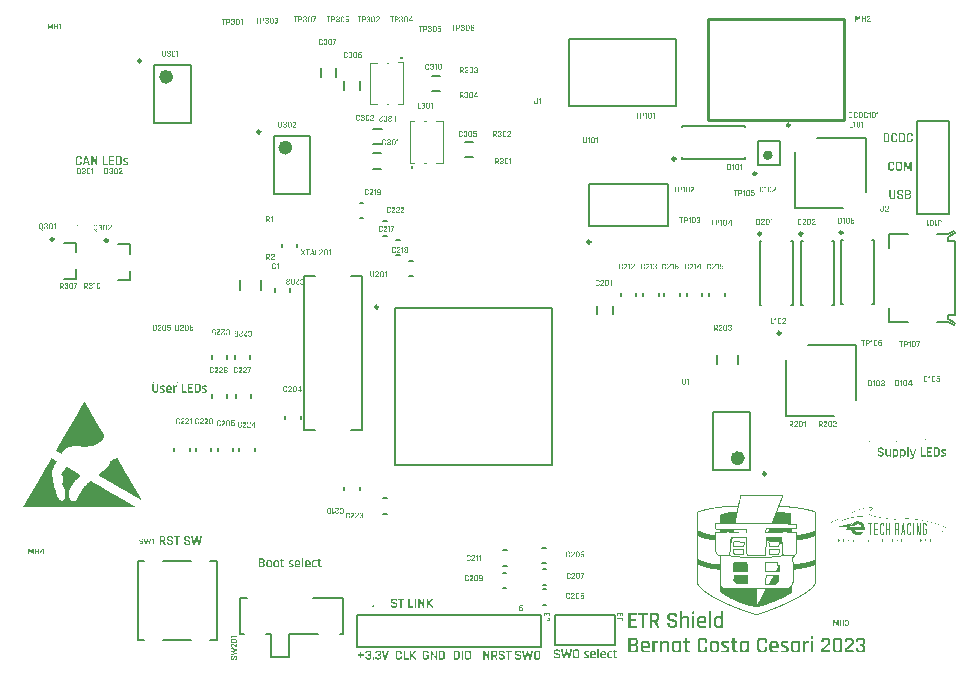
<source format=gto>
G04*
G04 #@! TF.GenerationSoftware,Altium Limited,Altium Designer,23.11.1 (41)*
G04*
G04 Layer_Color=65535*
%FSLAX44Y44*%
%MOMM*%
G71*
G04*
G04 #@! TF.SameCoordinates,4CE7A35D-70A9-472E-BD1E-F3F5204FB4D5*
G04*
G04*
G04 #@! TF.FilePolarity,Positive*
G04*
G01*
G75*
%ADD10C,0.2500*%
%ADD11C,0.1000*%
%ADD12C,0.2540*%
%ADD13C,0.6000*%
%ADD14C,0.4000*%
%ADD15C,0.2000*%
%ADD16C,0.1500*%
G36*
X61662Y269974D02*
X61894D01*
Y269512D01*
X62125D01*
Y269049D01*
X62356D01*
Y268818D01*
X62587D01*
Y268356D01*
X62818D01*
Y267894D01*
X63049D01*
Y267431D01*
X63281D01*
Y267200D01*
X63512D01*
Y266738D01*
X63743D01*
Y266275D01*
X63974D01*
Y265813D01*
X64205D01*
Y265582D01*
X64436D01*
Y265119D01*
X64668D01*
Y264657D01*
X64899D01*
Y264426D01*
X65130D01*
Y263964D01*
X65361D01*
Y263501D01*
X65592D01*
Y263039D01*
X65823D01*
Y262808D01*
X66055D01*
Y262345D01*
X66286D01*
Y261883D01*
X66517D01*
Y261421D01*
X66748D01*
Y261190D01*
X66979D01*
Y260727D01*
X67210D01*
Y260265D01*
X67442D01*
Y260034D01*
X67673D01*
Y259571D01*
X67904D01*
Y259109D01*
X68135D01*
Y258647D01*
X68366D01*
Y258416D01*
X68597D01*
Y257953D01*
X68829D01*
Y257491D01*
X69060D01*
Y257029D01*
X69291D01*
Y256797D01*
X69522D01*
Y256335D01*
X69753D01*
Y255873D01*
X69984D01*
Y255641D01*
X70216D01*
Y255179D01*
X70447D01*
Y254717D01*
X70678D01*
Y254254D01*
X70909D01*
Y254023D01*
X71140D01*
Y253561D01*
X71371D01*
Y253099D01*
X71603D01*
Y252636D01*
X71834D01*
Y252405D01*
X72065D01*
Y251943D01*
X72296D01*
Y251481D01*
X72527D01*
Y251249D01*
X72758D01*
Y250787D01*
X72990D01*
Y250325D01*
X73221D01*
Y249862D01*
X73452D01*
Y249631D01*
X73683D01*
Y249169D01*
X73914D01*
Y248706D01*
X74145D01*
Y248244D01*
X74377D01*
Y248013D01*
X74608D01*
Y247551D01*
X74839D01*
Y247088D01*
X75070D01*
Y246857D01*
X75301D01*
Y246395D01*
X75532D01*
Y245933D01*
X75764D01*
Y245470D01*
X75995D01*
Y245239D01*
X76226D01*
Y244777D01*
X76457D01*
Y244314D01*
X76688D01*
Y243852D01*
X76919D01*
Y243621D01*
X77151D01*
Y243158D01*
X77382D01*
Y242696D01*
X77613D01*
Y242465D01*
X77844D01*
Y242003D01*
X78075D01*
Y241540D01*
X78306D01*
Y240616D01*
X78075D01*
Y240153D01*
X77844D01*
Y239922D01*
X77613D01*
Y239460D01*
X77382D01*
Y239229D01*
X77151D01*
Y238766D01*
X76919D01*
Y238535D01*
X76688D01*
Y238304D01*
X76457D01*
Y237841D01*
X76226D01*
Y237610D01*
X75995D01*
Y237379D01*
X75764D01*
Y237148D01*
X75532D01*
Y236917D01*
X75301D01*
Y236686D01*
X75070D01*
Y236455D01*
X74839D01*
Y236223D01*
X74608D01*
Y235992D01*
X74145D01*
Y235761D01*
X73914D01*
Y235530D01*
X73683D01*
Y235299D01*
X73221D01*
Y235068D01*
X72990D01*
Y234836D01*
X72527D01*
Y234605D01*
X72296D01*
Y234374D01*
X71834D01*
Y234143D01*
X71371D01*
Y233912D01*
X70678D01*
Y233680D01*
X70216D01*
Y233449D01*
X69522D01*
Y233218D01*
X68829D01*
Y232987D01*
X67904D01*
Y232756D01*
X66748D01*
Y232525D01*
X64668D01*
Y232293D01*
X58888D01*
Y232525D01*
X50566D01*
Y232293D01*
X49179D01*
Y232062D01*
X48254D01*
Y231831D01*
X47561D01*
Y231600D01*
X47099D01*
Y231369D01*
X46636D01*
Y231138D01*
X46174D01*
Y230907D01*
X45943D01*
Y230675D01*
X45480D01*
Y230444D01*
X45249D01*
Y230213D01*
X44787D01*
Y229982D01*
X44556D01*
Y229751D01*
X44325D01*
Y229520D01*
X44093D01*
Y229288D01*
X43862D01*
Y228826D01*
X43631D01*
Y228595D01*
X43400D01*
Y228364D01*
X43169D01*
Y227901D01*
X42938D01*
Y227439D01*
X42706D01*
Y227208D01*
X42475D01*
Y226745D01*
X42244D01*
Y226283D01*
X41551D01*
Y226514D01*
X41088D01*
Y226745D01*
X40857D01*
Y226977D01*
X40395D01*
Y227208D01*
X39932D01*
Y227439D01*
X39701D01*
Y227670D01*
X39239D01*
Y227901D01*
X38777D01*
Y228132D01*
X38314D01*
Y228364D01*
X38083D01*
Y228595D01*
X37621D01*
Y228826D01*
X37390D01*
Y229520D01*
X37621D01*
Y229751D01*
X37852D01*
Y230213D01*
X38083D01*
Y230675D01*
X38314D01*
Y231138D01*
X38545D01*
Y231369D01*
X38777D01*
Y231831D01*
X39008D01*
Y232293D01*
X39239D01*
Y232525D01*
X39470D01*
Y232987D01*
X39701D01*
Y233449D01*
X39932D01*
Y233680D01*
X40164D01*
Y234143D01*
X40395D01*
Y234605D01*
X40626D01*
Y235068D01*
X40857D01*
Y235299D01*
X41088D01*
Y235761D01*
X41319D01*
Y236223D01*
X41551D01*
Y236455D01*
X41782D01*
Y236917D01*
X42013D01*
Y237379D01*
X42244D01*
Y237841D01*
X42475D01*
Y238073D01*
X42706D01*
Y238535D01*
X42938D01*
Y238997D01*
X43169D01*
Y239229D01*
X43400D01*
Y239691D01*
X43631D01*
Y240153D01*
X43862D01*
Y240616D01*
X44093D01*
Y240847D01*
X44325D01*
Y241309D01*
X44556D01*
Y241771D01*
X44787D01*
Y242003D01*
X45018D01*
Y242465D01*
X45249D01*
Y242927D01*
X45480D01*
Y243158D01*
X45712D01*
Y243621D01*
X45943D01*
Y244083D01*
X46174D01*
Y244545D01*
X46405D01*
Y244777D01*
X46636D01*
Y245239D01*
X46867D01*
Y245701D01*
X47099D01*
Y245933D01*
X47330D01*
Y246395D01*
X47561D01*
Y246857D01*
X47792D01*
Y247319D01*
X48023D01*
Y247551D01*
X48254D01*
Y248013D01*
X48486D01*
Y248475D01*
X48717D01*
Y248706D01*
X48948D01*
Y249169D01*
X49179D01*
Y249631D01*
X49410D01*
Y250093D01*
X49642D01*
Y250325D01*
X49873D01*
Y250787D01*
X50104D01*
Y251249D01*
X50335D01*
Y251481D01*
X50566D01*
Y251943D01*
X50797D01*
Y252405D01*
X51028D01*
Y252636D01*
X51260D01*
Y253099D01*
X51491D01*
Y253561D01*
X51722D01*
Y254023D01*
X51953D01*
Y254254D01*
X52184D01*
Y254717D01*
X52416D01*
Y255179D01*
X52647D01*
Y255410D01*
X52878D01*
Y255873D01*
X53109D01*
Y256335D01*
X53340D01*
Y256797D01*
X53571D01*
Y257029D01*
X53803D01*
Y257491D01*
X54034D01*
Y257953D01*
X54265D01*
Y258184D01*
X54496D01*
Y258647D01*
X54727D01*
Y259109D01*
X54958D01*
Y259340D01*
X55190D01*
Y259803D01*
X55421D01*
Y260265D01*
X55652D01*
Y260727D01*
X55883D01*
Y260958D01*
X56114D01*
Y261421D01*
X56345D01*
Y261883D01*
X56577D01*
Y262114D01*
X56808D01*
Y262577D01*
X57039D01*
Y263039D01*
X57270D01*
Y263501D01*
X57501D01*
Y263732D01*
X57732D01*
Y264195D01*
X57964D01*
Y264657D01*
X58195D01*
Y264888D01*
X58426D01*
Y265351D01*
X58657D01*
Y265813D01*
X58888D01*
Y266275D01*
X59120D01*
Y266507D01*
X59351D01*
Y266969D01*
X59582D01*
Y267431D01*
X59813D01*
Y267662D01*
X60044D01*
Y268125D01*
X60275D01*
Y268587D01*
X60507D01*
Y268818D01*
X60738D01*
Y269280D01*
X60969D01*
Y269743D01*
X61200D01*
Y270205D01*
X61662D01*
Y269974D01*
D02*
G37*
G36*
X89171Y222353D02*
X89403D01*
Y221891D01*
X89634D01*
Y221429D01*
X89865D01*
Y220966D01*
X90096D01*
Y220735D01*
X90327D01*
Y220273D01*
X90558D01*
Y219810D01*
X90790D01*
Y219579D01*
X91021D01*
Y219117D01*
X91252D01*
Y218654D01*
X91483D01*
Y218423D01*
X91714D01*
Y217961D01*
X91945D01*
Y217499D01*
X92177D01*
Y217036D01*
X92408D01*
Y216805D01*
X92639D01*
Y216343D01*
X92870D01*
Y215881D01*
X93101D01*
Y215649D01*
X93333D01*
Y215187D01*
X93564D01*
Y214725D01*
X93795D01*
Y214262D01*
X94026D01*
Y214031D01*
X94257D01*
Y213569D01*
X94488D01*
Y213106D01*
X94719D01*
Y212875D01*
X94951D01*
Y212413D01*
X95182D01*
Y211951D01*
X95413D01*
Y211488D01*
X95644D01*
Y211257D01*
X95875D01*
Y210795D01*
X96107D01*
Y210332D01*
X96338D01*
Y210101D01*
X96569D01*
Y209639D01*
X96800D01*
Y209177D01*
X97031D01*
Y208945D01*
X97262D01*
Y208483D01*
X97493D01*
Y208021D01*
X97725D01*
Y207558D01*
X97956D01*
Y207327D01*
X98187D01*
Y206865D01*
X98418D01*
Y206403D01*
X98649D01*
Y206171D01*
X98881D01*
Y205709D01*
X99112D01*
Y205247D01*
X99343D01*
Y204784D01*
X99574D01*
Y204553D01*
X99805D01*
Y204091D01*
X100036D01*
Y203629D01*
X100267D01*
Y203397D01*
X100499D01*
Y202935D01*
X100730D01*
Y202473D01*
X100961D01*
Y202010D01*
X101192D01*
Y201779D01*
X101423D01*
Y201317D01*
X101655D01*
Y200854D01*
X101886D01*
Y200623D01*
X102117D01*
Y200161D01*
X102348D01*
Y199699D01*
X102579D01*
Y199236D01*
X102810D01*
Y199005D01*
X103042D01*
Y198543D01*
X103273D01*
Y198081D01*
X103504D01*
Y197849D01*
X103735D01*
Y197387D01*
X103966D01*
Y196925D01*
X104197D01*
Y196693D01*
X104429D01*
Y196231D01*
X104660D01*
Y195769D01*
X104891D01*
Y195306D01*
X105122D01*
Y195075D01*
X105353D01*
Y194613D01*
X105584D01*
Y194151D01*
X105816D01*
Y193919D01*
X106047D01*
Y193457D01*
X106278D01*
Y192995D01*
X106509D01*
Y192532D01*
X106740D01*
Y192301D01*
X106971D01*
Y191839D01*
X107203D01*
Y191377D01*
X107434D01*
Y191145D01*
X107665D01*
Y190683D01*
X107896D01*
Y190221D01*
X108127D01*
Y189758D01*
X108358D01*
Y189527D01*
X108590D01*
Y189065D01*
X108821D01*
Y188603D01*
X109052D01*
Y188371D01*
X109283D01*
Y187909D01*
X109514D01*
Y187447D01*
X109745D01*
Y187216D01*
X109283D01*
Y187447D01*
X108821D01*
Y187678D01*
X108590D01*
Y187909D01*
X108127D01*
Y188140D01*
X107665D01*
Y188371D01*
X107203D01*
Y188603D01*
X106971D01*
Y188834D01*
X106509D01*
Y189065D01*
X106047D01*
Y189296D01*
X105584D01*
Y189527D01*
X105353D01*
Y189758D01*
X104891D01*
Y189990D01*
X104429D01*
Y190221D01*
X103966D01*
Y190452D01*
X103735D01*
Y190683D01*
X103273D01*
Y190914D01*
X102810D01*
Y191145D01*
X102348D01*
Y191377D01*
X102117D01*
Y191608D01*
X101655D01*
Y191839D01*
X101192D01*
Y192070D01*
X100730D01*
Y192301D01*
X100267D01*
Y192532D01*
X100036D01*
Y192764D01*
X99574D01*
Y192995D01*
X99112D01*
Y193226D01*
X98649D01*
Y193457D01*
X98418D01*
Y193688D01*
X97956D01*
Y193919D01*
X97493D01*
Y194151D01*
X97031D01*
Y194382D01*
X96800D01*
Y194613D01*
X96338D01*
Y194844D01*
X95875D01*
Y195075D01*
X95413D01*
Y195306D01*
X95182D01*
Y195538D01*
X94719D01*
Y195769D01*
X94257D01*
Y196000D01*
X93795D01*
Y196231D01*
X93564D01*
Y196462D01*
X93101D01*
Y196693D01*
X92639D01*
Y196925D01*
X92177D01*
Y197156D01*
X91714D01*
Y197387D01*
X91483D01*
Y197618D01*
X91021D01*
Y197849D01*
X90558D01*
Y198081D01*
X90096D01*
Y198312D01*
X89865D01*
Y198543D01*
X89403D01*
Y198774D01*
X88940D01*
Y199005D01*
X88478D01*
Y199236D01*
X88247D01*
Y199468D01*
X87784D01*
Y199699D01*
X87322D01*
Y199930D01*
X86860D01*
Y200161D01*
X86629D01*
Y200392D01*
X86166D01*
Y200623D01*
X85704D01*
Y200854D01*
X85241D01*
Y201086D01*
X85010D01*
Y201317D01*
X84548D01*
Y201548D01*
X84086D01*
Y201779D01*
X83623D01*
Y202010D01*
X83392D01*
Y202241D01*
X82930D01*
Y202473D01*
X82467D01*
Y202704D01*
X82005D01*
Y202935D01*
X81543D01*
Y203166D01*
X81312D01*
Y203397D01*
X80849D01*
Y203629D01*
X80387D01*
Y203860D01*
X79925D01*
Y204091D01*
X79693D01*
Y204322D01*
X79231D01*
Y204553D01*
X78769D01*
Y204784D01*
X78306D01*
Y205016D01*
X78075D01*
Y205247D01*
X77613D01*
Y205478D01*
X77151D01*
Y205709D01*
X76688D01*
Y205940D01*
X76457D01*
Y206171D01*
X75995D01*
Y206403D01*
X75532D01*
Y206634D01*
X75070D01*
Y206865D01*
X74839D01*
Y207096D01*
X74377D01*
Y207327D01*
X73914D01*
Y208252D01*
X74145D01*
Y208714D01*
X74377D01*
Y208945D01*
X74608D01*
Y209408D01*
X74839D01*
Y209639D01*
X75070D01*
Y209870D01*
X75301D01*
Y210101D01*
X75532D01*
Y210332D01*
X75764D01*
Y210564D01*
X75995D01*
Y210795D01*
X76226D01*
Y211026D01*
X76457D01*
Y211257D01*
X76919D01*
Y211488D01*
X77151D01*
Y211719D01*
X77613D01*
Y211951D01*
X77844D01*
Y212182D01*
X78075D01*
Y212413D01*
X78538D01*
Y212644D01*
X78769D01*
Y212875D01*
X79000D01*
Y213106D01*
X79231D01*
Y213338D01*
X79462D01*
Y213569D01*
X79693D01*
Y213800D01*
X79925D01*
Y214031D01*
X80156D01*
Y214262D01*
X80387D01*
Y214494D01*
X80618D01*
Y214725D01*
X80849D01*
Y214956D01*
X81081D01*
Y215418D01*
X81312D01*
Y215649D01*
X81543D01*
Y216112D01*
X81774D01*
Y216574D01*
X82005D01*
Y217036D01*
X82236D01*
Y217499D01*
X82467D01*
Y217961D01*
X82699D01*
Y218423D01*
X82930D01*
Y218886D01*
X83161D01*
Y219348D01*
X83392D01*
Y219810D01*
X83623D01*
Y220042D01*
X83855D01*
Y220273D01*
X84086D01*
Y220504D01*
X84548D01*
Y220735D01*
X84779D01*
Y220966D01*
X85241D01*
Y221197D01*
X85704D01*
Y221429D01*
X86166D01*
Y221660D01*
X86860D01*
Y221891D01*
X87553D01*
Y222122D01*
X88016D01*
Y222353D01*
X88709D01*
Y222584D01*
X89171D01*
Y222353D01*
D02*
G37*
G36*
X33922D02*
X34153D01*
Y222122D01*
X34616D01*
Y221891D01*
X34847D01*
Y221660D01*
X35309D01*
Y221429D01*
X35540D01*
Y221197D01*
X36003D01*
Y220966D01*
X36465D01*
Y220735D01*
X36696D01*
Y220504D01*
X37158D01*
Y220273D01*
X37390D01*
Y220042D01*
X37852D01*
Y219348D01*
X37621D01*
Y218886D01*
X37390D01*
Y218423D01*
X37158D01*
Y217961D01*
X36927D01*
Y217499D01*
X36696D01*
Y217267D01*
X36465D01*
Y216805D01*
X36234D01*
Y216343D01*
X36003D01*
Y215881D01*
X35771D01*
Y215418D01*
X35540D01*
Y214956D01*
X35309D01*
Y214494D01*
X35078D01*
Y213800D01*
X34847D01*
Y213338D01*
X34616D01*
Y212875D01*
X34384D01*
Y212182D01*
X34153D01*
Y211257D01*
X33922D01*
Y208945D01*
X34153D01*
Y206403D01*
X34384D01*
Y204784D01*
X34616D01*
Y203397D01*
X34847D01*
Y202241D01*
X35078D01*
Y201317D01*
X35309D01*
Y200392D01*
X35540D01*
Y199468D01*
X35771D01*
Y198543D01*
X36003D01*
Y197618D01*
X36234D01*
Y196925D01*
X36465D01*
Y196231D01*
X36696D01*
Y195306D01*
X36927D01*
Y194613D01*
X37158D01*
Y193919D01*
X37390D01*
Y193226D01*
X37621D01*
Y192532D01*
X37852D01*
Y191839D01*
X38083D01*
Y191377D01*
X38314D01*
Y190683D01*
X38545D01*
Y189990D01*
X38777D01*
Y189527D01*
X39008D01*
Y189065D01*
X39239D01*
Y188603D01*
X39470D01*
Y188371D01*
X39701D01*
Y187909D01*
X39932D01*
Y187678D01*
X40164D01*
Y187447D01*
X40395D01*
Y187216D01*
X40857D01*
Y186984D01*
X41088D01*
Y186753D01*
X41782D01*
Y186522D01*
X43169D01*
Y186753D01*
X43631D01*
Y186984D01*
X43862D01*
Y187216D01*
X44093D01*
Y187678D01*
X44325D01*
Y188140D01*
X44556D01*
Y189065D01*
X44787D01*
Y191145D01*
X45018D01*
Y193919D01*
X44787D01*
Y195538D01*
X44556D01*
Y196231D01*
X44325D01*
Y196925D01*
X44093D01*
Y197618D01*
X43862D01*
Y198081D01*
X43631D01*
Y198543D01*
X43400D01*
Y198774D01*
X43169D01*
Y199236D01*
X42938D01*
Y199468D01*
X42706D01*
Y199930D01*
X42475D01*
Y200623D01*
X42706D01*
Y201086D01*
X42938D01*
Y201779D01*
X43169D01*
Y202704D01*
X43400D01*
Y205940D01*
X43169D01*
Y206634D01*
X42938D01*
Y207096D01*
X42706D01*
Y207558D01*
X42475D01*
Y208021D01*
X42244D01*
Y208252D01*
X42013D01*
Y208483D01*
X41782D01*
Y208945D01*
X42013D01*
Y209408D01*
X42244D01*
Y209870D01*
X42475D01*
Y210101D01*
X42706D01*
Y210564D01*
X42938D01*
Y210795D01*
X43169D01*
Y211026D01*
X43400D01*
Y211488D01*
X43631D01*
Y211719D01*
X43862D01*
Y212182D01*
X44093D01*
Y212413D01*
X44325D01*
Y212644D01*
X44556D01*
Y213106D01*
X44787D01*
Y213338D01*
X45018D01*
Y213569D01*
X45249D01*
Y214031D01*
X45480D01*
Y214262D01*
X45712D01*
Y214494D01*
X45943D01*
Y214725D01*
X46174D01*
Y214956D01*
X46636D01*
Y214725D01*
X47330D01*
Y214494D01*
X47792D01*
Y214262D01*
X48023D01*
Y214031D01*
X48486D01*
Y213800D01*
X48948D01*
Y213569D01*
X49410D01*
Y213338D01*
X49873D01*
Y213106D01*
X50335D01*
Y212875D01*
X50566D01*
Y212644D01*
X51028D01*
Y212413D01*
X51491D01*
Y212182D01*
X51722D01*
Y211951D01*
X52184D01*
Y211719D01*
X52647D01*
Y211488D01*
X52878D01*
Y211257D01*
X53340D01*
Y211026D01*
X53571D01*
Y210795D01*
X54034D01*
Y210564D01*
X54265D01*
Y210332D01*
X54727D01*
Y210101D01*
X54958D01*
Y209870D01*
X55190D01*
Y209639D01*
X55652D01*
Y209408D01*
X55883D01*
Y209177D01*
X56114D01*
Y208945D01*
X56345D01*
Y208714D01*
X56808D01*
Y208483D01*
X57039D01*
Y208252D01*
X57270D01*
Y208021D01*
X57501D01*
Y207558D01*
X57732D01*
Y207096D01*
X57964D01*
Y206865D01*
X57732D01*
Y206403D01*
X57270D01*
Y206171D01*
X56808D01*
Y205940D01*
X56345D01*
Y205709D01*
X56114D01*
Y205478D01*
X55883D01*
Y205247D01*
X55421D01*
Y205016D01*
X55190D01*
Y204784D01*
X54958D01*
Y204553D01*
X54727D01*
Y204322D01*
X54496D01*
Y204091D01*
X54265D01*
Y203860D01*
X54034D01*
Y203629D01*
X53803D01*
Y203166D01*
X53571D01*
Y202935D01*
X53340D01*
Y202704D01*
X53109D01*
Y202473D01*
X52878D01*
Y202241D01*
X52647D01*
Y201779D01*
X52416D01*
Y201548D01*
X52184D01*
Y201317D01*
X51953D01*
Y200854D01*
X51722D01*
Y200623D01*
X51491D01*
Y200161D01*
X51260D01*
Y199930D01*
X51028D01*
Y199468D01*
X50797D01*
Y199236D01*
X50566D01*
Y198774D01*
X50335D01*
Y198312D01*
X50104D01*
Y198081D01*
X49873D01*
Y197618D01*
X49642D01*
Y197156D01*
X49410D01*
Y196693D01*
X49179D01*
Y196000D01*
X48948D01*
Y195538D01*
X48717D01*
Y194613D01*
X48486D01*
Y193457D01*
X48254D01*
Y190914D01*
X48486D01*
Y189758D01*
X48717D01*
Y189065D01*
X48948D01*
Y188371D01*
X49179D01*
Y187909D01*
X49410D01*
Y187447D01*
X49642D01*
Y186984D01*
X49873D01*
Y186753D01*
X50104D01*
Y186522D01*
X50335D01*
Y186291D01*
X51028D01*
Y186060D01*
X53571D01*
Y186291D01*
X53803D01*
Y186522D01*
X54034D01*
Y186753D01*
X54265D01*
Y186984D01*
X54496D01*
Y187447D01*
X54727D01*
Y187678D01*
X54958D01*
Y188140D01*
X55190D01*
Y188603D01*
X55421D01*
Y188834D01*
X55652D01*
Y189296D01*
X55883D01*
Y189758D01*
X56114D01*
Y190221D01*
X56345D01*
Y190452D01*
X56577D01*
Y190914D01*
X56808D01*
Y191377D01*
X57039D01*
Y191839D01*
X57270D01*
Y192301D01*
X57501D01*
Y192532D01*
X57732D01*
Y192995D01*
X57964D01*
Y193457D01*
X58195D01*
Y193919D01*
X58426D01*
Y194382D01*
X58657D01*
Y194844D01*
X58888D01*
Y195075D01*
X59120D01*
Y195538D01*
X59351D01*
Y196000D01*
X59582D01*
Y196231D01*
X59813D01*
Y196693D01*
X60044D01*
Y196925D01*
X60275D01*
Y197156D01*
X60507D01*
Y197387D01*
X60738D01*
Y197849D01*
X60969D01*
Y198081D01*
X61200D01*
Y198312D01*
X61431D01*
Y198543D01*
X61662D01*
Y198774D01*
X61894D01*
Y199005D01*
X62125D01*
Y199236D01*
X62356D01*
Y199468D01*
X62587D01*
Y199699D01*
X62818D01*
Y199930D01*
X63049D01*
Y200161D01*
X63281D01*
Y200392D01*
X63512D01*
Y200623D01*
X63743D01*
Y200854D01*
X63974D01*
Y201086D01*
X64205D01*
Y201317D01*
X64436D01*
Y201548D01*
X64668D01*
Y201779D01*
X64899D01*
Y202010D01*
X65130D01*
Y202241D01*
X65361D01*
Y202473D01*
X65592D01*
Y202704D01*
X66055D01*
Y202935D01*
X66286D01*
Y203166D01*
X66517D01*
Y203397D01*
X66748D01*
Y203166D01*
X66979D01*
Y202935D01*
X67442D01*
Y202704D01*
X67904D01*
Y202473D01*
X68135D01*
Y202241D01*
X68597D01*
Y202010D01*
X69060D01*
Y201779D01*
X69522D01*
Y201548D01*
X69753D01*
Y201317D01*
X70216D01*
Y201086D01*
X70678D01*
Y200854D01*
X71140D01*
Y200623D01*
X71371D01*
Y200392D01*
X71834D01*
Y200161D01*
X72296D01*
Y199930D01*
X72758D01*
Y199699D01*
X72990D01*
Y199468D01*
X73452D01*
Y199236D01*
X73914D01*
Y199005D01*
X74145D01*
Y198774D01*
X74608D01*
Y198543D01*
X75070D01*
Y198312D01*
X75532D01*
Y198081D01*
X75764D01*
Y197849D01*
X76226D01*
Y197618D01*
X76688D01*
Y197387D01*
X77151D01*
Y197156D01*
X77382D01*
Y196925D01*
X77844D01*
Y196693D01*
X78306D01*
Y196462D01*
X78769D01*
Y196231D01*
X79000D01*
Y196000D01*
X79462D01*
Y195769D01*
X79925D01*
Y195538D01*
X80156D01*
Y195306D01*
X80618D01*
Y195075D01*
X81081D01*
Y194844D01*
X81543D01*
Y194613D01*
X81774D01*
Y194382D01*
X82236D01*
Y194151D01*
X82699D01*
Y193919D01*
X83161D01*
Y193688D01*
X83392D01*
Y193457D01*
X83855D01*
Y193226D01*
X84317D01*
Y192995D01*
X84548D01*
Y192764D01*
X85010D01*
Y192532D01*
X85473D01*
Y192301D01*
X85935D01*
Y192070D01*
X86166D01*
Y191839D01*
X86629D01*
Y191608D01*
X87091D01*
Y191377D01*
X87553D01*
Y191145D01*
X87784D01*
Y190914D01*
X88247D01*
Y190683D01*
X88709D01*
Y190452D01*
X89171D01*
Y190221D01*
X89403D01*
Y189990D01*
X89865D01*
Y189758D01*
X90327D01*
Y189527D01*
X90558D01*
Y189296D01*
X91021D01*
Y189065D01*
X91483D01*
Y188834D01*
X91945D01*
Y188603D01*
X92177D01*
Y188371D01*
X92639D01*
Y188140D01*
X93101D01*
Y187909D01*
X93564D01*
Y187678D01*
X93795D01*
Y187447D01*
X94257D01*
Y187216D01*
X94719D01*
Y186984D01*
X94951D01*
Y186753D01*
X95413D01*
Y186522D01*
X95875D01*
Y186291D01*
X96338D01*
Y186060D01*
X96569D01*
Y185829D01*
X97031D01*
Y185597D01*
X97493D01*
Y185366D01*
X97956D01*
Y185135D01*
X98187D01*
Y184904D01*
X98649D01*
Y184673D01*
X99112D01*
Y184442D01*
X99574D01*
Y184210D01*
X99805D01*
Y183979D01*
X100267D01*
Y183748D01*
X100730D01*
Y183517D01*
X100961D01*
Y183286D01*
X101423D01*
Y183055D01*
X101886D01*
Y182823D01*
X102348D01*
Y182592D01*
X102579D01*
Y182361D01*
X103042D01*
Y182130D01*
X103504D01*
Y181899D01*
X103966D01*
Y181667D01*
X104197D01*
Y181436D01*
X9649D01*
Y181667D01*
X9880D01*
Y182130D01*
X10112D01*
Y182361D01*
X10343D01*
Y182823D01*
X10574D01*
Y183286D01*
X10805D01*
Y183748D01*
X11036D01*
Y183979D01*
X11267D01*
Y184442D01*
X11499D01*
Y184904D01*
X11730D01*
Y185135D01*
X11961D01*
Y185597D01*
X12192D01*
Y186060D01*
X12423D01*
Y186522D01*
X12655D01*
Y186753D01*
X12886D01*
Y187216D01*
X13117D01*
Y187678D01*
X13348D01*
Y187909D01*
X13579D01*
Y188371D01*
X13810D01*
Y188834D01*
X14042D01*
Y189296D01*
X14273D01*
Y189527D01*
X14504D01*
Y189990D01*
X14735D01*
Y190452D01*
X14966D01*
Y190683D01*
X15197D01*
Y191145D01*
X15429D01*
Y191608D01*
X15660D01*
Y192070D01*
X15891D01*
Y192301D01*
X16122D01*
Y192764D01*
X16353D01*
Y193226D01*
X16584D01*
Y193457D01*
X16816D01*
Y193919D01*
X17047D01*
Y194382D01*
X17278D01*
Y194844D01*
X17509D01*
Y195075D01*
X17740D01*
Y195538D01*
X17971D01*
Y196000D01*
X18203D01*
Y196231D01*
X18434D01*
Y196693D01*
X18665D01*
Y197156D01*
X18896D01*
Y197387D01*
X19127D01*
Y197849D01*
X19358D01*
Y198312D01*
X19590D01*
Y198774D01*
X19821D01*
Y199005D01*
X20052D01*
Y199468D01*
X20283D01*
Y199930D01*
X20514D01*
Y200161D01*
X20745D01*
Y200623D01*
X20977D01*
Y201086D01*
X21208D01*
Y201548D01*
X21439D01*
Y201779D01*
X21670D01*
Y202241D01*
X21901D01*
Y202704D01*
X22132D01*
Y202935D01*
X22364D01*
Y203397D01*
X22595D01*
Y203860D01*
X22826D01*
Y204322D01*
X23057D01*
Y204553D01*
X23288D01*
Y205016D01*
X23519D01*
Y205478D01*
X23751D01*
Y205709D01*
X23982D01*
Y206171D01*
X24213D01*
Y206634D01*
X24444D01*
Y207096D01*
X24675D01*
Y207327D01*
X24906D01*
Y207790D01*
X25138D01*
Y208252D01*
X25369D01*
Y208483D01*
X25600D01*
Y208945D01*
X25831D01*
Y209408D01*
X26062D01*
Y209870D01*
X26293D01*
Y210101D01*
X26525D01*
Y210564D01*
X26756D01*
Y211026D01*
X26987D01*
Y211257D01*
X27218D01*
Y211719D01*
X27449D01*
Y212182D01*
X27680D01*
Y212413D01*
X27912D01*
Y212875D01*
X28143D01*
Y213338D01*
X28374D01*
Y213800D01*
X28605D01*
Y214031D01*
X28836D01*
Y214494D01*
X29067D01*
Y214956D01*
X29299D01*
Y215187D01*
X29530D01*
Y215649D01*
X29761D01*
Y216112D01*
X29992D01*
Y216574D01*
X30223D01*
Y216805D01*
X30454D01*
Y217267D01*
X30686D01*
Y217730D01*
X30917D01*
Y217961D01*
X31148D01*
Y218423D01*
X31379D01*
Y218886D01*
X31610D01*
Y219348D01*
X31841D01*
Y219579D01*
X32073D01*
Y220042D01*
X32304D01*
Y220504D01*
X32535D01*
Y220735D01*
X32766D01*
Y221197D01*
X32997D01*
Y221660D01*
X33229D01*
Y222122D01*
X33460D01*
Y222353D01*
X33691D01*
Y222584D01*
X33922D01*
Y222353D01*
D02*
G37*
G36*
X721209Y173322D02*
X722306D01*
Y173293D01*
X722566D01*
Y173264D01*
X722826D01*
Y173235D01*
X722566D01*
Y173207D01*
X721989D01*
Y173178D01*
X721411D01*
Y173149D01*
X720833D01*
Y173120D01*
X720313D01*
Y173091D01*
X719851D01*
Y173062D01*
X719418D01*
Y173033D01*
X719014D01*
Y173004D01*
X718667D01*
Y172976D01*
X718320D01*
Y172947D01*
X718003D01*
Y172918D01*
X717685D01*
Y172889D01*
X717396D01*
Y172860D01*
X717107D01*
Y172831D01*
X716847D01*
Y172802D01*
X716587D01*
Y172773D01*
X716356D01*
Y172745D01*
X716096D01*
Y172716D01*
X715865D01*
Y172687D01*
X715634D01*
Y172658D01*
X715403D01*
Y172629D01*
X715201D01*
Y172600D01*
X714999D01*
Y172571D01*
X714768D01*
Y172542D01*
X714594D01*
Y172513D01*
X714392D01*
Y172484D01*
X714190D01*
Y172456D01*
X714017D01*
Y172427D01*
X713815D01*
Y172398D01*
X713641D01*
Y172369D01*
X713468D01*
Y172340D01*
X713295D01*
Y172311D01*
X713121D01*
Y172282D01*
X712948D01*
Y172253D01*
X712775D01*
Y172225D01*
X712601D01*
Y172196D01*
X712457D01*
Y172167D01*
X712284D01*
Y172138D01*
X712139D01*
Y172109D01*
X711995D01*
Y172080D01*
X711822D01*
Y172051D01*
X711677D01*
Y172022D01*
X711533D01*
Y171994D01*
X711388D01*
Y171965D01*
X711244D01*
Y171936D01*
X711100D01*
Y171907D01*
X710955D01*
Y171878D01*
X710840D01*
Y171849D01*
X710695D01*
Y171820D01*
X710551D01*
Y171791D01*
X710406D01*
Y171762D01*
X710291D01*
Y171734D01*
X710146D01*
Y171705D01*
X710031D01*
Y171676D01*
X709886D01*
Y171647D01*
X709771D01*
Y171618D01*
X709656D01*
Y171589D01*
X709511D01*
Y171560D01*
X709396D01*
Y171531D01*
X709280D01*
Y171502D01*
X709165D01*
Y171474D01*
X709049D01*
Y171445D01*
X708904D01*
Y171416D01*
X708789D01*
Y171387D01*
X708673D01*
Y171358D01*
X708558D01*
Y171329D01*
X708442D01*
Y171300D01*
X708356D01*
Y171271D01*
X708240D01*
Y171243D01*
X708125D01*
Y171214D01*
X708009D01*
Y171185D01*
X707894D01*
Y171156D01*
X707778D01*
Y171127D01*
X707691D01*
Y171098D01*
X707576D01*
Y171069D01*
X707460D01*
Y171040D01*
X707374D01*
Y171012D01*
X707258D01*
Y170983D01*
X707143D01*
Y170954D01*
X707056D01*
Y170925D01*
X706941D01*
Y170896D01*
X706854D01*
Y170867D01*
X706738D01*
Y170838D01*
X706652D01*
Y170809D01*
X706536D01*
Y170780D01*
X706450D01*
Y170752D01*
X706363D01*
Y170723D01*
X706247D01*
Y170694D01*
X706161D01*
Y170665D01*
X706074D01*
Y170636D01*
X705958D01*
Y170607D01*
X705872D01*
Y170578D01*
X705785D01*
Y170549D01*
X705698D01*
Y170520D01*
X705583D01*
Y170492D01*
X705496D01*
Y170463D01*
X705410D01*
Y170434D01*
X705323D01*
Y170405D01*
X705236D01*
Y170376D01*
X705150D01*
Y170347D01*
X705063D01*
Y170318D01*
X704976D01*
Y170289D01*
X704890D01*
Y170261D01*
X704803D01*
Y170232D01*
X704716D01*
Y170203D01*
X704630D01*
Y170174D01*
X704543D01*
Y170145D01*
X704456D01*
Y170116D01*
X704370D01*
Y170087D01*
X704283D01*
Y170058D01*
X704197D01*
Y170030D01*
X704110D01*
Y170001D01*
X704023D01*
Y169972D01*
X703966D01*
Y169943D01*
X703879D01*
Y169914D01*
X703792D01*
Y169885D01*
X703706D01*
Y169856D01*
X703619D01*
Y169827D01*
X703561D01*
Y169798D01*
X703475D01*
Y169769D01*
X703388D01*
Y169741D01*
X703301D01*
Y169712D01*
X703243D01*
Y169683D01*
X703157D01*
Y169654D01*
X703070D01*
Y169625D01*
X703012D01*
Y169596D01*
X702926D01*
Y169567D01*
X702839D01*
Y169538D01*
X702781D01*
Y169510D01*
X702695D01*
Y169481D01*
X702637D01*
Y169452D01*
X702550D01*
Y169423D01*
X702464D01*
Y169394D01*
X702406D01*
Y169365D01*
X702319D01*
Y169336D01*
X702261D01*
Y169307D01*
X702175D01*
Y169279D01*
X702117D01*
Y169250D01*
X702030D01*
Y169221D01*
X701973D01*
Y169192D01*
X701886D01*
Y169163D01*
X701828D01*
Y169134D01*
X701741D01*
Y169105D01*
X701655D01*
Y169076D01*
X701597D01*
Y169047D01*
X701539D01*
Y169076D01*
X701510D01*
Y169105D01*
X701482D01*
Y169134D01*
X701510D01*
Y169163D01*
X701568D01*
Y169192D01*
X701626D01*
Y169221D01*
X701684D01*
Y169250D01*
X701741D01*
Y169279D01*
X701799D01*
Y169307D01*
X701857D01*
Y169336D01*
X701915D01*
Y169365D01*
X701973D01*
Y169394D01*
X702030D01*
Y169423D01*
X702088D01*
Y169452D01*
X702146D01*
Y169481D01*
X702204D01*
Y169510D01*
X702261D01*
Y169538D01*
X702319D01*
Y169567D01*
X702377D01*
Y169596D01*
X702435D01*
Y169625D01*
X702493D01*
Y169654D01*
X702550D01*
Y169683D01*
X702608D01*
Y169712D01*
X702666D01*
Y169741D01*
X702724D01*
Y169769D01*
X702810D01*
Y169798D01*
X702868D01*
Y169827D01*
X702926D01*
Y169856D01*
X702983D01*
Y169885D01*
X703070D01*
Y169914D01*
X703128D01*
Y169943D01*
X703186D01*
Y169972D01*
X703243D01*
Y170001D01*
X703330D01*
Y170030D01*
X703388D01*
Y170058D01*
X703446D01*
Y170087D01*
X703532D01*
Y170116D01*
X703590D01*
Y170145D01*
X703648D01*
Y170174D01*
X703735D01*
Y170203D01*
X703792D01*
Y170232D01*
X703879D01*
Y170261D01*
X703937D01*
Y170289D01*
X704023D01*
Y170318D01*
X704081D01*
Y170347D01*
X704168D01*
Y170376D01*
X704225D01*
Y170405D01*
X704312D01*
Y170434D01*
X704370D01*
Y170463D01*
X704456D01*
Y170492D01*
X704514D01*
Y170520D01*
X704601D01*
Y170549D01*
X704688D01*
Y170578D01*
X704745D01*
Y170607D01*
X704832D01*
Y170636D01*
X704890D01*
Y170665D01*
X704976D01*
Y170694D01*
X705063D01*
Y170723D01*
X705150D01*
Y170752D01*
X705208D01*
Y170780D01*
X705294D01*
Y170809D01*
X705381D01*
Y170838D01*
X705467D01*
Y170867D01*
X705525D01*
Y170896D01*
X705612D01*
Y170925D01*
X705698D01*
Y170954D01*
X705785D01*
Y170983D01*
X705872D01*
Y171012D01*
X705958D01*
Y171040D01*
X706045D01*
Y171069D01*
X706132D01*
Y171098D01*
X706218D01*
Y171127D01*
X706305D01*
Y171156D01*
X706392D01*
Y171185D01*
X706478D01*
Y171214D01*
X706565D01*
Y171243D01*
X706652D01*
Y171271D01*
X706738D01*
Y171300D01*
X706825D01*
Y171329D01*
X706912D01*
Y171358D01*
X706998D01*
Y171387D01*
X707114D01*
Y171416D01*
X707200D01*
Y171445D01*
X707287D01*
Y171474D01*
X707374D01*
Y171502D01*
X707489D01*
Y171531D01*
X707576D01*
Y171560D01*
X707663D01*
Y171589D01*
X707778D01*
Y171618D01*
X707865D01*
Y171647D01*
X707980D01*
Y171676D01*
X708067D01*
Y171705D01*
X708182D01*
Y171734D01*
X708269D01*
Y171762D01*
X708385D01*
Y171791D01*
X708500D01*
Y171820D01*
X708587D01*
Y171849D01*
X708702D01*
Y171878D01*
X708818D01*
Y171907D01*
X708904D01*
Y171936D01*
X709020D01*
Y171965D01*
X709136D01*
Y171994D01*
X709251D01*
Y172022D01*
X709367D01*
Y172051D01*
X709482D01*
Y172080D01*
X709598D01*
Y172109D01*
X709713D01*
Y172138D01*
X709858D01*
Y172167D01*
X709973D01*
Y172196D01*
X710089D01*
Y172225D01*
X710204D01*
Y172253D01*
X710349D01*
Y172282D01*
X710464D01*
Y172311D01*
X710609D01*
Y172340D01*
X710753D01*
Y172369D01*
X710869D01*
Y172398D01*
X711013D01*
Y172427D01*
X711157D01*
Y172456D01*
X711302D01*
Y172484D01*
X711446D01*
Y172513D01*
X711591D01*
Y172542D01*
X711735D01*
Y172571D01*
X711908D01*
Y172600D01*
X712053D01*
Y172629D01*
X712226D01*
Y172658D01*
X712371D01*
Y172687D01*
X712544D01*
Y172716D01*
X712717D01*
Y172745D01*
X712890D01*
Y172773D01*
X713064D01*
Y172802D01*
X713266D01*
Y172831D01*
X713439D01*
Y172860D01*
X713641D01*
Y172889D01*
X713844D01*
Y172918D01*
X714046D01*
Y172947D01*
X714277D01*
Y172976D01*
X714508D01*
Y173004D01*
X714739D01*
Y173033D01*
X714999D01*
Y173062D01*
X715259D01*
Y173091D01*
X715519D01*
Y173120D01*
X715808D01*
Y173149D01*
X716125D01*
Y173178D01*
X716472D01*
Y173207D01*
X716818D01*
Y173235D01*
X717252D01*
Y173264D01*
X717714D01*
Y173293D01*
X718291D01*
Y173322D01*
X719100D01*
Y173351D01*
X721209D01*
Y173322D01*
D02*
G37*
G36*
X773487Y167401D02*
X773602D01*
Y167372D01*
X773689D01*
Y167343D01*
X773747D01*
Y167314D01*
X773805D01*
Y167286D01*
X773862D01*
Y167257D01*
X773920D01*
Y167228D01*
X773949D01*
Y167199D01*
X774007D01*
Y167170D01*
X774036D01*
Y167141D01*
X774064D01*
Y167112D01*
X774093D01*
Y167083D01*
X774122D01*
Y167055D01*
X774151D01*
Y167026D01*
X774180D01*
Y166997D01*
X774209D01*
Y166968D01*
X774238D01*
Y166910D01*
X774267D01*
Y166881D01*
X774296D01*
Y166852D01*
X774324D01*
Y166795D01*
X774353D01*
Y166737D01*
X774382D01*
Y166679D01*
X774411D01*
Y166592D01*
X774440D01*
Y166477D01*
X774469D01*
Y166304D01*
X774498D01*
Y164946D01*
X774469D01*
Y164917D01*
X773660D01*
Y165841D01*
X773631D01*
Y165986D01*
X773602D01*
Y166073D01*
X773574D01*
Y166130D01*
X773545D01*
Y166188D01*
X773516D01*
Y166246D01*
X773487D01*
Y166275D01*
X773458D01*
Y166304D01*
X773429D01*
Y166361D01*
X773400D01*
Y166390D01*
X773343D01*
Y166419D01*
X773314D01*
Y166448D01*
X773285D01*
Y166477D01*
X773227D01*
Y166506D01*
X773169D01*
Y166535D01*
X773111D01*
Y166563D01*
X772996D01*
Y166592D01*
X772649D01*
Y166563D01*
X772563D01*
Y166535D01*
X772476D01*
Y166506D01*
X772418D01*
Y166477D01*
X772389D01*
Y166448D01*
X772332D01*
Y166419D01*
X772303D01*
Y166390D01*
X772245D01*
Y166361D01*
X772216D01*
Y166304D01*
X772187D01*
Y166275D01*
X772158D01*
Y166246D01*
X772129D01*
Y166188D01*
X772101D01*
Y166130D01*
X772072D01*
Y166073D01*
X772043D01*
Y166015D01*
X772014D01*
Y165870D01*
X771985D01*
Y158996D01*
X772014D01*
Y158852D01*
X772043D01*
Y158794D01*
X772072D01*
Y158736D01*
X772101D01*
Y158678D01*
X772129D01*
Y158621D01*
X772158D01*
Y158592D01*
X772187D01*
Y158563D01*
X772216D01*
Y158505D01*
X772245D01*
Y158476D01*
X772303D01*
Y158447D01*
X772332D01*
Y158419D01*
X772389D01*
Y158390D01*
X772418D01*
Y158361D01*
X772476D01*
Y158332D01*
X772563D01*
Y158303D01*
X772649D01*
Y158274D01*
X772996D01*
Y158303D01*
X773111D01*
Y158332D01*
X773169D01*
Y158361D01*
X773227D01*
Y158390D01*
X773285D01*
Y158419D01*
X773314D01*
Y158447D01*
X773343D01*
Y158476D01*
X773400D01*
Y158505D01*
X773429D01*
Y158563D01*
X773458D01*
Y158592D01*
X773487D01*
Y158621D01*
X773516D01*
Y158678D01*
X773545D01*
Y158736D01*
X773574D01*
Y158794D01*
X773602D01*
Y158881D01*
X773631D01*
Y159025D01*
X773660D01*
Y161596D01*
X772823D01*
Y162433D01*
X774498D01*
Y158534D01*
X774469D01*
Y158361D01*
X774440D01*
Y158274D01*
X774411D01*
Y158187D01*
X774382D01*
Y158130D01*
X774353D01*
Y158072D01*
X774324D01*
Y158014D01*
X774296D01*
Y157985D01*
X774267D01*
Y157956D01*
X774238D01*
Y157899D01*
X774209D01*
Y157870D01*
X774180D01*
Y157841D01*
X774151D01*
Y157812D01*
X774122D01*
Y157783D01*
X774093D01*
Y157754D01*
X774064D01*
Y157725D01*
X774036D01*
Y157696D01*
X774007D01*
Y157668D01*
X773949D01*
Y157639D01*
X773920D01*
Y157610D01*
X773862D01*
Y157581D01*
X773805D01*
Y157552D01*
X773747D01*
Y157523D01*
X773689D01*
Y157494D01*
X773602D01*
Y157465D01*
X773487D01*
Y157437D01*
X772187D01*
Y157465D01*
X772043D01*
Y157494D01*
X771956D01*
Y157523D01*
X771898D01*
Y157552D01*
X771841D01*
Y157581D01*
X771783D01*
Y157610D01*
X771754D01*
Y157639D01*
X771696D01*
Y157668D01*
X771667D01*
Y157696D01*
X771638D01*
Y157725D01*
X771581D01*
Y157754D01*
X771552D01*
Y157783D01*
X771523D01*
Y157812D01*
X771494D01*
Y157841D01*
X771465D01*
Y157899D01*
X771436D01*
Y157928D01*
X771407D01*
Y157956D01*
X771378D01*
Y157985D01*
X771349D01*
Y158043D01*
X771321D01*
Y158101D01*
X771292D01*
Y158130D01*
X771263D01*
Y158216D01*
X771234D01*
Y158274D01*
X771205D01*
Y158361D01*
X771176D01*
Y158534D01*
X771147D01*
Y166332D01*
X771176D01*
Y166477D01*
X771205D01*
Y166592D01*
X771234D01*
Y166650D01*
X771263D01*
Y166737D01*
X771292D01*
Y166766D01*
X771321D01*
Y166824D01*
X771349D01*
Y166881D01*
X771378D01*
Y166910D01*
X771407D01*
Y166939D01*
X771436D01*
Y166968D01*
X771465D01*
Y167026D01*
X771494D01*
Y167055D01*
X771523D01*
Y167083D01*
X771552D01*
Y167112D01*
X771581D01*
Y167141D01*
X771638D01*
Y167170D01*
X771667D01*
Y167199D01*
X771696D01*
Y167228D01*
X771754D01*
Y167257D01*
X771783D01*
Y167286D01*
X771841D01*
Y167314D01*
X771898D01*
Y167343D01*
X771956D01*
Y167372D01*
X772043D01*
Y167401D01*
X772187D01*
Y167430D01*
X773487D01*
Y167401D01*
D02*
G37*
G36*
X760345D02*
X760461D01*
Y167372D01*
X760547D01*
Y167343D01*
X760605D01*
Y167314D01*
X760663D01*
Y167286D01*
X760721D01*
Y167257D01*
X760778D01*
Y167228D01*
X760807D01*
Y167199D01*
X760865D01*
Y167170D01*
X760894D01*
Y167141D01*
X760923D01*
Y167112D01*
X760952D01*
Y167083D01*
X760981D01*
Y167055D01*
X761009D01*
Y167026D01*
X761038D01*
Y166997D01*
X761067D01*
Y166968D01*
X761096D01*
Y166910D01*
X761125D01*
Y166881D01*
X761154D01*
Y166852D01*
X761183D01*
Y166795D01*
X761212D01*
Y166737D01*
X761240D01*
Y166679D01*
X761269D01*
Y166592D01*
X761298D01*
Y166477D01*
X761327D01*
Y166304D01*
X761356D01*
Y164946D01*
X761327D01*
Y164917D01*
X760518D01*
Y165841D01*
X760490D01*
Y165986D01*
X760461D01*
Y166073D01*
X760432D01*
Y166130D01*
X760403D01*
Y166188D01*
X760374D01*
Y166246D01*
X760345D01*
Y166275D01*
X760316D01*
Y166304D01*
X760287D01*
Y166361D01*
X760258D01*
Y166390D01*
X760201D01*
Y166419D01*
X760172D01*
Y166448D01*
X760143D01*
Y166477D01*
X760085D01*
Y166506D01*
X760027D01*
Y166535D01*
X759970D01*
Y166563D01*
X759854D01*
Y166592D01*
X759508D01*
Y166563D01*
X759421D01*
Y166535D01*
X759334D01*
Y166506D01*
X759277D01*
Y166477D01*
X759248D01*
Y166448D01*
X759190D01*
Y166419D01*
X759161D01*
Y166390D01*
X759103D01*
Y166361D01*
X759074D01*
Y166304D01*
X759045D01*
Y166275D01*
X759016D01*
Y166246D01*
X758988D01*
Y166188D01*
X758959D01*
Y166130D01*
X758930D01*
Y166073D01*
X758901D01*
Y166015D01*
X758872D01*
Y165870D01*
X758843D01*
Y158996D01*
X758872D01*
Y158852D01*
X758901D01*
Y158794D01*
X758930D01*
Y158736D01*
X758959D01*
Y158678D01*
X758988D01*
Y158621D01*
X759016D01*
Y158592D01*
X759045D01*
Y158563D01*
X759074D01*
Y158505D01*
X759103D01*
Y158476D01*
X759161D01*
Y158447D01*
X759190D01*
Y158419D01*
X759248D01*
Y158390D01*
X759277D01*
Y158361D01*
X759334D01*
Y158332D01*
X759421D01*
Y158303D01*
X759508D01*
Y158274D01*
X759854D01*
Y158303D01*
X759970D01*
Y158332D01*
X760027D01*
Y158361D01*
X760085D01*
Y158390D01*
X760143D01*
Y158419D01*
X760172D01*
Y158447D01*
X760201D01*
Y158476D01*
X760258D01*
Y158505D01*
X760287D01*
Y158563D01*
X760316D01*
Y158592D01*
X760345D01*
Y158621D01*
X760374D01*
Y158678D01*
X760403D01*
Y158736D01*
X760432D01*
Y158794D01*
X760461D01*
Y158881D01*
X760490D01*
Y159025D01*
X760518D01*
Y159949D01*
X761327D01*
Y159920D01*
X761356D01*
Y158534D01*
X761327D01*
Y158361D01*
X761298D01*
Y158274D01*
X761269D01*
Y158187D01*
X761240D01*
Y158130D01*
X761212D01*
Y158072D01*
X761183D01*
Y158014D01*
X761154D01*
Y157985D01*
X761125D01*
Y157956D01*
X761096D01*
Y157899D01*
X761067D01*
Y157870D01*
X761038D01*
Y157841D01*
X761009D01*
Y157812D01*
X760981D01*
Y157783D01*
X760952D01*
Y157754D01*
X760923D01*
Y157725D01*
X760894D01*
Y157696D01*
X760865D01*
Y157668D01*
X760807D01*
Y157639D01*
X760778D01*
Y157610D01*
X760721D01*
Y157581D01*
X760663D01*
Y157552D01*
X760605D01*
Y157523D01*
X760547D01*
Y157494D01*
X760461D01*
Y157465D01*
X760345D01*
Y157437D01*
X759045D01*
Y157465D01*
X758901D01*
Y157494D01*
X758814D01*
Y157523D01*
X758756D01*
Y157552D01*
X758699D01*
Y157581D01*
X758641D01*
Y157610D01*
X758612D01*
Y157639D01*
X758554D01*
Y157668D01*
X758525D01*
Y157696D01*
X758497D01*
Y157725D01*
X758439D01*
Y157754D01*
X758410D01*
Y157783D01*
X758381D01*
Y157812D01*
X758352D01*
Y157841D01*
X758323D01*
Y157899D01*
X758294D01*
Y157928D01*
X758266D01*
Y157956D01*
X758237D01*
Y157985D01*
X758208D01*
Y158043D01*
X758179D01*
Y158101D01*
X758150D01*
Y158130D01*
X758121D01*
Y158216D01*
X758092D01*
Y158274D01*
X758063D01*
Y158361D01*
X758035D01*
Y158534D01*
X758006D01*
Y163848D01*
Y163877D01*
Y166332D01*
X758035D01*
Y166477D01*
X758063D01*
Y166592D01*
X758092D01*
Y166650D01*
X758121D01*
Y166737D01*
X758150D01*
Y166766D01*
X758179D01*
Y166824D01*
X758208D01*
Y166881D01*
X758237D01*
Y166910D01*
X758266D01*
Y166939D01*
X758294D01*
Y166968D01*
X758323D01*
Y167026D01*
X758352D01*
Y167055D01*
X758381D01*
Y167083D01*
X758410D01*
Y167112D01*
X758439D01*
Y167141D01*
X758497D01*
Y167170D01*
X758525D01*
Y167199D01*
X758554D01*
Y167228D01*
X758612D01*
Y167257D01*
X758641D01*
Y167286D01*
X758699D01*
Y167314D01*
X758756D01*
Y167343D01*
X758814D01*
Y167372D01*
X758901D01*
Y167401D01*
X759045D01*
Y167430D01*
X760345D01*
Y167401D01*
D02*
G37*
G36*
X737499D02*
X737614D01*
Y167372D01*
X737701D01*
Y167343D01*
X737759D01*
Y167314D01*
X737816D01*
Y167286D01*
X737874D01*
Y167257D01*
X737932D01*
Y167228D01*
X737961D01*
Y167199D01*
X738019D01*
Y167170D01*
X738047D01*
Y167141D01*
X738076D01*
Y167112D01*
X738105D01*
Y167083D01*
X738134D01*
Y167055D01*
X738163D01*
Y167026D01*
X738192D01*
Y166997D01*
X738221D01*
Y166968D01*
X738250D01*
Y166910D01*
X738279D01*
Y166881D01*
X738307D01*
Y166852D01*
X738336D01*
Y166795D01*
X738365D01*
Y166737D01*
X738394D01*
Y166679D01*
X738423D01*
Y166592D01*
X738452D01*
Y166477D01*
X738481D01*
Y166304D01*
X738510D01*
Y164946D01*
X738481D01*
Y164917D01*
X737672D01*
Y165841D01*
X737643D01*
Y165986D01*
X737614D01*
Y166073D01*
X737585D01*
Y166130D01*
X737556D01*
Y166188D01*
X737528D01*
Y166246D01*
X737499D01*
Y166275D01*
X737470D01*
Y166304D01*
X737441D01*
Y166361D01*
X737412D01*
Y166390D01*
X737354D01*
Y166419D01*
X737325D01*
Y166448D01*
X737297D01*
Y166477D01*
X737239D01*
Y166506D01*
X737181D01*
Y166535D01*
X737123D01*
Y166563D01*
X737008D01*
Y166592D01*
X736661D01*
Y166563D01*
X736574D01*
Y166535D01*
X736488D01*
Y166506D01*
X736430D01*
Y166477D01*
X736401D01*
Y166448D01*
X736343D01*
Y166419D01*
X736314D01*
Y166390D01*
X736257D01*
Y166361D01*
X736228D01*
Y166304D01*
X736199D01*
Y166275D01*
X736170D01*
Y166246D01*
X736141D01*
Y166188D01*
X736112D01*
Y166130D01*
X736083D01*
Y166073D01*
X736055D01*
Y166015D01*
X736026D01*
Y165870D01*
X735997D01*
Y158996D01*
X736026D01*
Y158852D01*
X736055D01*
Y158794D01*
X736083D01*
Y158736D01*
X736112D01*
Y158678D01*
X736141D01*
Y158621D01*
X736170D01*
Y158592D01*
X736199D01*
Y158563D01*
X736228D01*
Y158505D01*
X736257D01*
Y158476D01*
X736314D01*
Y158447D01*
X736343D01*
Y158419D01*
X736401D01*
Y158390D01*
X736430D01*
Y158361D01*
X736488D01*
Y158332D01*
X736574D01*
Y158303D01*
X736661D01*
Y158274D01*
X737008D01*
Y158303D01*
X737123D01*
Y158332D01*
X737181D01*
Y158361D01*
X737239D01*
Y158390D01*
X737297D01*
Y158419D01*
X737325D01*
Y158447D01*
X737354D01*
Y158476D01*
X737412D01*
Y158505D01*
X737441D01*
Y158563D01*
X737470D01*
Y158592D01*
X737499D01*
Y158621D01*
X737528D01*
Y158678D01*
X737556D01*
Y158736D01*
X737585D01*
Y158794D01*
X737614D01*
Y158881D01*
X737643D01*
Y159025D01*
X737672D01*
Y159949D01*
X738481D01*
Y159920D01*
X738510D01*
Y158534D01*
X738481D01*
Y158361D01*
X738452D01*
Y158274D01*
X738423D01*
Y158187D01*
X738394D01*
Y158130D01*
X738365D01*
Y158072D01*
X738336D01*
Y158014D01*
X738307D01*
Y157985D01*
X738279D01*
Y157956D01*
X738250D01*
Y157899D01*
X738221D01*
Y157870D01*
X738192D01*
Y157841D01*
X738163D01*
Y157812D01*
X738134D01*
Y157783D01*
X738105D01*
Y157754D01*
X738076D01*
Y157725D01*
X738047D01*
Y157696D01*
X738019D01*
Y157668D01*
X737961D01*
Y157639D01*
X737932D01*
Y157610D01*
X737874D01*
Y157581D01*
X737816D01*
Y157552D01*
X737759D01*
Y157523D01*
X737701D01*
Y157494D01*
X737614D01*
Y157465D01*
X737499D01*
Y157437D01*
X736199D01*
Y157465D01*
X736055D01*
Y157494D01*
X735968D01*
Y157523D01*
X735910D01*
Y157552D01*
X735852D01*
Y157581D01*
X735795D01*
Y157610D01*
X735766D01*
Y157639D01*
X735708D01*
Y157668D01*
X735679D01*
Y157696D01*
X735650D01*
Y157725D01*
X735592D01*
Y157754D01*
X735564D01*
Y157783D01*
X735535D01*
Y157812D01*
X735506D01*
Y157841D01*
X735477D01*
Y157899D01*
X735448D01*
Y157928D01*
X735419D01*
Y157956D01*
X735390D01*
Y157985D01*
X735361D01*
Y158043D01*
X735332D01*
Y158101D01*
X735304D01*
Y158130D01*
X735275D01*
Y158216D01*
X735246D01*
Y158274D01*
X735217D01*
Y158361D01*
X735188D01*
Y158534D01*
X735159D01*
Y166332D01*
X735188D01*
Y166477D01*
X735217D01*
Y166592D01*
X735246D01*
Y166650D01*
X735275D01*
Y166737D01*
X735304D01*
Y166766D01*
X735332D01*
Y166824D01*
X735361D01*
Y166881D01*
X735390D01*
Y166910D01*
X735419D01*
Y166939D01*
X735448D01*
Y166968D01*
X735477D01*
Y167026D01*
X735506D01*
Y167055D01*
X735535D01*
Y167083D01*
X735564D01*
Y167112D01*
X735592D01*
Y167141D01*
X735650D01*
Y167170D01*
X735679D01*
Y167199D01*
X735708D01*
Y167228D01*
X735766D01*
Y167257D01*
X735795D01*
Y167286D01*
X735852D01*
Y167314D01*
X735910D01*
Y167343D01*
X735968D01*
Y167372D01*
X736055D01*
Y167401D01*
X736199D01*
Y167430D01*
X737499D01*
Y167401D01*
D02*
G37*
G36*
X716616Y169047D02*
X716905D01*
Y169019D01*
X717107D01*
Y168990D01*
X717281D01*
Y168961D01*
X717425D01*
Y168932D01*
X717541D01*
Y168903D01*
X717656D01*
Y168874D01*
X717743D01*
Y168845D01*
X717858D01*
Y168816D01*
X717945D01*
Y168787D01*
X718031D01*
Y168759D01*
X718118D01*
Y168730D01*
X718176D01*
Y168701D01*
X718263D01*
Y168672D01*
X718320D01*
Y168643D01*
X718407D01*
Y168614D01*
X718465D01*
Y168585D01*
X718522D01*
Y168556D01*
X718580D01*
Y168528D01*
X718638D01*
Y168499D01*
X718696D01*
Y168470D01*
X718754D01*
Y168441D01*
X718811D01*
Y168412D01*
X718869D01*
Y168383D01*
X718927D01*
Y168354D01*
X718985D01*
Y168325D01*
X719014D01*
Y168297D01*
X719071D01*
Y168268D01*
X719129D01*
Y168239D01*
X719158D01*
Y168210D01*
X719216D01*
Y168181D01*
X719274D01*
Y168152D01*
X719302D01*
Y168123D01*
X719360D01*
Y168094D01*
X719389D01*
Y168065D01*
X719447D01*
Y168036D01*
X719476D01*
Y168008D01*
X719505D01*
Y167979D01*
X719562D01*
Y167950D01*
X719591D01*
Y167921D01*
X719649D01*
Y167892D01*
X719678D01*
Y167863D01*
X719707D01*
Y167834D01*
X719764D01*
Y167806D01*
X719793D01*
Y167777D01*
X719822D01*
Y167748D01*
X719851D01*
Y167719D01*
X719909D01*
Y167690D01*
X719938D01*
Y167661D01*
X719967D01*
Y167632D01*
X719996D01*
Y167603D01*
X720024D01*
Y167574D01*
X720053D01*
Y167546D01*
X720082D01*
Y167517D01*
X720140D01*
Y167488D01*
X720169D01*
Y167459D01*
X720198D01*
Y167430D01*
X720227D01*
Y167401D01*
X720256D01*
Y167372D01*
X720284D01*
Y167343D01*
X720313D01*
Y167314D01*
X720342D01*
Y167286D01*
X720371D01*
Y167257D01*
X720400D01*
Y167228D01*
X720429D01*
Y167170D01*
X720458D01*
Y167141D01*
X720487D01*
Y167112D01*
X720516D01*
Y167083D01*
X720544D01*
Y167055D01*
X720573D01*
Y167026D01*
X720602D01*
Y166997D01*
X720631D01*
Y166939D01*
X720660D01*
Y166910D01*
X720689D01*
Y166881D01*
X720718D01*
Y166852D01*
X720747D01*
Y166795D01*
X720775D01*
Y166766D01*
X720804D01*
Y166737D01*
X720833D01*
Y166679D01*
X720862D01*
Y166650D01*
X720891D01*
Y166592D01*
X720920D01*
Y166563D01*
X720949D01*
Y166506D01*
X720978D01*
Y166477D01*
X721006D01*
Y166419D01*
X721035D01*
Y166390D01*
X721064D01*
Y166332D01*
X721093D01*
Y166304D01*
X721122D01*
Y166246D01*
X721151D01*
Y166188D01*
X721180D01*
Y166159D01*
X721209D01*
Y166101D01*
X721237D01*
Y166044D01*
X721266D01*
Y165986D01*
X721295D01*
Y165928D01*
X721324D01*
Y165899D01*
X721353D01*
Y165841D01*
X721382D01*
Y165784D01*
X721411D01*
Y165726D01*
X721440D01*
Y165668D01*
X721469D01*
Y165610D01*
X721497D01*
Y165553D01*
X721526D01*
Y165466D01*
X721555D01*
Y165408D01*
X721584D01*
Y165350D01*
X721613D01*
Y165264D01*
X721642D01*
Y165177D01*
X721671D01*
Y165119D01*
X721700D01*
Y165033D01*
X721729D01*
Y164946D01*
X721757D01*
Y164830D01*
X721786D01*
Y164744D01*
X721815D01*
Y164628D01*
X721844D01*
Y164484D01*
X721873D01*
Y164368D01*
X721902D01*
Y164195D01*
X721931D01*
Y163993D01*
X721960D01*
Y163704D01*
X721989D01*
Y162635D01*
X721960D01*
Y162404D01*
X721931D01*
Y162260D01*
X721902D01*
Y162087D01*
X721873D01*
Y162000D01*
X721844D01*
Y161971D01*
X721642D01*
Y161942D01*
X706709D01*
Y161971D01*
X706652D01*
Y162000D01*
X706623D01*
Y162058D01*
X706594D01*
Y162173D01*
X706623D01*
Y162520D01*
X706652D01*
Y162780D01*
X706681D01*
Y163011D01*
X706709D01*
Y163213D01*
X706738D01*
Y163386D01*
X706767D01*
Y163560D01*
X706796D01*
Y163704D01*
X706825D01*
Y163848D01*
X706854D01*
Y163964D01*
X706883D01*
Y164080D01*
X706912D01*
Y164253D01*
X706941D01*
Y164311D01*
X699142D01*
Y164368D01*
X699200D01*
Y164397D01*
X699315D01*
Y164426D01*
X699431D01*
Y164455D01*
X699518D01*
Y164484D01*
X699633D01*
Y164513D01*
X699749D01*
Y164542D01*
X699864D01*
Y164571D01*
X699980D01*
Y164599D01*
X700095D01*
Y164628D01*
X700211D01*
Y164657D01*
X700326D01*
Y164686D01*
X700413D01*
Y164715D01*
X700528D01*
Y164744D01*
X700644D01*
Y164773D01*
X700760D01*
Y164802D01*
X700875D01*
Y164830D01*
X700991D01*
Y164859D01*
X701106D01*
Y164888D01*
X701193D01*
Y164917D01*
X701308D01*
Y164946D01*
X701424D01*
Y164975D01*
X701539D01*
Y165004D01*
X701655D01*
Y165033D01*
X701770D01*
Y165062D01*
X701886D01*
Y165091D01*
X701973D01*
Y165119D01*
X702088D01*
Y165148D01*
X702204D01*
Y165177D01*
X702319D01*
Y165206D01*
X702435D01*
Y165235D01*
X702550D01*
Y165264D01*
X702666D01*
Y165293D01*
X702781D01*
Y165322D01*
X702868D01*
Y165350D01*
X702983D01*
Y165379D01*
X703099D01*
Y165408D01*
X703215D01*
Y165437D01*
X703330D01*
Y165466D01*
X703446D01*
Y165495D01*
X703561D01*
Y165524D01*
X703648D01*
Y165553D01*
X703763D01*
Y165581D01*
X703879D01*
Y165610D01*
X703994D01*
Y165639D01*
X704110D01*
Y165668D01*
X704225D01*
Y165697D01*
X704341D01*
Y165726D01*
X704456D01*
Y165755D01*
X704543D01*
Y165784D01*
X704659D01*
Y165812D01*
X704774D01*
Y165841D01*
X704890D01*
Y165870D01*
X705005D01*
Y165899D01*
X705121D01*
Y165928D01*
X705236D01*
Y165957D01*
X705323D01*
Y165986D01*
X705439D01*
Y166015D01*
X705554D01*
Y166044D01*
X705670D01*
Y166073D01*
X705785D01*
Y166101D01*
X705901D01*
Y166130D01*
X706016D01*
Y166159D01*
X706132D01*
Y166188D01*
X706218D01*
Y166217D01*
X706334D01*
Y166246D01*
X706450D01*
Y166275D01*
X706565D01*
Y166304D01*
X706681D01*
Y166332D01*
X706796D01*
Y166361D01*
X706912D01*
Y166390D01*
X706998D01*
Y166419D01*
X707114D01*
Y166448D01*
X707229D01*
Y166477D01*
X707345D01*
Y166506D01*
X707460D01*
Y166535D01*
X707576D01*
Y166563D01*
X707691D01*
Y166592D01*
X707778D01*
Y166621D01*
X707894D01*
Y166650D01*
X708009D01*
Y166679D01*
X708125D01*
Y166708D01*
X708240D01*
Y166737D01*
X708356D01*
Y166766D01*
X708471D01*
Y166795D01*
X708587D01*
Y166824D01*
X708673D01*
Y166852D01*
X708789D01*
Y166881D01*
X708904D01*
Y166910D01*
X709020D01*
Y166939D01*
X709136D01*
Y166968D01*
X709251D01*
Y166997D01*
X709367D01*
Y167026D01*
X709453D01*
Y167055D01*
X709569D01*
Y167083D01*
X709684D01*
Y167112D01*
X709800D01*
Y167141D01*
X709915D01*
Y167170D01*
X710031D01*
Y167199D01*
X710146D01*
Y167228D01*
X710262D01*
Y167257D01*
X710349D01*
Y167286D01*
X710464D01*
Y167314D01*
X710580D01*
Y167343D01*
X710695D01*
Y167372D01*
X710811D01*
Y167401D01*
X710926D01*
Y167430D01*
X711042D01*
Y167459D01*
X711128D01*
Y167488D01*
X711215D01*
Y167430D01*
X711186D01*
Y167401D01*
X711157D01*
Y167343D01*
X711128D01*
Y167286D01*
X711100D01*
Y167257D01*
X711071D01*
Y167199D01*
X711042D01*
Y167141D01*
X711013D01*
Y167112D01*
X710984D01*
Y167055D01*
X710955D01*
Y167026D01*
X710926D01*
Y166968D01*
X710897D01*
Y166910D01*
X710869D01*
Y166881D01*
X710840D01*
Y166824D01*
X710811D01*
Y166766D01*
X710782D01*
Y166737D01*
X710753D01*
Y166679D01*
X710724D01*
Y166621D01*
X710695D01*
Y166592D01*
X710666D01*
Y166535D01*
X710638D01*
Y166477D01*
X710609D01*
Y166448D01*
X710580D01*
Y166390D01*
X710551D01*
Y166332D01*
X710522D01*
Y166304D01*
X710493D01*
Y166246D01*
X710464D01*
Y166188D01*
X710435D01*
Y166130D01*
X710406D01*
Y166101D01*
X710378D01*
Y166044D01*
X710349D01*
Y165986D01*
X710320D01*
Y165928D01*
X710291D01*
Y165870D01*
X710262D01*
Y165812D01*
X710233D01*
Y165755D01*
X710204D01*
Y165668D01*
X710175D01*
Y165610D01*
X710146D01*
Y165553D01*
X710118D01*
Y165466D01*
X710089D01*
Y165379D01*
X710060D01*
Y165293D01*
X710031D01*
Y165206D01*
X710002D01*
Y165119D01*
X709973D01*
Y165004D01*
X709944D01*
Y164917D01*
X709915D01*
Y164773D01*
X709886D01*
Y164657D01*
X709858D01*
Y164513D01*
X709829D01*
Y164397D01*
X719187D01*
Y164484D01*
X719158D01*
Y164542D01*
X719129D01*
Y164628D01*
X719100D01*
Y164686D01*
X719071D01*
Y164744D01*
X719043D01*
Y164802D01*
X719014D01*
Y164859D01*
X718985D01*
Y164917D01*
X718956D01*
Y164946D01*
X718927D01*
Y165004D01*
X718898D01*
Y165062D01*
X718869D01*
Y165091D01*
X718840D01*
Y165148D01*
X718811D01*
Y165177D01*
X718783D01*
Y165235D01*
X718754D01*
Y165264D01*
X718725D01*
Y165293D01*
X718696D01*
Y165350D01*
X718667D01*
Y165379D01*
X718638D01*
Y165408D01*
X718609D01*
Y165437D01*
X718580D01*
Y165466D01*
X718551D01*
Y165524D01*
X718522D01*
Y165553D01*
X718494D01*
Y165581D01*
X718465D01*
Y165610D01*
X718436D01*
Y165639D01*
X718407D01*
Y165668D01*
X718378D01*
Y165697D01*
X718349D01*
Y165726D01*
X718291D01*
Y165755D01*
X718263D01*
Y165784D01*
X718234D01*
Y165812D01*
X718205D01*
Y165841D01*
X718176D01*
Y165870D01*
X718118D01*
Y165899D01*
X718089D01*
Y165928D01*
X718060D01*
Y165957D01*
X718003D01*
Y165986D01*
X717974D01*
Y166015D01*
X717916D01*
Y166044D01*
X717858D01*
Y166073D01*
X717829D01*
Y166101D01*
X717772D01*
Y166130D01*
X717714D01*
Y166159D01*
X717656D01*
Y166188D01*
X717598D01*
Y166217D01*
X717541D01*
Y166246D01*
X717483D01*
Y166275D01*
X717396D01*
Y166304D01*
X717338D01*
Y166332D01*
X717252D01*
Y166361D01*
X717165D01*
Y166390D01*
X717049D01*
Y166419D01*
X716963D01*
Y166448D01*
X716818D01*
Y166477D01*
X716674D01*
Y166506D01*
X716443D01*
Y166535D01*
X715923D01*
Y166506D01*
X715692D01*
Y166477D01*
X715519D01*
Y166448D01*
X715403D01*
Y166419D01*
X715288D01*
Y166390D01*
X715201D01*
Y166361D01*
X715114D01*
Y166332D01*
X715028D01*
Y166304D01*
X714970D01*
Y166275D01*
X714912D01*
Y166246D01*
X714854D01*
Y166217D01*
X714768D01*
Y166188D01*
X714739D01*
Y166159D01*
X714681D01*
Y166130D01*
X714623D01*
Y166101D01*
X714566D01*
Y166073D01*
X714508D01*
Y166044D01*
X714479D01*
Y166015D01*
X714421D01*
Y165986D01*
X714392D01*
Y165957D01*
X714334D01*
Y165928D01*
X714306D01*
Y165899D01*
X714277D01*
Y165870D01*
X714219D01*
Y165841D01*
X714190D01*
Y165812D01*
X714161D01*
Y165784D01*
X714132D01*
Y165755D01*
X714075D01*
Y165726D01*
X714046D01*
Y165697D01*
X714017D01*
Y165668D01*
X713988D01*
Y165639D01*
X713959D01*
Y165610D01*
X713930D01*
Y165581D01*
X713901D01*
Y165553D01*
X713872D01*
Y165524D01*
X713844D01*
Y165495D01*
X713815D01*
Y165466D01*
X713786D01*
Y165437D01*
X713757D01*
Y165379D01*
X713728D01*
Y165350D01*
X713699D01*
Y165322D01*
X713670D01*
Y165293D01*
X713641D01*
Y165235D01*
X713612D01*
Y165206D01*
X713584D01*
Y165177D01*
X713555D01*
Y165119D01*
X713526D01*
Y165091D01*
X713497D01*
Y165033D01*
X713468D01*
Y165004D01*
X713439D01*
Y164946D01*
X713381D01*
Y164917D01*
X713324D01*
Y164888D01*
X710609D01*
Y164917D01*
X710580D01*
Y164946D01*
X710609D01*
Y165062D01*
X710638D01*
Y165148D01*
X710666D01*
Y165235D01*
X710695D01*
Y165293D01*
X710724D01*
Y165379D01*
X710753D01*
Y165466D01*
X710782D01*
Y165524D01*
X710811D01*
Y165581D01*
X710840D01*
Y165668D01*
X710869D01*
Y165726D01*
X710897D01*
Y165784D01*
X710926D01*
Y165841D01*
X710955D01*
Y165899D01*
X710984D01*
Y165957D01*
X711013D01*
Y166015D01*
X711042D01*
Y166044D01*
X711071D01*
Y166101D01*
X711100D01*
Y166159D01*
X711128D01*
Y166217D01*
X711157D01*
Y166246D01*
X711186D01*
Y166304D01*
X711215D01*
Y166332D01*
X711244D01*
Y166390D01*
X711273D01*
Y166419D01*
X711302D01*
Y166477D01*
X711331D01*
Y166506D01*
X711360D01*
Y166563D01*
X711388D01*
Y166592D01*
X711417D01*
Y166650D01*
X711446D01*
Y166679D01*
X711475D01*
Y166737D01*
X711504D01*
Y166766D01*
X711533D01*
Y166795D01*
X711562D01*
Y166852D01*
X711591D01*
Y166881D01*
X711619D01*
Y166910D01*
X711648D01*
Y166939D01*
X711677D01*
Y166997D01*
X711706D01*
Y167026D01*
X711735D01*
Y167055D01*
X711764D01*
Y167083D01*
X711793D01*
Y167112D01*
X711822D01*
Y167141D01*
X711851D01*
Y167199D01*
X711879D01*
Y167228D01*
X711908D01*
Y167257D01*
X711937D01*
Y167286D01*
X711966D01*
Y167314D01*
X711995D01*
Y167343D01*
X712024D01*
Y167372D01*
X712053D01*
Y167401D01*
X712082D01*
Y167430D01*
X712111D01*
Y167459D01*
X712139D01*
Y167488D01*
X712168D01*
Y167517D01*
X712197D01*
Y167546D01*
X712226D01*
Y167574D01*
X712255D01*
Y167603D01*
X712284D01*
Y167632D01*
X712313D01*
Y167661D01*
X712371D01*
Y167690D01*
X712399D01*
Y167719D01*
X712428D01*
Y167748D01*
X712457D01*
Y167777D01*
X712486D01*
Y167806D01*
X712544D01*
Y167834D01*
X712573D01*
Y167863D01*
X712601D01*
Y167892D01*
X712630D01*
Y167921D01*
X712688D01*
Y167950D01*
X712717D01*
Y167979D01*
X712746D01*
Y168008D01*
X712804D01*
Y168036D01*
X712833D01*
Y168065D01*
X712890D01*
Y168094D01*
X712919D01*
Y168123D01*
X712977D01*
Y168152D01*
X713006D01*
Y168181D01*
X713064D01*
Y168210D01*
X713093D01*
Y168239D01*
X713150D01*
Y168268D01*
X713208D01*
Y168297D01*
X713266D01*
Y168325D01*
X713295D01*
Y168354D01*
X713353D01*
Y168383D01*
X713410D01*
Y168412D01*
X713468D01*
Y168441D01*
X713526D01*
Y168470D01*
X713584D01*
Y168499D01*
X713641D01*
Y168528D01*
X713699D01*
Y168556D01*
X713786D01*
Y168585D01*
X713844D01*
Y168614D01*
X713930D01*
Y168643D01*
X713988D01*
Y168672D01*
X714075D01*
Y168701D01*
X714161D01*
Y168730D01*
X714219D01*
Y168759D01*
X714334D01*
Y168787D01*
X714421D01*
Y168816D01*
X714508D01*
Y168845D01*
X714623D01*
Y168874D01*
X714739D01*
Y168903D01*
X714854D01*
Y168932D01*
X714999D01*
Y168961D01*
X715143D01*
Y168990D01*
X715316D01*
Y169019D01*
X715519D01*
Y169047D01*
X715808D01*
Y169076D01*
X716616D01*
Y169047D01*
D02*
G37*
G36*
X743680Y157437D02*
X742842D01*
Y162000D01*
X741196D01*
Y157437D01*
X740358D01*
Y167430D01*
X741196D01*
Y165408D01*
Y165379D01*
Y162838D01*
X742842D01*
Y167430D01*
X743680D01*
Y157437D01*
D02*
G37*
G36*
X769270D02*
X767970D01*
Y157581D01*
X767941D01*
Y157754D01*
X767913D01*
Y157928D01*
X767884D01*
Y158101D01*
X767855D01*
Y158303D01*
X767826D01*
Y158476D01*
X767797D01*
Y158650D01*
X767768D01*
Y158823D01*
X767739D01*
Y158996D01*
X767710D01*
Y159170D01*
X767681D01*
Y159343D01*
X767653D01*
Y159516D01*
X767624D01*
Y159718D01*
X767595D01*
Y159892D01*
X767566D01*
Y160065D01*
X767537D01*
Y160238D01*
X767508D01*
Y160411D01*
X767479D01*
Y160585D01*
X767450D01*
Y160758D01*
X767421D01*
Y160960D01*
X767393D01*
Y161133D01*
X767364D01*
Y161307D01*
X767335D01*
Y161480D01*
X767306D01*
Y161653D01*
X767277D01*
Y161827D01*
X767248D01*
Y162000D01*
X767219D01*
Y162173D01*
X767190D01*
Y162376D01*
X767161D01*
Y162549D01*
X767133D01*
Y162722D01*
X767104D01*
Y162895D01*
X767075D01*
Y163069D01*
X767046D01*
Y163242D01*
X767017D01*
Y163415D01*
X766988D01*
Y163617D01*
X766959D01*
Y163791D01*
X766930D01*
Y163964D01*
X766902D01*
Y164137D01*
X766873D01*
Y164311D01*
X766844D01*
Y164484D01*
X766815D01*
Y164657D01*
X766786D01*
Y158534D01*
Y158505D01*
Y157437D01*
X765948D01*
Y167430D01*
X767248D01*
Y167257D01*
X767277D01*
Y167083D01*
X767306D01*
Y166910D01*
X767335D01*
Y166737D01*
X767364D01*
Y166563D01*
X767393D01*
Y166390D01*
X767421D01*
Y166217D01*
X767450D01*
Y166015D01*
X767479D01*
Y165841D01*
X767508D01*
Y165668D01*
X767537D01*
Y165495D01*
X767566D01*
Y165322D01*
X767595D01*
Y165148D01*
X767624D01*
Y164975D01*
X767653D01*
Y164802D01*
X767681D01*
Y164628D01*
X767710D01*
Y164426D01*
X767739D01*
Y164253D01*
X767768D01*
Y164080D01*
X767797D01*
Y163906D01*
X767826D01*
Y163733D01*
X767855D01*
Y163560D01*
X767884D01*
Y163386D01*
X767913D01*
Y163213D01*
X767941D01*
Y163040D01*
X767970D01*
Y162838D01*
X767999D01*
Y162664D01*
X768028D01*
Y162491D01*
X768057D01*
Y162318D01*
X768086D01*
Y162144D01*
X768115D01*
Y161971D01*
X768143D01*
Y161798D01*
X768172D01*
Y161625D01*
X768201D01*
Y161422D01*
X768230D01*
Y161249D01*
X768259D01*
Y161076D01*
X768288D01*
Y160902D01*
X768317D01*
Y160729D01*
X768346D01*
Y160556D01*
X768375D01*
Y160383D01*
X768403D01*
Y160209D01*
X768432D01*
Y167430D01*
X769270D01*
Y157437D01*
D02*
G37*
G36*
X764042D02*
X763204D01*
Y159892D01*
Y159920D01*
Y167430D01*
X764042D01*
Y157437D01*
D02*
G37*
G36*
X755031Y167257D02*
X755060D01*
Y167026D01*
X755088D01*
Y166795D01*
X755117D01*
Y166563D01*
X755146D01*
Y166332D01*
X755175D01*
Y166101D01*
X755204D01*
Y165870D01*
X755233D01*
Y165639D01*
X755262D01*
Y165408D01*
X755291D01*
Y165177D01*
X755320D01*
Y164946D01*
X755348D01*
Y164715D01*
X755377D01*
Y164484D01*
X755406D01*
Y164253D01*
X755435D01*
Y164022D01*
X755464D01*
Y163791D01*
X755493D01*
Y163560D01*
X755522D01*
Y163300D01*
X755551D01*
Y163069D01*
X755579D01*
Y162838D01*
X755608D01*
Y162607D01*
X755637D01*
Y162376D01*
X755666D01*
Y162144D01*
X755695D01*
Y161913D01*
X755724D01*
Y161682D01*
X755753D01*
Y161451D01*
X755782D01*
Y161220D01*
X755810D01*
Y160989D01*
X755839D01*
Y160758D01*
X755868D01*
Y160527D01*
X755897D01*
Y160296D01*
X755926D01*
Y160065D01*
X755955D01*
Y159834D01*
X755984D01*
Y159603D01*
X756013D01*
Y159372D01*
X756041D01*
Y159141D01*
X756070D01*
Y158910D01*
X756099D01*
Y158650D01*
X756128D01*
Y158419D01*
X756157D01*
Y158187D01*
X756186D01*
Y157956D01*
X756215D01*
Y157725D01*
X756244D01*
Y157494D01*
X756273D01*
Y157437D01*
X755348D01*
Y157494D01*
X755320D01*
Y157783D01*
X755291D01*
Y158072D01*
X755262D01*
Y158332D01*
X755233D01*
Y158621D01*
X755204D01*
Y158910D01*
X755175D01*
Y159170D01*
X755146D01*
Y159458D01*
X755117D01*
Y159747D01*
X755088D01*
Y159920D01*
X754135D01*
Y159892D01*
X754106D01*
Y159632D01*
X754078D01*
Y159343D01*
X754049D01*
Y159083D01*
X754020D01*
Y158823D01*
X753991D01*
Y158563D01*
X753962D01*
Y158274D01*
X753933D01*
Y158014D01*
X753904D01*
Y157754D01*
X753875D01*
Y157494D01*
X753846D01*
Y157437D01*
X752922D01*
Y157494D01*
X752951D01*
Y157725D01*
X752980D01*
Y157956D01*
X753009D01*
Y158187D01*
X753038D01*
Y158419D01*
X753067D01*
Y158650D01*
X753095D01*
Y158881D01*
X753124D01*
Y159112D01*
X753153D01*
Y159372D01*
X753182D01*
Y159603D01*
X753211D01*
Y159834D01*
X753240D01*
Y160065D01*
X753269D01*
Y160296D01*
X753298D01*
Y160527D01*
X753327D01*
Y160758D01*
X753355D01*
Y160989D01*
X753384D01*
Y161220D01*
X753413D01*
Y161451D01*
X753442D01*
Y161682D01*
X753471D01*
Y161913D01*
X753500D01*
Y162144D01*
X753529D01*
Y162376D01*
X753558D01*
Y162607D01*
X753587D01*
Y162838D01*
X753615D01*
Y163069D01*
X753644D01*
Y163300D01*
X753673D01*
Y163531D01*
X753702D01*
Y163762D01*
X753731D01*
Y164022D01*
X753760D01*
Y164253D01*
X753789D01*
Y164484D01*
X753818D01*
Y164715D01*
X753846D01*
Y164946D01*
X753875D01*
Y165177D01*
X753904D01*
Y165408D01*
X753933D01*
Y165639D01*
X753962D01*
Y165870D01*
X753991D01*
Y166101D01*
X754020D01*
Y166332D01*
X754049D01*
Y166563D01*
X754078D01*
Y166795D01*
X754106D01*
Y167026D01*
X754135D01*
Y167257D01*
X754164D01*
Y167430D01*
X755031D01*
Y167257D01*
D02*
G37*
G36*
X750178Y167401D02*
X750294D01*
Y167372D01*
X750380D01*
Y167343D01*
X750467D01*
Y167314D01*
X750525D01*
Y167286D01*
X750583D01*
Y167257D01*
X750612D01*
Y167228D01*
X750669D01*
Y167199D01*
X750698D01*
Y167170D01*
X750727D01*
Y167141D01*
X750756D01*
Y167112D01*
X750785D01*
Y167083D01*
X750843D01*
Y167055D01*
X750872D01*
Y166997D01*
X750900D01*
Y166968D01*
X750929D01*
Y166939D01*
X750958D01*
Y166910D01*
X750987D01*
Y166852D01*
X751016D01*
Y166824D01*
X751045D01*
Y166766D01*
X751074D01*
Y166708D01*
X751103D01*
Y166621D01*
X751131D01*
Y166535D01*
X751160D01*
Y166419D01*
X751189D01*
Y162895D01*
X751160D01*
Y162809D01*
X751131D01*
Y162751D01*
X751103D01*
Y162693D01*
X751074D01*
Y162664D01*
X751045D01*
Y162635D01*
X751016D01*
Y162607D01*
X750987D01*
Y162578D01*
X750958D01*
Y162549D01*
X750929D01*
Y162520D01*
X750872D01*
Y162491D01*
X750814D01*
Y162462D01*
X750727D01*
Y162433D01*
X750756D01*
Y162404D01*
X750843D01*
Y162376D01*
X750900D01*
Y162347D01*
X750929D01*
Y162318D01*
X750958D01*
Y162289D01*
X750987D01*
Y162260D01*
X751016D01*
Y162231D01*
X751045D01*
Y162202D01*
X751074D01*
Y162173D01*
X751103D01*
Y162115D01*
X751131D01*
Y162058D01*
X751160D01*
Y161971D01*
X751189D01*
Y161133D01*
Y161105D01*
Y157437D01*
X750352D01*
Y161336D01*
X750323D01*
Y161451D01*
X750294D01*
Y161509D01*
X750265D01*
Y161567D01*
X750236D01*
Y161625D01*
X750207D01*
Y161653D01*
X750178D01*
Y161682D01*
X750149D01*
Y161740D01*
X750120D01*
Y161769D01*
X750092D01*
Y161798D01*
X750063D01*
Y161827D01*
X750005D01*
Y161856D01*
X749976D01*
Y161884D01*
X749918D01*
Y161913D01*
X749861D01*
Y161942D01*
X749803D01*
Y161971D01*
X749658D01*
Y162000D01*
X748705D01*
Y157437D01*
X747868D01*
Y167430D01*
X750178D01*
Y167401D01*
D02*
G37*
G36*
X733484Y166592D02*
X731000D01*
Y162838D01*
X733484D01*
Y162000D01*
X731000D01*
Y158274D01*
X733484D01*
Y157437D01*
X730162D01*
Y165610D01*
Y165639D01*
Y167430D01*
X733484D01*
Y166592D01*
D02*
G37*
G36*
X728429D02*
X727187D01*
Y157437D01*
X726350D01*
Y166592D01*
X725108D01*
Y166650D01*
Y166679D01*
Y167430D01*
X728429D01*
Y166592D01*
D02*
G37*
G36*
X713526Y161509D02*
X713555D01*
Y161480D01*
X713612D01*
Y161422D01*
X713641D01*
Y161394D01*
X713670D01*
Y161365D01*
X713699D01*
Y161336D01*
X713728D01*
Y161278D01*
X713757D01*
Y161249D01*
X713786D01*
Y161220D01*
X713815D01*
Y161191D01*
X713844D01*
Y161162D01*
X713872D01*
Y161133D01*
X713901D01*
Y161105D01*
X713930D01*
Y161076D01*
X713959D01*
Y161047D01*
X713988D01*
Y161018D01*
X714017D01*
Y160989D01*
X714046D01*
Y160960D01*
X714075D01*
Y160931D01*
X714103D01*
Y160902D01*
X714132D01*
Y160874D01*
X714190D01*
Y160845D01*
X714219D01*
Y160816D01*
X714248D01*
Y160787D01*
X714277D01*
Y160758D01*
X714334D01*
Y160729D01*
X714363D01*
Y160700D01*
X714421D01*
Y160671D01*
X714450D01*
Y160643D01*
X714508D01*
Y160614D01*
X714537D01*
Y160585D01*
X714594D01*
Y160556D01*
X714652D01*
Y160527D01*
X714710D01*
Y160498D01*
X714739D01*
Y160469D01*
X714797D01*
Y160440D01*
X714883D01*
Y160411D01*
X714941D01*
Y160383D01*
X714999D01*
Y160354D01*
X715086D01*
Y160325D01*
X715172D01*
Y160296D01*
X715259D01*
Y160267D01*
X715374D01*
Y160238D01*
X715490D01*
Y160209D01*
X715663D01*
Y160180D01*
X715894D01*
Y160152D01*
X719100D01*
Y160180D01*
X720978D01*
Y160152D01*
X721064D01*
Y160094D01*
X721035D01*
Y160065D01*
X721006D01*
Y160007D01*
X720978D01*
Y159978D01*
X720949D01*
Y159920D01*
X720920D01*
Y159892D01*
X720891D01*
Y159834D01*
X720862D01*
Y159805D01*
X720833D01*
Y159776D01*
X720804D01*
Y159718D01*
X720775D01*
Y159689D01*
X720747D01*
Y159661D01*
X720718D01*
Y159603D01*
X720689D01*
Y159574D01*
X720660D01*
Y159545D01*
X720631D01*
Y159516D01*
X720602D01*
Y159487D01*
X720573D01*
Y159429D01*
X720544D01*
Y159401D01*
X720516D01*
Y159372D01*
X720487D01*
Y159343D01*
X720458D01*
Y159314D01*
X720429D01*
Y159285D01*
X720400D01*
Y159256D01*
X720371D01*
Y159227D01*
X720342D01*
Y159198D01*
X720313D01*
Y159170D01*
X720284D01*
Y159141D01*
X720256D01*
Y159112D01*
X720227D01*
Y159083D01*
X720198D01*
Y159054D01*
X720169D01*
Y159025D01*
X720140D01*
Y158996D01*
X720111D01*
Y158967D01*
X720082D01*
Y158938D01*
X720053D01*
Y158910D01*
X720024D01*
Y158881D01*
X719996D01*
Y158852D01*
X719938D01*
Y158823D01*
X719909D01*
Y158794D01*
X719880D01*
Y158765D01*
X719851D01*
Y158736D01*
X719822D01*
Y158707D01*
X719764D01*
Y158678D01*
X719736D01*
Y158650D01*
X719707D01*
Y158621D01*
X719649D01*
Y158592D01*
X719620D01*
Y158563D01*
X719591D01*
Y158534D01*
X719533D01*
Y158505D01*
X719505D01*
Y158476D01*
X719476D01*
Y158447D01*
X719418D01*
Y158419D01*
X719389D01*
Y158390D01*
X719331D01*
Y158361D01*
X719302D01*
Y158332D01*
X719245D01*
Y158303D01*
X719187D01*
Y158274D01*
X719158D01*
Y158245D01*
X719100D01*
Y158216D01*
X719043D01*
Y158187D01*
X719014D01*
Y158159D01*
X718956D01*
Y158130D01*
X718898D01*
Y158101D01*
X718840D01*
Y158072D01*
X718783D01*
Y158043D01*
X718725D01*
Y158014D01*
X718667D01*
Y157985D01*
X718609D01*
Y157956D01*
X718551D01*
Y157928D01*
X718465D01*
Y157899D01*
X718407D01*
Y157870D01*
X718349D01*
Y157841D01*
X718263D01*
Y157812D01*
X718176D01*
Y157783D01*
X718118D01*
Y157754D01*
X718031D01*
Y157725D01*
X717945D01*
Y157696D01*
X717829D01*
Y157668D01*
X717743D01*
Y157639D01*
X717627D01*
Y157610D01*
X717512D01*
Y157581D01*
X717396D01*
Y157552D01*
X717223D01*
Y157523D01*
X717078D01*
Y157494D01*
X716876D01*
Y157465D01*
X716587D01*
Y157437D01*
X715634D01*
Y157465D01*
X715374D01*
Y157494D01*
X715172D01*
Y157523D01*
X715028D01*
Y157552D01*
X714883D01*
Y157581D01*
X714768D01*
Y157610D01*
X714652D01*
Y157639D01*
X714537D01*
Y157668D01*
X714450D01*
Y157696D01*
X714363D01*
Y157725D01*
X714277D01*
Y157754D01*
X714190D01*
Y157783D01*
X714103D01*
Y157812D01*
X714046D01*
Y157841D01*
X713959D01*
Y157870D01*
X713901D01*
Y157899D01*
X713844D01*
Y157928D01*
X713786D01*
Y157956D01*
X713699D01*
Y157985D01*
X713641D01*
Y158014D01*
X713584D01*
Y158043D01*
X713526D01*
Y158072D01*
X713468D01*
Y158101D01*
X713439D01*
Y158130D01*
X713381D01*
Y158159D01*
X713324D01*
Y158187D01*
X713266D01*
Y158216D01*
X713208D01*
Y158245D01*
X713179D01*
Y158274D01*
X713121D01*
Y158303D01*
X713093D01*
Y158332D01*
X713035D01*
Y158361D01*
X712977D01*
Y158390D01*
X712948D01*
Y158419D01*
X712890D01*
Y158447D01*
X712861D01*
Y158476D01*
X712804D01*
Y158505D01*
X712775D01*
Y158534D01*
X712746D01*
Y158563D01*
X712688D01*
Y158592D01*
X712659D01*
Y158621D01*
X712630D01*
Y158650D01*
X712573D01*
Y158678D01*
X712544D01*
Y158707D01*
X712515D01*
Y158736D01*
X712457D01*
Y158765D01*
X712428D01*
Y158794D01*
X712399D01*
Y158823D01*
X712371D01*
Y158852D01*
X712342D01*
Y158881D01*
X712284D01*
Y158910D01*
X712255D01*
Y158938D01*
X712226D01*
Y158967D01*
X712197D01*
Y158996D01*
X712168D01*
Y159025D01*
X712139D01*
Y159054D01*
X712111D01*
Y159083D01*
X712082D01*
Y159112D01*
X712053D01*
Y159141D01*
X712024D01*
Y159170D01*
X711995D01*
Y159198D01*
X711966D01*
Y159227D01*
X711937D01*
Y159256D01*
X711908D01*
Y159285D01*
X711879D01*
Y159314D01*
X711851D01*
Y159343D01*
X711822D01*
Y159372D01*
X711793D01*
Y159401D01*
X711764D01*
Y159429D01*
X711735D01*
Y159487D01*
X711706D01*
Y159516D01*
X711677D01*
Y159545D01*
X711648D01*
Y159574D01*
X711619D01*
Y159603D01*
X711591D01*
Y159661D01*
X711562D01*
Y159689D01*
X711533D01*
Y159718D01*
X711504D01*
Y159776D01*
X711475D01*
Y159805D01*
X711446D01*
Y159834D01*
X711417D01*
Y159892D01*
X711388D01*
Y159920D01*
X711360D01*
Y159978D01*
X711331D01*
Y160007D01*
X711302D01*
Y160065D01*
X711273D01*
Y160094D01*
X711244D01*
Y160152D01*
X711215D01*
Y160180D01*
X711186D01*
Y160238D01*
X711157D01*
Y160296D01*
X711128D01*
Y160325D01*
X711100D01*
Y160383D01*
X711071D01*
Y160440D01*
X711042D01*
Y160498D01*
X711013D01*
Y160556D01*
X710984D01*
Y160614D01*
X710955D01*
Y160671D01*
X710926D01*
Y160729D01*
X710897D01*
Y160787D01*
X710869D01*
Y160845D01*
X710840D01*
Y160931D01*
X710811D01*
Y160989D01*
X710782D01*
Y161047D01*
X710753D01*
Y161133D01*
X710724D01*
Y161191D01*
X710695D01*
Y161278D01*
X710666D01*
Y161365D01*
X710638D01*
Y161451D01*
X710609D01*
Y161509D01*
X710638D01*
Y161538D01*
X713526D01*
Y161509D01*
D02*
G37*
G36*
X727361Y180774D02*
X727996D01*
Y180745D01*
X728400D01*
Y180716D01*
X728718D01*
Y180687D01*
X728863D01*
Y180658D01*
X728920D01*
Y180630D01*
X728978D01*
Y180572D01*
X729007D01*
Y180399D01*
X728978D01*
Y180341D01*
X728949D01*
Y180312D01*
X728920D01*
Y180254D01*
X728892D01*
Y180225D01*
X728863D01*
Y180196D01*
X728834D01*
Y180167D01*
X728805D01*
Y180138D01*
X728776D01*
Y180081D01*
X728747D01*
Y180052D01*
X728718D01*
Y180023D01*
X728689D01*
Y179994D01*
X728661D01*
Y179965D01*
X728632D01*
Y179907D01*
X728603D01*
Y179879D01*
X728574D01*
Y179850D01*
X728545D01*
Y179821D01*
X728516D01*
Y179763D01*
X728487D01*
Y179734D01*
X728458D01*
Y179705D01*
X728429D01*
Y179676D01*
X728400D01*
Y179648D01*
X728372D01*
Y179590D01*
X728343D01*
Y179561D01*
X728314D01*
Y179532D01*
X728285D01*
Y179503D01*
X728256D01*
Y179445D01*
X728227D01*
Y179416D01*
X728198D01*
Y179388D01*
X728169D01*
Y179359D01*
X728141D01*
Y179301D01*
X728112D01*
Y179272D01*
X728083D01*
Y179243D01*
X728054D01*
Y179214D01*
X728025D01*
Y179156D01*
X727996D01*
Y179128D01*
X727967D01*
Y179099D01*
X727938D01*
Y179070D01*
X727909D01*
Y179041D01*
X727881D01*
Y178983D01*
X727852D01*
Y178954D01*
X727823D01*
Y178925D01*
X727794D01*
Y178897D01*
X727765D01*
Y178839D01*
X727736D01*
Y178810D01*
X727707D01*
Y178781D01*
X727679D01*
Y178752D01*
X727650D01*
Y178723D01*
X727621D01*
Y178666D01*
X727592D01*
Y178637D01*
X727563D01*
Y178608D01*
X727534D01*
Y178579D01*
X727505D01*
Y178550D01*
X727476D01*
Y178492D01*
X727447D01*
Y178463D01*
X727419D01*
Y178434D01*
X727390D01*
Y178405D01*
X727361D01*
Y178377D01*
X727332D01*
Y178348D01*
X727303D01*
Y178290D01*
X727274D01*
Y178261D01*
X727245D01*
Y178232D01*
X727216D01*
Y178203D01*
X727187D01*
Y178174D01*
X727159D01*
Y178117D01*
X727130D01*
Y178088D01*
X727101D01*
Y178059D01*
X727072D01*
Y178030D01*
X727043D01*
Y178001D01*
X727014D01*
Y177972D01*
X726985D01*
Y177915D01*
X726956D01*
Y177886D01*
X726927D01*
Y177857D01*
X726899D01*
Y177828D01*
X726870D01*
Y177799D01*
X726841D01*
Y177741D01*
X726812D01*
Y177712D01*
X726783D01*
Y177684D01*
X726754D01*
Y177655D01*
X726725D01*
Y177626D01*
X726696D01*
Y177597D01*
X726668D01*
Y177539D01*
X726639D01*
Y177510D01*
X726610D01*
Y177481D01*
X726581D01*
Y177452D01*
X726552D01*
Y177423D01*
X726523D01*
Y177366D01*
X726494D01*
Y177337D01*
X726465D01*
Y177308D01*
X726436D01*
Y177279D01*
X726408D01*
Y177250D01*
X726379D01*
Y177192D01*
X726350D01*
Y177164D01*
X726321D01*
Y177135D01*
X726292D01*
Y177106D01*
X726263D01*
Y177077D01*
X726234D01*
Y177019D01*
X726205D01*
Y176990D01*
X726177D01*
Y176961D01*
X726148D01*
Y176933D01*
X726119D01*
Y176904D01*
X726090D01*
Y176846D01*
X726061D01*
Y176817D01*
X726032D01*
Y176788D01*
X726003D01*
Y176759D01*
X725974D01*
Y176701D01*
X725946D01*
Y176672D01*
X725917D01*
Y176615D01*
X725888D01*
Y176586D01*
X725859D01*
Y176528D01*
X725830D01*
Y176470D01*
X725801D01*
Y176413D01*
X725772D01*
Y176326D01*
X725743D01*
Y176268D01*
X725714D01*
Y176153D01*
X725686D01*
Y175979D01*
X725657D01*
Y175806D01*
X725686D01*
Y175633D01*
X725714D01*
Y175517D01*
X725743D01*
Y175459D01*
X725772D01*
Y175402D01*
X725801D01*
Y175344D01*
X725830D01*
Y175286D01*
X725859D01*
Y175257D01*
X725888D01*
Y175200D01*
X725917D01*
Y175171D01*
X725946D01*
Y175142D01*
X725974D01*
Y175084D01*
X726003D01*
Y175055D01*
X726032D01*
Y175026D01*
X726061D01*
Y174997D01*
X726090D01*
Y174968D01*
X726119D01*
Y174940D01*
X726148D01*
Y174911D01*
X726177D01*
Y174882D01*
X726205D01*
Y174853D01*
X726234D01*
Y174824D01*
X726292D01*
Y174795D01*
X726321D01*
Y174766D01*
X726350D01*
Y174737D01*
X726379D01*
Y174708D01*
X726436D01*
Y174680D01*
X726465D01*
Y174651D01*
X726523D01*
Y174622D01*
X726552D01*
Y174593D01*
X726610D01*
Y174564D01*
X726639D01*
Y174535D01*
X726696D01*
Y174506D01*
X726754D01*
Y174478D01*
X726783D01*
Y174449D01*
X726841D01*
Y174420D01*
X726899D01*
Y174391D01*
X726956D01*
Y174362D01*
X727014D01*
Y174333D01*
X727072D01*
Y174304D01*
X727130D01*
Y174275D01*
X727187D01*
Y174246D01*
X727245D01*
Y174217D01*
X727303D01*
Y174189D01*
X727361D01*
Y174160D01*
X727447D01*
Y174131D01*
X727505D01*
Y174102D01*
X727563D01*
Y174073D01*
X727650D01*
Y174044D01*
X727707D01*
Y174015D01*
X727794D01*
Y173986D01*
X727852D01*
Y173958D01*
X727938D01*
Y173929D01*
X728025D01*
Y173900D01*
X728112D01*
Y173871D01*
X728169D01*
Y173842D01*
X728256D01*
Y173813D01*
X728343D01*
Y173784D01*
X728429D01*
Y173755D01*
X728545D01*
Y173727D01*
X728632D01*
Y173698D01*
X728718D01*
Y173669D01*
X728834D01*
Y173640D01*
X728949D01*
Y173611D01*
X729036D01*
Y173582D01*
X729152D01*
Y173553D01*
X729296D01*
Y173524D01*
X729411D01*
Y173495D01*
X729527D01*
Y173466D01*
X729671D01*
Y173438D01*
X729816D01*
Y173409D01*
X729931D01*
Y173380D01*
X730076D01*
Y173351D01*
X730220D01*
Y173322D01*
X730365D01*
Y173293D01*
X730509D01*
Y173264D01*
X730653D01*
Y173235D01*
X730798D01*
Y173207D01*
X730942D01*
Y173178D01*
X731087D01*
Y173149D01*
X731231D01*
Y173120D01*
X731376D01*
Y173091D01*
X731520D01*
Y173062D01*
X731664D01*
Y173033D01*
X731838D01*
Y173004D01*
X731982D01*
Y172976D01*
X732126D01*
Y172947D01*
X732300D01*
Y172918D01*
X732444D01*
Y172889D01*
X732617D01*
Y172860D01*
X732762D01*
Y172831D01*
X732935D01*
Y172802D01*
X733109D01*
Y172773D01*
X733253D01*
Y172745D01*
X733426D01*
Y172716D01*
X733599D01*
Y172687D01*
X733773D01*
Y172658D01*
X733946D01*
Y172629D01*
X734090D01*
Y172600D01*
X734264D01*
Y172571D01*
X734437D01*
Y172542D01*
X734639D01*
Y172513D01*
X734813D01*
Y172484D01*
X734986D01*
Y172456D01*
X735159D01*
Y172427D01*
X735332D01*
Y172398D01*
X735506D01*
Y172369D01*
X735708D01*
Y172340D01*
X735881D01*
Y172311D01*
X736055D01*
Y172282D01*
X736257D01*
Y172253D01*
X736430D01*
Y172225D01*
X736632D01*
Y172196D01*
X736805D01*
Y172167D01*
X737008D01*
Y172138D01*
X737181D01*
Y172109D01*
X737383D01*
Y172080D01*
X737585D01*
Y172051D01*
X737759D01*
Y172022D01*
X737961D01*
Y171994D01*
X738134D01*
Y171965D01*
X738336D01*
Y171936D01*
X738539D01*
Y171907D01*
X738712D01*
Y171878D01*
X738914D01*
Y171849D01*
X739116D01*
Y171820D01*
X739289D01*
Y171791D01*
X739492D01*
Y171762D01*
X739694D01*
Y171734D01*
X739867D01*
Y171705D01*
X740069D01*
Y171676D01*
X740271D01*
Y171647D01*
X740474D01*
Y171618D01*
X740676D01*
Y171589D01*
X740849D01*
Y171560D01*
X741051D01*
Y171531D01*
X741254D01*
Y171502D01*
X741456D01*
Y171474D01*
X741658D01*
Y171445D01*
X741860D01*
Y171416D01*
X742062D01*
Y171387D01*
X742293D01*
Y171358D01*
X742495D01*
Y171329D01*
X742698D01*
Y171300D01*
X742900D01*
Y171271D01*
X743131D01*
Y171243D01*
X743333D01*
Y171214D01*
X743564D01*
Y171185D01*
X743766D01*
Y171156D01*
X743997D01*
Y171127D01*
X744228D01*
Y171098D01*
X744460D01*
Y171069D01*
X744690D01*
Y171040D01*
X744922D01*
Y171012D01*
X745153D01*
Y170983D01*
X745384D01*
Y170954D01*
X745615D01*
Y170925D01*
X745846D01*
Y170896D01*
X746106D01*
Y170867D01*
X746337D01*
Y170838D01*
X746568D01*
Y170809D01*
X746828D01*
Y170780D01*
X747059D01*
Y170752D01*
X747319D01*
Y170723D01*
X747579D01*
Y170694D01*
X747810D01*
Y170665D01*
X748070D01*
Y170636D01*
X748330D01*
Y170607D01*
X748561D01*
Y170578D01*
X748821D01*
Y170549D01*
X749081D01*
Y170520D01*
X749312D01*
Y170492D01*
X749572D01*
Y170463D01*
X749918D01*
Y170434D01*
X750323D01*
Y170463D01*
X750554D01*
Y170492D01*
X750669D01*
Y170520D01*
X750756D01*
Y170549D01*
X750814D01*
Y170578D01*
X750872D01*
Y170607D01*
X750929D01*
Y170636D01*
X750958D01*
Y170665D01*
X750987D01*
Y170694D01*
X751045D01*
Y170723D01*
X751074D01*
Y170752D01*
X751103D01*
Y170780D01*
X751131D01*
Y170838D01*
X751160D01*
Y170867D01*
X751189D01*
Y170896D01*
X751218D01*
Y170925D01*
X751247D01*
Y170983D01*
X751276D01*
Y171040D01*
X751305D01*
Y171069D01*
X751334D01*
Y171127D01*
X751363D01*
Y171185D01*
X751391D01*
Y171243D01*
X751420D01*
Y171300D01*
X751449D01*
Y171358D01*
X751478D01*
Y171416D01*
X751507D01*
Y171474D01*
X751536D01*
Y171531D01*
X751565D01*
Y171618D01*
X751594D01*
Y171676D01*
X751622D01*
Y171705D01*
X751651D01*
Y171762D01*
X751680D01*
Y171791D01*
X751709D01*
Y171820D01*
X751767D01*
Y171849D01*
X751825D01*
Y171878D01*
X751911D01*
Y171907D01*
X752258D01*
Y171878D01*
X752778D01*
Y171849D01*
X753327D01*
Y171820D01*
X753904D01*
Y171791D01*
X754453D01*
Y171762D01*
X755002D01*
Y171734D01*
X755551D01*
Y171705D01*
X756041D01*
Y171676D01*
X756533D01*
Y171647D01*
X756966D01*
Y171618D01*
X757399D01*
Y171589D01*
X757803D01*
Y171560D01*
X758179D01*
Y171531D01*
X758525D01*
Y171502D01*
X758872D01*
Y171474D01*
X759219D01*
Y171445D01*
X759565D01*
Y171416D01*
X759883D01*
Y171387D01*
X760201D01*
Y171358D01*
X760490D01*
Y171329D01*
X760807D01*
Y171300D01*
X761096D01*
Y171271D01*
X761385D01*
Y171243D01*
X761674D01*
Y171214D01*
X761934D01*
Y171185D01*
X762223D01*
Y171156D01*
X762482D01*
Y171127D01*
X762742D01*
Y171098D01*
X763002D01*
Y171069D01*
X763233D01*
Y171040D01*
X763493D01*
Y171012D01*
X763724D01*
Y170983D01*
X763984D01*
Y170954D01*
X764215D01*
Y170925D01*
X764446D01*
Y170896D01*
X764678D01*
Y170867D01*
X764909D01*
Y170838D01*
X765111D01*
Y170809D01*
X765342D01*
Y170780D01*
X765544D01*
Y170752D01*
X765775D01*
Y170723D01*
X765977D01*
Y170694D01*
X766180D01*
Y170665D01*
X766382D01*
Y170636D01*
X766584D01*
Y170607D01*
X766786D01*
Y170578D01*
X766988D01*
Y170549D01*
X767190D01*
Y170520D01*
X767393D01*
Y170492D01*
X767566D01*
Y170463D01*
X767768D01*
Y170434D01*
X767941D01*
Y170405D01*
X768143D01*
Y170376D01*
X768317D01*
Y170347D01*
X768490D01*
Y170318D01*
X768692D01*
Y170289D01*
X768866D01*
Y170261D01*
X769039D01*
Y170232D01*
X769212D01*
Y170203D01*
X769386D01*
Y170174D01*
X769559D01*
Y170145D01*
X769732D01*
Y170116D01*
X769876D01*
Y170087D01*
X770050D01*
Y170058D01*
X770223D01*
Y170030D01*
X770368D01*
Y170001D01*
X770541D01*
Y169972D01*
X770714D01*
Y169943D01*
X770859D01*
Y169914D01*
X771032D01*
Y169885D01*
X771176D01*
Y169856D01*
X771321D01*
Y169827D01*
X771494D01*
Y169798D01*
X771638D01*
Y169769D01*
X771783D01*
Y169741D01*
X771927D01*
Y169712D01*
X772072D01*
Y169683D01*
X772245D01*
Y169654D01*
X772389D01*
Y169625D01*
X772534D01*
Y169596D01*
X772678D01*
Y169567D01*
X772823D01*
Y169538D01*
X772967D01*
Y169510D01*
X773111D01*
Y169481D01*
X773227D01*
Y169452D01*
X773371D01*
Y169423D01*
X773516D01*
Y169394D01*
X773660D01*
Y169365D01*
X773805D01*
Y169336D01*
X773920D01*
Y169307D01*
X774064D01*
Y169279D01*
X774209D01*
Y169250D01*
X774324D01*
Y169221D01*
X774469D01*
Y169192D01*
X774584D01*
Y169163D01*
X774729D01*
Y169134D01*
X774844D01*
Y169105D01*
X774989D01*
Y169076D01*
X775104D01*
Y169047D01*
X775249D01*
Y169019D01*
X775364D01*
Y168990D01*
X775509D01*
Y168961D01*
X775624D01*
Y168932D01*
X775740D01*
Y168903D01*
X775884D01*
Y168874D01*
X776000D01*
Y168845D01*
X776115D01*
Y168816D01*
X776231D01*
Y168787D01*
X776375D01*
Y168759D01*
X776491D01*
Y168730D01*
X776606D01*
Y168701D01*
X776722D01*
Y168672D01*
X776837D01*
Y168643D01*
X776953D01*
Y168614D01*
X777068D01*
Y168585D01*
X777184D01*
Y168556D01*
X777299D01*
Y168528D01*
X777415D01*
Y168499D01*
X777531D01*
Y168470D01*
X777646D01*
Y168441D01*
X777762D01*
Y168412D01*
X777877D01*
Y168383D01*
X777993D01*
Y168354D01*
X778108D01*
Y168325D01*
X778224D01*
Y168297D01*
X778339D01*
Y168268D01*
X778426D01*
Y168239D01*
X778541D01*
Y168210D01*
X778657D01*
Y168181D01*
X778773D01*
Y168152D01*
X778888D01*
Y168123D01*
X778975D01*
Y168094D01*
X779090D01*
Y168065D01*
X779206D01*
Y168036D01*
X779292D01*
Y168008D01*
X779408D01*
Y167979D01*
X779523D01*
Y167950D01*
X779610D01*
Y167921D01*
X779726D01*
Y167892D01*
X779812D01*
Y167863D01*
X779928D01*
Y167834D01*
X780014D01*
Y167806D01*
X780130D01*
Y167777D01*
X780217D01*
Y167748D01*
X780332D01*
Y167719D01*
X780419D01*
Y167690D01*
X780534D01*
Y167661D01*
X780621D01*
Y167632D01*
X780736D01*
Y167603D01*
X780823D01*
Y167574D01*
X780939D01*
Y167546D01*
X781025D01*
Y167517D01*
X781112D01*
Y167488D01*
X781227D01*
Y167459D01*
X781314D01*
Y167430D01*
X781401D01*
Y167401D01*
X781516D01*
Y167372D01*
X781603D01*
Y167343D01*
X781690D01*
Y167314D01*
X781776D01*
Y167286D01*
X781892D01*
Y167257D01*
X781979D01*
Y167228D01*
X782065D01*
Y167199D01*
X782152D01*
Y167170D01*
X782238D01*
Y167141D01*
X782325D01*
Y167112D01*
X782441D01*
Y167083D01*
X782527D01*
Y167055D01*
X782614D01*
Y167026D01*
X782701D01*
Y166997D01*
X782787D01*
Y166968D01*
X782874D01*
Y166939D01*
X782961D01*
Y166910D01*
X783047D01*
Y166881D01*
X783134D01*
Y166852D01*
X783221D01*
Y166824D01*
X783307D01*
Y166795D01*
X783394D01*
Y166766D01*
X783480D01*
Y166737D01*
X783567D01*
Y166708D01*
X783654D01*
Y166679D01*
X783740D01*
Y166650D01*
X783827D01*
Y166621D01*
X783914D01*
Y166592D01*
X784000D01*
Y166563D01*
X784087D01*
Y166535D01*
X784174D01*
Y166506D01*
X784260D01*
Y166477D01*
X784347D01*
Y166448D01*
X784405D01*
Y166419D01*
X784491D01*
Y166390D01*
X784578D01*
Y166361D01*
X784665D01*
Y166332D01*
X784751D01*
Y166304D01*
X784838D01*
Y166275D01*
X784896D01*
Y166246D01*
X784982D01*
Y166217D01*
X785069D01*
Y166188D01*
X785156D01*
Y166159D01*
X785213D01*
Y166130D01*
X785300D01*
Y166101D01*
X785387D01*
Y166073D01*
X785473D01*
Y166044D01*
X785531D01*
Y166015D01*
X785618D01*
Y165986D01*
X785704D01*
Y165957D01*
X785762D01*
Y165928D01*
X785849D01*
Y165899D01*
X785935D01*
Y165870D01*
X785993D01*
Y165841D01*
X786080D01*
Y165812D01*
X786167D01*
Y165784D01*
X786224D01*
Y165755D01*
X786311D01*
Y165726D01*
X786369D01*
Y165697D01*
X786455D01*
Y165668D01*
X786513D01*
Y165639D01*
X786600D01*
Y165610D01*
X786686D01*
Y165581D01*
X786744D01*
Y165553D01*
X786831D01*
Y165524D01*
X786889D01*
Y165495D01*
X786975D01*
Y165466D01*
X787033D01*
Y165437D01*
X787120D01*
Y165408D01*
X787177D01*
Y165379D01*
X787264D01*
Y165350D01*
X787322D01*
Y165322D01*
X787409D01*
Y165293D01*
X787466D01*
Y165264D01*
X787524D01*
Y165235D01*
X787611D01*
Y165206D01*
X787668D01*
Y165177D01*
X787755D01*
Y165148D01*
X787813D01*
Y165119D01*
X787871D01*
Y165091D01*
X787957D01*
Y165062D01*
X788015D01*
Y165033D01*
X788073D01*
Y165004D01*
X788159D01*
Y164975D01*
X788217D01*
Y164946D01*
X788275D01*
Y164917D01*
X788333D01*
Y164888D01*
X788419D01*
Y164859D01*
X788477D01*
Y164830D01*
X788535D01*
Y164802D01*
X788622D01*
Y164773D01*
X788679D01*
Y164744D01*
X788737D01*
Y164715D01*
X788795D01*
Y164686D01*
X788853D01*
Y164657D01*
X788939D01*
Y164628D01*
X788997D01*
Y164599D01*
X789055D01*
Y164571D01*
X789113D01*
Y164542D01*
X789170D01*
Y164513D01*
X789228D01*
Y164484D01*
X789315D01*
Y164455D01*
X789372D01*
Y164426D01*
X789430D01*
Y164397D01*
X789488D01*
Y164368D01*
X789546D01*
Y164340D01*
X789604D01*
Y164311D01*
X789661D01*
Y164282D01*
X789719D01*
Y164253D01*
X789806D01*
Y164224D01*
X789864D01*
Y164195D01*
X789921D01*
Y164166D01*
X789979D01*
Y164137D01*
X790037D01*
Y164109D01*
X790095D01*
Y164080D01*
X790152D01*
Y164051D01*
X790210D01*
Y164022D01*
X790268D01*
Y163993D01*
X790326D01*
Y163964D01*
X790383D01*
Y163935D01*
X790441D01*
Y163906D01*
X790499D01*
Y163877D01*
X790557D01*
Y163848D01*
X790614D01*
Y163820D01*
X790672D01*
Y163791D01*
X790701D01*
Y163762D01*
X790759D01*
Y163733D01*
X790788D01*
Y163704D01*
X790817D01*
Y163675D01*
X790846D01*
Y163646D01*
X790874D01*
Y163617D01*
X790903D01*
Y163589D01*
X790932D01*
Y163502D01*
X790961D01*
Y163386D01*
X790990D01*
Y163300D01*
X790961D01*
Y163184D01*
X790932D01*
Y163097D01*
X790903D01*
Y163011D01*
X790874D01*
Y162953D01*
X790846D01*
Y162895D01*
X790817D01*
Y162838D01*
X790788D01*
Y162780D01*
X790759D01*
Y162751D01*
X790730D01*
Y162693D01*
X790701D01*
Y162635D01*
X790672D01*
Y162607D01*
X790643D01*
Y162549D01*
X790614D01*
Y162520D01*
X790586D01*
Y162491D01*
X790557D01*
Y162433D01*
X790528D01*
Y162404D01*
X790499D01*
Y162376D01*
X790470D01*
Y162347D01*
X790441D01*
Y162289D01*
X790412D01*
Y162260D01*
X790383D01*
Y162231D01*
X790355D01*
Y162202D01*
X790326D01*
Y162173D01*
X790297D01*
Y162144D01*
X790268D01*
Y162115D01*
X790239D01*
Y162087D01*
X790210D01*
Y162058D01*
X790181D01*
Y162029D01*
X790152D01*
Y162000D01*
X790124D01*
Y161971D01*
X790095D01*
Y161942D01*
X790066D01*
Y161913D01*
X790037D01*
Y161884D01*
X790008D01*
Y161856D01*
X789979D01*
Y161827D01*
X789950D01*
Y161798D01*
X789921D01*
Y161769D01*
X789892D01*
Y161740D01*
X789864D01*
Y161711D01*
X789835D01*
Y161682D01*
X789806D01*
Y161653D01*
X789777D01*
Y161625D01*
X789748D01*
Y161596D01*
X789690D01*
Y161567D01*
X789661D01*
Y161538D01*
X789632D01*
Y161509D01*
X789604D01*
Y161480D01*
X789575D01*
Y161451D01*
X789546D01*
Y161422D01*
X789488D01*
Y161394D01*
X789459D01*
Y161365D01*
X789430D01*
Y161336D01*
X789401D01*
Y161307D01*
X789344D01*
Y161278D01*
X789315D01*
Y161249D01*
X789286D01*
Y161220D01*
X789228D01*
Y161191D01*
X789199D01*
Y161162D01*
X789170D01*
Y161133D01*
X789113D01*
Y161105D01*
X789084D01*
Y161076D01*
X789055D01*
Y161047D01*
X788997D01*
Y161018D01*
X788968D01*
Y160989D01*
X788939D01*
Y160960D01*
X788882D01*
Y160931D01*
X788853D01*
Y160902D01*
X788795D01*
Y160874D01*
X788766D01*
Y160845D01*
X788708D01*
Y160816D01*
X788679D01*
Y160787D01*
X788622D01*
Y160758D01*
X788593D01*
Y160729D01*
X788564D01*
Y160700D01*
X788506D01*
Y160671D01*
X788477D01*
Y160643D01*
X788419D01*
Y160614D01*
X788391D01*
Y160585D01*
X788333D01*
Y160556D01*
X788304D01*
Y160527D01*
X788246D01*
Y160498D01*
X788188D01*
Y160469D01*
X788159D01*
Y160440D01*
X788102D01*
Y160411D01*
X788073D01*
Y160383D01*
X788015D01*
Y160354D01*
X787986D01*
Y160325D01*
X787928D01*
Y160296D01*
X787899D01*
Y160267D01*
X787842D01*
Y160238D01*
X787784D01*
Y160209D01*
X787755D01*
Y160180D01*
X787697D01*
Y160152D01*
X787639D01*
Y160123D01*
X787611D01*
Y160094D01*
X787553D01*
Y160065D01*
X787524D01*
Y160036D01*
X787466D01*
Y160007D01*
X787409D01*
Y159978D01*
X787380D01*
Y159949D01*
X787322D01*
Y159920D01*
X787264D01*
Y159892D01*
X787235D01*
Y159863D01*
X787177D01*
Y159834D01*
X787120D01*
Y159805D01*
X787062D01*
Y159776D01*
X787033D01*
Y159747D01*
X786975D01*
Y159718D01*
X786917D01*
Y159689D01*
X786860D01*
Y159661D01*
X786831D01*
Y159632D01*
X786773D01*
Y159603D01*
X786715D01*
Y159574D01*
X786657D01*
Y159545D01*
X786629D01*
Y159516D01*
X786571D01*
Y159487D01*
X786513D01*
Y159458D01*
X786455D01*
Y159429D01*
X786398D01*
Y159401D01*
X786369D01*
Y159372D01*
X786311D01*
Y159343D01*
X786253D01*
Y159314D01*
X786195D01*
Y159285D01*
X786138D01*
Y159256D01*
X786080D01*
Y159227D01*
X786051D01*
Y159198D01*
X785993D01*
Y159170D01*
X785935D01*
Y159141D01*
X785878D01*
Y159112D01*
X785820D01*
Y159083D01*
X785762D01*
Y159054D01*
X785704D01*
Y159025D01*
X785647D01*
Y158996D01*
X785589D01*
Y158967D01*
X785531D01*
Y158938D01*
X785473D01*
Y158910D01*
X785415D01*
Y158881D01*
X785387D01*
Y158852D01*
X785329D01*
Y158823D01*
X785271D01*
Y158794D01*
X785213D01*
Y158765D01*
X785156D01*
Y158736D01*
X785098D01*
Y158707D01*
X785040D01*
Y158678D01*
X784982D01*
Y158650D01*
X784924D01*
Y158621D01*
X784867D01*
Y158592D01*
X784809D01*
Y158563D01*
X784722D01*
Y158534D01*
X784665D01*
Y158505D01*
X784607D01*
Y158476D01*
X784549D01*
Y158447D01*
X784491D01*
Y158419D01*
X784434D01*
Y158390D01*
X784376D01*
Y158361D01*
X784318D01*
Y158332D01*
X784260D01*
Y158303D01*
X784202D01*
Y158274D01*
X784145D01*
Y158245D01*
X784087D01*
Y158216D01*
X784000D01*
Y158187D01*
X783942D01*
Y158159D01*
X783885D01*
Y158130D01*
X783827D01*
Y158101D01*
X783769D01*
Y158072D01*
X783711D01*
Y158043D01*
X783654D01*
Y158014D01*
X783596D01*
Y157985D01*
X783509D01*
Y157956D01*
X783452D01*
Y157928D01*
X783394D01*
Y157899D01*
X783336D01*
Y157870D01*
X783278D01*
Y157841D01*
X783192D01*
Y157812D01*
X783134D01*
Y157783D01*
X783076D01*
Y157754D01*
X783018D01*
Y157725D01*
X782961D01*
Y157696D01*
X782874D01*
Y157668D01*
X782816D01*
Y157639D01*
X782758D01*
Y157610D01*
X782701D01*
Y157581D01*
X782643D01*
Y157552D01*
X782556D01*
Y157523D01*
X782498D01*
Y157494D01*
X782441D01*
Y157465D01*
X782383D01*
Y157437D01*
X782296D01*
Y157408D01*
X782209D01*
Y157379D01*
X782094D01*
Y157350D01*
X781921D01*
Y157321D01*
X781632D01*
Y157552D01*
X781776D01*
Y157581D01*
X782007D01*
Y157610D01*
X782152D01*
Y157639D01*
X782238D01*
Y157668D01*
X782296D01*
Y157696D01*
X782354D01*
Y157725D01*
X782412D01*
Y157754D01*
X782498D01*
Y157783D01*
X782556D01*
Y157812D01*
X782614D01*
Y157841D01*
X782672D01*
Y157870D01*
X782758D01*
Y157899D01*
X782816D01*
Y157928D01*
X782874D01*
Y157956D01*
X782932D01*
Y157985D01*
X782989D01*
Y158014D01*
X783076D01*
Y158043D01*
X783134D01*
Y158072D01*
X783192D01*
Y158101D01*
X783249D01*
Y158130D01*
X783307D01*
Y158159D01*
X783365D01*
Y158187D01*
X783452D01*
Y158216D01*
X783509D01*
Y158245D01*
X783567D01*
Y158274D01*
X783625D01*
Y158303D01*
X783683D01*
Y158332D01*
X783740D01*
Y158361D01*
X783798D01*
Y158390D01*
X783885D01*
Y158419D01*
X783942D01*
Y158447D01*
X784000D01*
Y158476D01*
X784058D01*
Y158505D01*
X784116D01*
Y158534D01*
X784174D01*
Y158563D01*
X784231D01*
Y158592D01*
X784289D01*
Y158621D01*
X784347D01*
Y158650D01*
X784405D01*
Y158678D01*
X784462D01*
Y158707D01*
X784549D01*
Y158736D01*
X784607D01*
Y158765D01*
X784665D01*
Y158794D01*
X784722D01*
Y158823D01*
X784780D01*
Y158852D01*
X784838D01*
Y158881D01*
X784896D01*
Y158910D01*
X784953D01*
Y158938D01*
X785011D01*
Y158967D01*
X785069D01*
Y158996D01*
X785127D01*
Y159025D01*
X785184D01*
Y159054D01*
X785242D01*
Y159083D01*
X785300D01*
Y159112D01*
X785358D01*
Y159141D01*
X785415D01*
Y159170D01*
X785444D01*
Y159198D01*
X785502D01*
Y159227D01*
X785560D01*
Y159256D01*
X785618D01*
Y159285D01*
X785676D01*
Y159314D01*
X785733D01*
Y159343D01*
X785791D01*
Y159372D01*
X785849D01*
Y159401D01*
X785907D01*
Y159429D01*
X785964D01*
Y159458D01*
X785993D01*
Y159487D01*
X786051D01*
Y159516D01*
X786109D01*
Y159545D01*
X786167D01*
Y159574D01*
X786224D01*
Y159603D01*
X786282D01*
Y159632D01*
X786311D01*
Y159661D01*
X786369D01*
Y159689D01*
X786426D01*
Y159718D01*
X786484D01*
Y159747D01*
X786542D01*
Y159776D01*
X786571D01*
Y159805D01*
X786629D01*
Y159834D01*
X786686D01*
Y159863D01*
X786744D01*
Y159892D01*
X786773D01*
Y159920D01*
X786831D01*
Y159949D01*
X786889D01*
Y159978D01*
X786946D01*
Y160007D01*
X786975D01*
Y160036D01*
X787033D01*
Y160065D01*
X787091D01*
Y160094D01*
X787149D01*
Y160123D01*
X787177D01*
Y160152D01*
X787235D01*
Y160180D01*
X787293D01*
Y160209D01*
X787322D01*
Y160238D01*
X787380D01*
Y160267D01*
X787437D01*
Y160296D01*
X787466D01*
Y160325D01*
X787524D01*
Y160354D01*
X787553D01*
Y160383D01*
X787611D01*
Y160411D01*
X787668D01*
Y160440D01*
X787697D01*
Y160469D01*
X787755D01*
Y160498D01*
X787784D01*
Y160527D01*
X787842D01*
Y160556D01*
X787899D01*
Y160585D01*
X787928D01*
Y160614D01*
X787986D01*
Y160643D01*
X788015D01*
Y160671D01*
X788073D01*
Y160700D01*
X788102D01*
Y160729D01*
X788159D01*
Y160758D01*
X788188D01*
Y160787D01*
X788246D01*
Y160816D01*
X788275D01*
Y160845D01*
X788333D01*
Y160874D01*
X788362D01*
Y160902D01*
X788419D01*
Y160931D01*
X788448D01*
Y160960D01*
X788506D01*
Y160989D01*
X788535D01*
Y161018D01*
X788593D01*
Y161047D01*
X788622D01*
Y161076D01*
X788679D01*
Y161105D01*
X788708D01*
Y161133D01*
X788737D01*
Y161162D01*
X788795D01*
Y161191D01*
X788824D01*
Y161220D01*
X788882D01*
Y161249D01*
X788910D01*
Y161278D01*
X788939D01*
Y161307D01*
X788997D01*
Y161336D01*
X789026D01*
Y161365D01*
X789055D01*
Y161394D01*
X789113D01*
Y161422D01*
X789141D01*
Y161451D01*
X789170D01*
Y161480D01*
X789228D01*
Y161509D01*
X789257D01*
Y161538D01*
X789286D01*
Y161567D01*
X789315D01*
Y161596D01*
X789372D01*
Y161625D01*
X789401D01*
Y161653D01*
X789430D01*
Y161682D01*
X789459D01*
Y161711D01*
X789488D01*
Y161740D01*
X789546D01*
Y161769D01*
X789575D01*
Y161798D01*
X789604D01*
Y161827D01*
X789632D01*
Y161856D01*
X789661D01*
Y161884D01*
X789690D01*
Y161913D01*
X789719D01*
Y161942D01*
X789748D01*
Y161971D01*
X789806D01*
Y162000D01*
X789835D01*
Y162029D01*
X789864D01*
Y162058D01*
X789892D01*
Y162087D01*
X789921D01*
Y162115D01*
X789950D01*
Y162144D01*
X789979D01*
Y162173D01*
X790008D01*
Y162202D01*
X790037D01*
Y162231D01*
X790066D01*
Y162289D01*
X790095D01*
Y162318D01*
X790124D01*
Y162347D01*
X790152D01*
Y162376D01*
X790181D01*
Y162404D01*
X790210D01*
Y162433D01*
X790239D01*
Y162462D01*
X790268D01*
Y162491D01*
X790297D01*
Y162549D01*
X790326D01*
Y162578D01*
X790355D01*
Y162607D01*
X790383D01*
Y162664D01*
X790412D01*
Y162693D01*
X790441D01*
Y162751D01*
X790470D01*
Y162780D01*
X790499D01*
Y162838D01*
X790528D01*
Y162866D01*
X790557D01*
Y162924D01*
X790586D01*
Y162982D01*
X790614D01*
Y163040D01*
X790643D01*
Y163097D01*
X790672D01*
Y163155D01*
X790701D01*
Y163242D01*
X790730D01*
Y163444D01*
X790701D01*
Y163473D01*
X790672D01*
Y163502D01*
X790643D01*
Y163531D01*
X790614D01*
Y163560D01*
X790586D01*
Y163589D01*
X790528D01*
Y163617D01*
X790470D01*
Y163646D01*
X790412D01*
Y163675D01*
X790355D01*
Y163704D01*
X790297D01*
Y163733D01*
X790239D01*
Y163762D01*
X790181D01*
Y163791D01*
X790124D01*
Y163820D01*
X790066D01*
Y163848D01*
X790008D01*
Y163877D01*
X789950D01*
Y163906D01*
X789892D01*
Y163935D01*
X789835D01*
Y163964D01*
X789777D01*
Y163993D01*
X789719D01*
Y164022D01*
X789661D01*
Y164051D01*
X789604D01*
Y164080D01*
X789517D01*
Y164109D01*
X789459D01*
Y164137D01*
X789401D01*
Y164166D01*
X789344D01*
Y164195D01*
X789286D01*
Y164224D01*
X789228D01*
Y164253D01*
X789170D01*
Y164282D01*
X789113D01*
Y164311D01*
X789026D01*
Y164340D01*
X788968D01*
Y164368D01*
X788910D01*
Y164397D01*
X788853D01*
Y164426D01*
X788795D01*
Y164455D01*
X788708D01*
Y164484D01*
X788650D01*
Y164513D01*
X788593D01*
Y164542D01*
X788535D01*
Y164571D01*
X788477D01*
Y164599D01*
X788391D01*
Y164628D01*
X788333D01*
Y164657D01*
X788275D01*
Y164686D01*
X788217D01*
Y164715D01*
X788131D01*
Y164744D01*
X788073D01*
Y164773D01*
X788015D01*
Y164802D01*
X787928D01*
Y164830D01*
X787871D01*
Y164859D01*
X787813D01*
Y164888D01*
X787726D01*
Y164917D01*
X787668D01*
Y164946D01*
X787611D01*
Y164975D01*
X787524D01*
Y165004D01*
X787466D01*
Y165033D01*
X787380D01*
Y165062D01*
X787322D01*
Y165091D01*
X787264D01*
Y165119D01*
X787177D01*
Y165148D01*
X787120D01*
Y165177D01*
X787033D01*
Y165206D01*
X786975D01*
Y165235D01*
X786889D01*
Y165264D01*
X786831D01*
Y165293D01*
X786744D01*
Y165322D01*
X786686D01*
Y165350D01*
X786600D01*
Y165379D01*
X786542D01*
Y165408D01*
X786455D01*
Y165437D01*
X786369D01*
Y165466D01*
X786311D01*
Y165495D01*
X786224D01*
Y165524D01*
X786167D01*
Y165553D01*
X786080D01*
Y165581D01*
X785993D01*
Y165610D01*
X785935D01*
Y165639D01*
X785849D01*
Y165668D01*
X785791D01*
Y165697D01*
X785704D01*
Y165726D01*
X785618D01*
Y165755D01*
X785560D01*
Y165784D01*
X785473D01*
Y165812D01*
X785387D01*
Y165841D01*
X785300D01*
Y165870D01*
X785242D01*
Y165899D01*
X785156D01*
Y165928D01*
X785069D01*
Y165957D01*
X784982D01*
Y165986D01*
X784924D01*
Y166015D01*
X784838D01*
Y166044D01*
X784751D01*
Y166073D01*
X784665D01*
Y166101D01*
X784607D01*
Y166130D01*
X784520D01*
Y166159D01*
X784434D01*
Y166188D01*
X784347D01*
Y166217D01*
X784260D01*
Y166246D01*
X784174D01*
Y166275D01*
X784087D01*
Y166304D01*
X784029D01*
Y166332D01*
X783942D01*
Y166361D01*
X783856D01*
Y166390D01*
X783769D01*
Y166419D01*
X783683D01*
Y166448D01*
X783596D01*
Y166477D01*
X783509D01*
Y166506D01*
X783423D01*
Y166535D01*
X783336D01*
Y166563D01*
X783249D01*
Y166592D01*
X783163D01*
Y166621D01*
X783076D01*
Y166650D01*
X782989D01*
Y166679D01*
X782903D01*
Y166708D01*
X782816D01*
Y166737D01*
X782729D01*
Y166766D01*
X782643D01*
Y166795D01*
X782556D01*
Y166824D01*
X782441D01*
Y166852D01*
X782354D01*
Y166881D01*
X782267D01*
Y166910D01*
X782181D01*
Y166939D01*
X782094D01*
Y166968D01*
X782007D01*
Y166997D01*
X781892D01*
Y167026D01*
X781805D01*
Y167055D01*
X781719D01*
Y167083D01*
X781632D01*
Y167112D01*
X781516D01*
Y167141D01*
X781430D01*
Y167170D01*
X781343D01*
Y167199D01*
X781256D01*
Y167228D01*
X781141D01*
Y167257D01*
X781054D01*
Y167286D01*
X780968D01*
Y167314D01*
X780852D01*
Y167343D01*
X780765D01*
Y167372D01*
X780650D01*
Y167401D01*
X780563D01*
Y167430D01*
X780477D01*
Y167459D01*
X780361D01*
Y167488D01*
X780274D01*
Y167517D01*
X780159D01*
Y167546D01*
X780072D01*
Y167574D01*
X779957D01*
Y167603D01*
X779870D01*
Y167632D01*
X779754D01*
Y167661D01*
X779639D01*
Y167690D01*
X779552D01*
Y167719D01*
X779437D01*
Y167748D01*
X779350D01*
Y167777D01*
X779235D01*
Y167806D01*
X779119D01*
Y167834D01*
X779032D01*
Y167863D01*
X778917D01*
Y167892D01*
X778801D01*
Y167921D01*
X778686D01*
Y167950D01*
X778599D01*
Y167979D01*
X778484D01*
Y168008D01*
X778368D01*
Y168036D01*
X778253D01*
Y168065D01*
X778137D01*
Y168094D01*
X778021D01*
Y168123D01*
X777935D01*
Y168152D01*
X777819D01*
Y168181D01*
X777704D01*
Y168210D01*
X777588D01*
Y168239D01*
X777473D01*
Y168268D01*
X777357D01*
Y168297D01*
X777242D01*
Y168325D01*
X777126D01*
Y168354D01*
X777011D01*
Y168383D01*
X776895D01*
Y168412D01*
X776779D01*
Y168441D01*
X776635D01*
Y168470D01*
X776520D01*
Y168499D01*
X776404D01*
Y168528D01*
X776289D01*
Y168556D01*
X776173D01*
Y168585D01*
X776058D01*
Y168614D01*
X775913D01*
Y168643D01*
X775798D01*
Y168672D01*
X775682D01*
Y168701D01*
X775538D01*
Y168730D01*
X775422D01*
Y168759D01*
X775306D01*
Y168787D01*
X775162D01*
Y168816D01*
X775047D01*
Y168845D01*
X774902D01*
Y168874D01*
X774787D01*
Y168903D01*
X774642D01*
Y168932D01*
X774527D01*
Y168961D01*
X774382D01*
Y168990D01*
X774267D01*
Y169019D01*
X774122D01*
Y169047D01*
X773978D01*
Y169076D01*
X773862D01*
Y169105D01*
X773718D01*
Y169134D01*
X773574D01*
Y169163D01*
X773429D01*
Y169192D01*
X773314D01*
Y169221D01*
X773169D01*
Y169250D01*
X773025D01*
Y169279D01*
X772880D01*
Y169307D01*
X772736D01*
Y169336D01*
X772591D01*
Y169365D01*
X772447D01*
Y169394D01*
X772303D01*
Y169423D01*
X772158D01*
Y169452D01*
X772014D01*
Y169481D01*
X771841D01*
Y169510D01*
X771696D01*
Y169538D01*
X771552D01*
Y169567D01*
X771407D01*
Y169596D01*
X771234D01*
Y169625D01*
X771090D01*
Y169654D01*
X770945D01*
Y169683D01*
X770772D01*
Y169712D01*
X770628D01*
Y169741D01*
X770454D01*
Y169769D01*
X770281D01*
Y169798D01*
X770136D01*
Y169827D01*
X769963D01*
Y169856D01*
X769790D01*
Y169885D01*
X769616D01*
Y169914D01*
X769472D01*
Y169943D01*
X769299D01*
Y169972D01*
X769126D01*
Y170001D01*
X768952D01*
Y170030D01*
X768750D01*
Y170058D01*
X768577D01*
Y170087D01*
X768403D01*
Y170116D01*
X768230D01*
Y170145D01*
X768028D01*
Y170174D01*
X767855D01*
Y170203D01*
X767653D01*
Y170232D01*
X767479D01*
Y170261D01*
X767277D01*
Y170289D01*
X767104D01*
Y170318D01*
X766902D01*
Y170347D01*
X766699D01*
Y170376D01*
X766497D01*
Y170405D01*
X766295D01*
Y170434D01*
X766093D01*
Y170463D01*
X765862D01*
Y170492D01*
X765660D01*
Y170520D01*
X765457D01*
Y170549D01*
X765226D01*
Y170578D01*
X765024D01*
Y170607D01*
X764793D01*
Y170636D01*
X764562D01*
Y170665D01*
X764331D01*
Y170694D01*
X764100D01*
Y170723D01*
X763869D01*
Y170752D01*
X763609D01*
Y170780D01*
X763378D01*
Y170809D01*
X763118D01*
Y170838D01*
X762858D01*
Y170867D01*
X762598D01*
Y170896D01*
X762338D01*
Y170925D01*
X762078D01*
Y170954D01*
X761818D01*
Y170983D01*
X761529D01*
Y171012D01*
X761240D01*
Y171040D01*
X760952D01*
Y171069D01*
X760663D01*
Y171098D01*
X760345D01*
Y171127D01*
X760027D01*
Y171156D01*
X759710D01*
Y171185D01*
X759392D01*
Y171214D01*
X759045D01*
Y171243D01*
X758699D01*
Y171271D01*
X758352D01*
Y171300D01*
X757977D01*
Y171329D01*
X757601D01*
Y171358D01*
X757197D01*
Y171387D01*
X756764D01*
Y171416D01*
X756301D01*
Y171445D01*
X755810D01*
Y171474D01*
X755291D01*
Y171502D01*
X754742D01*
Y171531D01*
X754193D01*
Y171560D01*
X753615D01*
Y171589D01*
X753067D01*
Y171618D01*
X752518D01*
Y171647D01*
X751882D01*
Y171618D01*
X751853D01*
Y171589D01*
X751825D01*
Y171531D01*
X751796D01*
Y171474D01*
X751767D01*
Y171387D01*
X751738D01*
Y171329D01*
X751709D01*
Y171271D01*
X751680D01*
Y171214D01*
X751651D01*
Y171156D01*
X751622D01*
Y171098D01*
X751594D01*
Y171040D01*
X751565D01*
Y170983D01*
X751536D01*
Y170925D01*
X751507D01*
Y170896D01*
X751478D01*
Y170838D01*
X751449D01*
Y170809D01*
X751420D01*
Y170752D01*
X751391D01*
Y170723D01*
X751363D01*
Y170694D01*
X751334D01*
Y170665D01*
X751305D01*
Y170636D01*
X751276D01*
Y170607D01*
X751247D01*
Y170578D01*
X751218D01*
Y170549D01*
X751189D01*
Y170520D01*
X751160D01*
Y170492D01*
X751131D01*
Y170463D01*
X751103D01*
Y170434D01*
X751045D01*
Y170405D01*
X751016D01*
Y170376D01*
X750958D01*
Y170347D01*
X750900D01*
Y170318D01*
X750814D01*
Y170289D01*
X750727D01*
Y170261D01*
X750640D01*
Y170232D01*
X750467D01*
Y170203D01*
X749745D01*
Y170232D01*
X749456D01*
Y170261D01*
X749196D01*
Y170289D01*
X748936D01*
Y170318D01*
X748705D01*
Y170347D01*
X748445D01*
Y170376D01*
X748185D01*
Y170405D01*
X747954D01*
Y170434D01*
X747694D01*
Y170463D01*
X747434D01*
Y170492D01*
X747203D01*
Y170520D01*
X746943D01*
Y170549D01*
X746712D01*
Y170578D01*
X746452D01*
Y170607D01*
X746221D01*
Y170636D01*
X745961D01*
Y170665D01*
X745730D01*
Y170694D01*
X745499D01*
Y170723D01*
X745268D01*
Y170752D01*
X745037D01*
Y170780D01*
X744806D01*
Y170809D01*
X744575D01*
Y170838D01*
X744344D01*
Y170867D01*
X744113D01*
Y170896D01*
X743882D01*
Y170925D01*
X743680D01*
Y170954D01*
X743449D01*
Y170983D01*
X743217D01*
Y171012D01*
X743015D01*
Y171040D01*
X742813D01*
Y171069D01*
X742582D01*
Y171098D01*
X742380D01*
Y171127D01*
X742178D01*
Y171156D01*
X741975D01*
Y171185D01*
X741773D01*
Y171214D01*
X741571D01*
Y171243D01*
X741369D01*
Y171271D01*
X741167D01*
Y171300D01*
X740965D01*
Y171329D01*
X740762D01*
Y171358D01*
X740560D01*
Y171387D01*
X740358D01*
Y171416D01*
X740156D01*
Y171445D01*
X739983D01*
Y171474D01*
X739780D01*
Y171502D01*
X739578D01*
Y171531D01*
X739376D01*
Y171560D01*
X739203D01*
Y171589D01*
X739001D01*
Y171618D01*
X738798D01*
Y171647D01*
X738625D01*
Y171676D01*
X738423D01*
Y171705D01*
X738250D01*
Y171734D01*
X738047D01*
Y171762D01*
X737845D01*
Y171791D01*
X737672D01*
Y171820D01*
X737470D01*
Y171849D01*
X737297D01*
Y171878D01*
X737094D01*
Y171907D01*
X736892D01*
Y171936D01*
X736719D01*
Y171965D01*
X736517D01*
Y171994D01*
X736343D01*
Y172022D01*
X736170D01*
Y172051D01*
X735968D01*
Y172080D01*
X735795D01*
Y172109D01*
X735592D01*
Y172138D01*
X735419D01*
Y172167D01*
X735246D01*
Y172196D01*
X735072D01*
Y172225D01*
X734899D01*
Y172253D01*
X734697D01*
Y172282D01*
X734524D01*
Y172311D01*
X734350D01*
Y172340D01*
X734177D01*
Y172369D01*
X734004D01*
Y172398D01*
X733830D01*
Y172427D01*
X733686D01*
Y172456D01*
X733513D01*
Y172484D01*
X733339D01*
Y172513D01*
X733166D01*
Y172542D01*
X733022D01*
Y172571D01*
X732849D01*
Y172600D01*
X732675D01*
Y172629D01*
X732531D01*
Y172658D01*
X732357D01*
Y172687D01*
X732213D01*
Y172716D01*
X732040D01*
Y172745D01*
X731895D01*
Y172773D01*
X731751D01*
Y172802D01*
X731578D01*
Y172831D01*
X731433D01*
Y172860D01*
X731289D01*
Y172889D01*
X731144D01*
Y172918D01*
X731000D01*
Y172947D01*
X730856D01*
Y172976D01*
X730711D01*
Y173004D01*
X730567D01*
Y173033D01*
X730422D01*
Y173062D01*
X730278D01*
Y173091D01*
X730134D01*
Y173120D01*
X729989D01*
Y173149D01*
X729874D01*
Y173178D01*
X729729D01*
Y173207D01*
X729585D01*
Y173235D01*
X729469D01*
Y173264D01*
X729325D01*
Y173293D01*
X729209D01*
Y173322D01*
X729094D01*
Y173351D01*
X728978D01*
Y173380D01*
X728863D01*
Y173409D01*
X728776D01*
Y173438D01*
X728661D01*
Y173466D01*
X728574D01*
Y173495D01*
X728458D01*
Y173524D01*
X728372D01*
Y173553D01*
X728285D01*
Y173582D01*
X728198D01*
Y173611D01*
X728112D01*
Y173640D01*
X728025D01*
Y173669D01*
X727938D01*
Y173698D01*
X727881D01*
Y173727D01*
X727794D01*
Y173755D01*
X727707D01*
Y173784D01*
X727650D01*
Y173813D01*
X727563D01*
Y173842D01*
X727505D01*
Y173871D01*
X727419D01*
Y173900D01*
X727361D01*
Y173929D01*
X727303D01*
Y173958D01*
X727216D01*
Y173986D01*
X727159D01*
Y174015D01*
X727101D01*
Y174044D01*
X727043D01*
Y174073D01*
X726985D01*
Y174102D01*
X726927D01*
Y174131D01*
X726870D01*
Y174160D01*
X726812D01*
Y174189D01*
X726754D01*
Y174217D01*
X726696D01*
Y174246D01*
X726668D01*
Y174275D01*
X726610D01*
Y174304D01*
X726552D01*
Y174333D01*
X726523D01*
Y174362D01*
X726465D01*
Y174391D01*
X726436D01*
Y174420D01*
X726379D01*
Y174449D01*
X726350D01*
Y174478D01*
X726292D01*
Y174506D01*
X726263D01*
Y174535D01*
X726205D01*
Y174564D01*
X726177D01*
Y174593D01*
X726148D01*
Y174622D01*
X726119D01*
Y174651D01*
X726090D01*
Y174680D01*
X726032D01*
Y174708D01*
X726003D01*
Y174737D01*
X725974D01*
Y174766D01*
X725946D01*
Y174795D01*
X725917D01*
Y174824D01*
X725888D01*
Y174853D01*
X725859D01*
Y174882D01*
X725830D01*
Y174911D01*
X725801D01*
Y174968D01*
X725772D01*
Y174997D01*
X725743D01*
Y175026D01*
X725714D01*
Y175084D01*
X725686D01*
Y175113D01*
X725657D01*
Y175171D01*
X725628D01*
Y175200D01*
X725599D01*
Y175257D01*
X725570D01*
Y175315D01*
X725541D01*
Y175373D01*
X725512D01*
Y175459D01*
X725483D01*
Y175546D01*
X725454D01*
Y175690D01*
X725426D01*
Y176095D01*
X725454D01*
Y176239D01*
X725483D01*
Y176326D01*
X725512D01*
Y176413D01*
X725541D01*
Y176470D01*
X725570D01*
Y176557D01*
X725599D01*
Y176615D01*
X725628D01*
Y176672D01*
X725657D01*
Y176701D01*
X725686D01*
Y176759D01*
X725714D01*
Y176788D01*
X725743D01*
Y176846D01*
X725772D01*
Y176875D01*
X725801D01*
Y176933D01*
X725830D01*
Y176961D01*
X725859D01*
Y176990D01*
X725888D01*
Y177019D01*
X725917D01*
Y177077D01*
X725946D01*
Y177106D01*
X725974D01*
Y177135D01*
X726003D01*
Y177164D01*
X726032D01*
Y177192D01*
X726061D01*
Y177250D01*
X726090D01*
Y177279D01*
X726119D01*
Y177308D01*
X726148D01*
Y177337D01*
X726177D01*
Y177366D01*
X726205D01*
Y177423D01*
X726234D01*
Y177452D01*
X726263D01*
Y177481D01*
X726292D01*
Y177510D01*
X726321D01*
Y177539D01*
X726350D01*
Y177568D01*
X726379D01*
Y177626D01*
X726408D01*
Y177655D01*
X726436D01*
Y177684D01*
X726465D01*
Y177712D01*
X726494D01*
Y177741D01*
X726523D01*
Y177799D01*
X726552D01*
Y177828D01*
X726581D01*
Y177857D01*
X726610D01*
Y177886D01*
X726639D01*
Y177915D01*
X726668D01*
Y177943D01*
X726696D01*
Y178001D01*
X726725D01*
Y178030D01*
X726754D01*
Y178059D01*
X726783D01*
Y178088D01*
X726812D01*
Y178117D01*
X726841D01*
Y178174D01*
X726870D01*
Y178203D01*
X726899D01*
Y178232D01*
X726927D01*
Y178261D01*
X726956D01*
Y178290D01*
X726985D01*
Y178348D01*
X727014D01*
Y178377D01*
X727043D01*
Y178405D01*
X727072D01*
Y178434D01*
X727101D01*
Y178463D01*
X727130D01*
Y178492D01*
X727159D01*
Y178550D01*
X727187D01*
Y178579D01*
X727216D01*
Y178608D01*
X727245D01*
Y178637D01*
X727274D01*
Y178666D01*
X727303D01*
Y178723D01*
X727332D01*
Y178752D01*
X727361D01*
Y178781D01*
X727390D01*
Y178810D01*
X727419D01*
Y178839D01*
X727447D01*
Y178897D01*
X727476D01*
Y178925D01*
X727505D01*
Y178954D01*
X727534D01*
Y178983D01*
X727563D01*
Y179012D01*
X727592D01*
Y179070D01*
X727621D01*
Y179099D01*
X727650D01*
Y179128D01*
X727679D01*
Y179156D01*
X727707D01*
Y179185D01*
X727736D01*
Y179243D01*
X727765D01*
Y179272D01*
X727794D01*
Y179301D01*
X727823D01*
Y179330D01*
X727852D01*
Y179388D01*
X727881D01*
Y179416D01*
X727909D01*
Y179445D01*
X727938D01*
Y179474D01*
X727967D01*
Y179532D01*
X727996D01*
Y179561D01*
X728025D01*
Y179590D01*
X728054D01*
Y179619D01*
X728083D01*
Y179676D01*
X728112D01*
Y179705D01*
X728141D01*
Y179734D01*
X728169D01*
Y179763D01*
X728198D01*
Y179792D01*
X728227D01*
Y179850D01*
X728256D01*
Y179879D01*
X728285D01*
Y179907D01*
X728314D01*
Y179936D01*
X728343D01*
Y179994D01*
X728372D01*
Y180023D01*
X728400D01*
Y180052D01*
X728429D01*
Y180081D01*
X728458D01*
Y180110D01*
X728487D01*
Y180167D01*
X728516D01*
Y180196D01*
X728545D01*
Y180225D01*
X728574D01*
Y180254D01*
X728603D01*
Y180283D01*
X728632D01*
Y180341D01*
X728661D01*
Y180370D01*
X728689D01*
Y180399D01*
X728718D01*
Y180427D01*
X728747D01*
Y180456D01*
X728574D01*
Y180485D01*
X728227D01*
Y180514D01*
X727765D01*
Y180543D01*
X725917D01*
Y180514D01*
X725397D01*
Y180485D01*
X725021D01*
Y180456D01*
X724704D01*
Y180427D01*
X724415D01*
Y180399D01*
X724155D01*
Y180370D01*
X723924D01*
Y180341D01*
X723693D01*
Y180312D01*
X723490D01*
Y180283D01*
X723288D01*
Y180254D01*
X723086D01*
Y180225D01*
X722913D01*
Y180196D01*
X722739D01*
Y180167D01*
X722566D01*
Y180138D01*
X722393D01*
Y180110D01*
X722249D01*
Y180081D01*
X722075D01*
Y180052D01*
X721931D01*
Y180023D01*
X721786D01*
Y179994D01*
X721642D01*
Y179965D01*
X721497D01*
Y179936D01*
X721353D01*
Y179907D01*
X721237D01*
Y179879D01*
X721093D01*
Y179850D01*
X720978D01*
Y179821D01*
X720833D01*
Y179792D01*
X720718D01*
Y179763D01*
X720602D01*
Y179734D01*
X720487D01*
Y179705D01*
X720371D01*
Y179676D01*
X720256D01*
Y179648D01*
X720140D01*
Y179619D01*
X720024D01*
Y179590D01*
X719909D01*
Y179561D01*
X719793D01*
Y179532D01*
X719678D01*
Y179503D01*
X719591D01*
Y179474D01*
X719476D01*
Y179445D01*
X719389D01*
Y179416D01*
X719274D01*
Y179388D01*
X719158D01*
Y179359D01*
X719071D01*
Y179330D01*
X718985D01*
Y179301D01*
X718869D01*
Y179272D01*
X718783D01*
Y179243D01*
X718667D01*
Y179214D01*
X718580D01*
Y179185D01*
X718494D01*
Y179156D01*
X718407D01*
Y179128D01*
X718291D01*
Y179099D01*
X718205D01*
Y179070D01*
X718118D01*
Y179041D01*
X718031D01*
Y179012D01*
X717945D01*
Y178983D01*
X717858D01*
Y178954D01*
X717772D01*
Y178925D01*
X717685D01*
Y178897D01*
X717598D01*
Y178868D01*
X717512D01*
Y178839D01*
X717425D01*
Y178810D01*
X717338D01*
Y178781D01*
X717252D01*
Y178752D01*
X717165D01*
Y178723D01*
X717078D01*
Y178694D01*
X716992D01*
Y178666D01*
X716934D01*
Y178637D01*
X716847D01*
Y178608D01*
X716761D01*
Y178579D01*
X716674D01*
Y178550D01*
X716587D01*
Y178521D01*
X716530D01*
Y178492D01*
X716443D01*
Y178463D01*
X716356D01*
Y178434D01*
X716299D01*
Y178405D01*
X716212D01*
Y178377D01*
X716125D01*
Y178348D01*
X716068D01*
Y178319D01*
X715981D01*
Y178290D01*
X715894D01*
Y178261D01*
X715836D01*
Y178232D01*
X715750D01*
Y178203D01*
X715692D01*
Y178174D01*
X715605D01*
Y178146D01*
X715548D01*
Y178117D01*
X715461D01*
Y178088D01*
X715403D01*
Y178059D01*
X715316D01*
Y178030D01*
X715259D01*
Y178001D01*
X715172D01*
Y177972D01*
X715114D01*
Y177943D01*
X715028D01*
Y177915D01*
X714970D01*
Y177886D01*
X714883D01*
Y177857D01*
X714826D01*
Y177828D01*
X714739D01*
Y177799D01*
X714681D01*
Y177770D01*
X714623D01*
Y177741D01*
X714537D01*
Y177712D01*
X714479D01*
Y177684D01*
X714392D01*
Y177655D01*
X714334D01*
Y177626D01*
X714277D01*
Y177597D01*
X714190D01*
Y177568D01*
X714132D01*
Y177539D01*
X714046D01*
Y177510D01*
X713988D01*
Y177481D01*
X713930D01*
Y177452D01*
X713844D01*
Y177423D01*
X713786D01*
Y177395D01*
X713728D01*
Y177366D01*
X713641D01*
Y177337D01*
X713584D01*
Y177308D01*
X713526D01*
Y177279D01*
X713439D01*
Y177250D01*
X713381D01*
Y177221D01*
X713324D01*
Y177192D01*
X713237D01*
Y177164D01*
X713179D01*
Y177135D01*
X713121D01*
Y177106D01*
X713035D01*
Y177077D01*
X712977D01*
Y177048D01*
X712919D01*
Y177019D01*
X712861D01*
Y176990D01*
X712775D01*
Y176961D01*
X712717D01*
Y176933D01*
X712659D01*
Y176904D01*
X712573D01*
Y176875D01*
X712515D01*
Y176846D01*
X712457D01*
Y176817D01*
X712399D01*
Y176788D01*
X712313D01*
Y176759D01*
X712255D01*
Y176730D01*
X712197D01*
Y176701D01*
X712139D01*
Y176672D01*
X712053D01*
Y176644D01*
X711995D01*
Y176615D01*
X711937D01*
Y176586D01*
X711879D01*
Y176557D01*
X711793D01*
Y176528D01*
X711735D01*
Y176499D01*
X711677D01*
Y176470D01*
X711619D01*
Y176441D01*
X711533D01*
Y176413D01*
X711475D01*
Y176384D01*
X711417D01*
Y176355D01*
X711360D01*
Y176326D01*
X711302D01*
Y176297D01*
X711215D01*
Y176268D01*
X711157D01*
Y176239D01*
X711100D01*
Y176210D01*
X711042D01*
Y176182D01*
X710984D01*
Y176153D01*
X710897D01*
Y176124D01*
X710840D01*
Y176095D01*
X710782D01*
Y176066D01*
X710724D01*
Y176037D01*
X710666D01*
Y176008D01*
X710580D01*
Y175979D01*
X710522D01*
Y175951D01*
X710464D01*
Y175922D01*
X710406D01*
Y175893D01*
X710349D01*
Y175864D01*
X710291D01*
Y175835D01*
X710204D01*
Y175806D01*
X710146D01*
Y175777D01*
X710089D01*
Y175748D01*
X710031D01*
Y175719D01*
X709973D01*
Y175690D01*
X709915D01*
Y175662D01*
X709858D01*
Y175633D01*
X709771D01*
Y175604D01*
X709713D01*
Y175575D01*
X709656D01*
Y175546D01*
X709598D01*
Y175517D01*
X709540D01*
Y175488D01*
X709482D01*
Y175459D01*
X709424D01*
Y175431D01*
X709338D01*
Y175402D01*
X709280D01*
Y175373D01*
X709222D01*
Y175344D01*
X709165D01*
Y175315D01*
X709107D01*
Y175286D01*
X709049D01*
Y175257D01*
X708991D01*
Y175228D01*
X708933D01*
Y175200D01*
X708847D01*
Y175171D01*
X708789D01*
Y175142D01*
X708731D01*
Y175113D01*
X708673D01*
Y175084D01*
X708616D01*
Y175055D01*
X708558D01*
Y175026D01*
X708500D01*
Y174997D01*
X708442D01*
Y174968D01*
X708385D01*
Y174940D01*
X708327D01*
Y174911D01*
X708240D01*
Y174882D01*
X708182D01*
Y174853D01*
X708125D01*
Y174824D01*
X708067D01*
Y174795D01*
X708009D01*
Y174766D01*
X707951D01*
Y174737D01*
X707894D01*
Y174708D01*
X707836D01*
Y174680D01*
X707778D01*
Y174651D01*
X707720D01*
Y174622D01*
X707663D01*
Y174593D01*
X707605D01*
Y174564D01*
X707547D01*
Y174535D01*
X707460D01*
Y174506D01*
X707403D01*
Y174478D01*
X707345D01*
Y174449D01*
X707287D01*
Y174420D01*
X707229D01*
Y174391D01*
X707171D01*
Y174362D01*
X707114D01*
Y174333D01*
X707056D01*
Y174304D01*
X706998D01*
Y174275D01*
X706941D01*
Y174246D01*
X706883D01*
Y174217D01*
X706825D01*
Y174189D01*
X706767D01*
Y174160D01*
X706709D01*
Y174131D01*
X706652D01*
Y174102D01*
X706594D01*
Y174073D01*
X706536D01*
Y174044D01*
X706478D01*
Y174015D01*
X706392D01*
Y173986D01*
X706334D01*
Y173958D01*
X706276D01*
Y173929D01*
X706218D01*
Y173900D01*
X706161D01*
Y173871D01*
X706103D01*
Y173842D01*
X706045D01*
Y173813D01*
X705987D01*
Y173784D01*
X705930D01*
Y173755D01*
X705872D01*
Y173727D01*
X705814D01*
Y173698D01*
X705756D01*
Y173669D01*
X705698D01*
Y173640D01*
X705641D01*
Y173611D01*
X705583D01*
Y173582D01*
X705525D01*
Y173553D01*
X705467D01*
Y173524D01*
X705410D01*
Y173495D01*
X705352D01*
Y173466D01*
X705294D01*
Y173438D01*
X705236D01*
Y173409D01*
X705179D01*
Y173380D01*
X705121D01*
Y173351D01*
X705063D01*
Y173322D01*
X705005D01*
Y173293D01*
X704948D01*
Y173264D01*
X704890D01*
Y173235D01*
X704832D01*
Y173207D01*
X704774D01*
Y173178D01*
X704716D01*
Y173149D01*
X704659D01*
Y173120D01*
X704601D01*
Y173091D01*
X704543D01*
Y173062D01*
X704485D01*
Y173033D01*
X704428D01*
Y173004D01*
X704370D01*
Y172976D01*
X704312D01*
Y172947D01*
X704254D01*
Y172918D01*
X704197D01*
Y172889D01*
X704139D01*
Y172860D01*
X704081D01*
Y172831D01*
X704023D01*
Y172802D01*
X703966D01*
Y172773D01*
X703908D01*
Y172745D01*
X703821D01*
Y172716D01*
X703763D01*
Y172687D01*
X703706D01*
Y172658D01*
X703648D01*
Y172629D01*
X703590D01*
Y172600D01*
X703532D01*
Y172571D01*
X703475D01*
Y172542D01*
X703417D01*
Y172513D01*
X703359D01*
Y172484D01*
X703301D01*
Y172456D01*
X703243D01*
Y172427D01*
X703186D01*
Y172398D01*
X703128D01*
Y172369D01*
X703070D01*
Y172340D01*
X703012D01*
Y172311D01*
X702955D01*
Y172282D01*
X702897D01*
Y172253D01*
X702839D01*
Y172225D01*
X702781D01*
Y172196D01*
X702724D01*
Y172167D01*
X702666D01*
Y172138D01*
X702608D01*
Y172109D01*
X702550D01*
Y172080D01*
X702493D01*
Y172051D01*
X702435D01*
Y172022D01*
X702377D01*
Y171994D01*
X702319D01*
Y171965D01*
X702261D01*
Y171936D01*
X702204D01*
Y171907D01*
X702146D01*
Y171878D01*
X702088D01*
Y171849D01*
X702030D01*
Y171820D01*
X701973D01*
Y171791D01*
X701915D01*
Y171762D01*
X701857D01*
Y171734D01*
X701799D01*
Y171705D01*
X701741D01*
Y171676D01*
X701684D01*
Y171647D01*
X701626D01*
Y171618D01*
X701568D01*
Y171589D01*
X701510D01*
Y171560D01*
X701453D01*
Y171531D01*
X701395D01*
Y171502D01*
X701337D01*
Y171474D01*
X701279D01*
Y171445D01*
X701222D01*
Y171416D01*
X701164D01*
Y171387D01*
X701106D01*
Y171358D01*
X701048D01*
Y171329D01*
X700991D01*
Y171300D01*
X700933D01*
Y171271D01*
X700875D01*
Y171243D01*
X700817D01*
Y171214D01*
X700760D01*
Y171185D01*
X700702D01*
Y171156D01*
X700644D01*
Y171127D01*
X700557D01*
Y171098D01*
X700500D01*
Y171069D01*
X700442D01*
Y171040D01*
X700384D01*
Y171012D01*
X700326D01*
Y170983D01*
X700268D01*
Y170954D01*
X700211D01*
Y170925D01*
X700153D01*
Y170896D01*
X700095D01*
Y170867D01*
X700037D01*
Y170838D01*
X699951D01*
Y170809D01*
X699893D01*
Y170780D01*
X699835D01*
Y170752D01*
X699778D01*
Y170723D01*
X699720D01*
Y170694D01*
X699662D01*
Y170665D01*
X699604D01*
Y170636D01*
X699518D01*
Y170607D01*
X699460D01*
Y170578D01*
X699402D01*
Y170549D01*
X699344D01*
Y170520D01*
X699286D01*
Y170492D01*
X699200D01*
Y170463D01*
X699142D01*
Y170434D01*
X699084D01*
Y170405D01*
X699026D01*
Y170376D01*
X698969D01*
Y170347D01*
X698882D01*
Y170318D01*
X698824D01*
Y170289D01*
X698767D01*
Y170261D01*
X698709D01*
Y170232D01*
X698622D01*
Y170203D01*
X698564D01*
Y170174D01*
X698507D01*
Y170145D01*
X698420D01*
Y170116D01*
X698362D01*
Y170087D01*
X698304D01*
Y170058D01*
X698218D01*
Y170030D01*
X698160D01*
Y170001D01*
X698102D01*
Y169972D01*
X698016D01*
Y169943D01*
X697958D01*
Y169914D01*
X697900D01*
Y169885D01*
X697813D01*
Y169856D01*
X697756D01*
Y169827D01*
X697669D01*
Y169798D01*
X697611D01*
Y169769D01*
X697553D01*
Y169741D01*
X697467D01*
Y169712D01*
X697409D01*
Y169683D01*
X697322D01*
Y169654D01*
X697265D01*
Y169625D01*
X697178D01*
Y169596D01*
X697120D01*
Y169567D01*
X697034D01*
Y169538D01*
X696947D01*
Y169510D01*
X696889D01*
Y169481D01*
X696803D01*
Y169452D01*
X696745D01*
Y169423D01*
X696658D01*
Y169394D01*
X696572D01*
Y169365D01*
X696485D01*
Y169336D01*
X696427D01*
Y169307D01*
X696340D01*
Y169279D01*
X696254D01*
Y169250D01*
X696167D01*
Y169221D01*
X696080D01*
Y169192D01*
X695994D01*
Y169163D01*
X695936D01*
Y169134D01*
X695849D01*
Y169105D01*
X695763D01*
Y169076D01*
X695676D01*
Y169047D01*
X695590D01*
Y169019D01*
X695532D01*
Y168990D01*
X695445D01*
Y168961D01*
X695358D01*
Y168932D01*
X695301D01*
Y168903D01*
X695243D01*
Y168874D01*
X695185D01*
Y168845D01*
X695127D01*
Y168816D01*
X695070D01*
Y168787D01*
X695012D01*
Y168759D01*
X694954D01*
Y168730D01*
X694896D01*
Y168701D01*
X694838D01*
Y168672D01*
X694810D01*
Y168643D01*
X694752D01*
Y168614D01*
X694694D01*
Y168585D01*
X694665D01*
Y168556D01*
X694607D01*
Y168528D01*
X694578D01*
Y168499D01*
X694550D01*
Y168470D01*
X694492D01*
Y168441D01*
X694463D01*
Y168412D01*
X694434D01*
Y168383D01*
X694376D01*
Y168354D01*
X694348D01*
Y168325D01*
X694319D01*
Y168297D01*
X694290D01*
Y168268D01*
X694261D01*
Y168239D01*
X694232D01*
Y168210D01*
X694203D01*
Y168181D01*
X694174D01*
Y168152D01*
X694145D01*
Y168123D01*
X694116D01*
Y168094D01*
X694088D01*
Y168065D01*
X694059D01*
Y168036D01*
X694030D01*
Y168008D01*
X694001D01*
Y167979D01*
X693972D01*
Y167921D01*
X693943D01*
Y167892D01*
X693914D01*
Y167863D01*
X693885D01*
Y167834D01*
X693857D01*
Y167777D01*
X693828D01*
Y167748D01*
X693799D01*
Y167690D01*
X693770D01*
Y167661D01*
X693741D01*
Y167603D01*
X693712D01*
Y167574D01*
X693683D01*
Y167517D01*
X693654D01*
Y167459D01*
X693857D01*
Y167228D01*
X693539D01*
Y167257D01*
X693481D01*
Y167286D01*
X693452D01*
Y167314D01*
X693423D01*
Y167343D01*
X693394D01*
Y167546D01*
X693423D01*
Y167603D01*
X693452D01*
Y167661D01*
X693481D01*
Y167690D01*
X693510D01*
Y167748D01*
X693539D01*
Y167806D01*
X693568D01*
Y167834D01*
X693596D01*
Y167892D01*
X693625D01*
Y167921D01*
X693654D01*
Y167950D01*
X693683D01*
Y168008D01*
X693712D01*
Y168036D01*
X693741D01*
Y168065D01*
X693770D01*
Y168094D01*
X693799D01*
Y168152D01*
X693828D01*
Y168181D01*
X693857D01*
Y168210D01*
X693885D01*
Y168239D01*
X693914D01*
Y168268D01*
X693943D01*
Y168297D01*
X693972D01*
Y168325D01*
X694001D01*
Y168354D01*
X694030D01*
Y168383D01*
X694059D01*
Y168412D01*
X694088D01*
Y168441D01*
X694116D01*
Y168470D01*
X694145D01*
Y168499D01*
X694174D01*
Y168528D01*
X694232D01*
Y168556D01*
X694261D01*
Y168585D01*
X694290D01*
Y168614D01*
X694319D01*
Y168643D01*
X694376D01*
Y168672D01*
X694405D01*
Y168701D01*
X694434D01*
Y168730D01*
X694492D01*
Y168759D01*
X694521D01*
Y168787D01*
X694578D01*
Y168816D01*
X694607D01*
Y168845D01*
X694665D01*
Y168874D01*
X694694D01*
Y168903D01*
X694752D01*
Y168932D01*
X694810D01*
Y168961D01*
X694867D01*
Y168990D01*
X694925D01*
Y169019D01*
X694983D01*
Y169047D01*
X695041D01*
Y169076D01*
X695098D01*
Y169105D01*
X695156D01*
Y169134D01*
X695214D01*
Y169163D01*
X695301D01*
Y169192D01*
X695358D01*
Y169221D01*
X695445D01*
Y169250D01*
X695532D01*
Y169279D01*
X695618D01*
Y169307D01*
X695705D01*
Y169336D01*
X695763D01*
Y169365D01*
X695849D01*
Y169394D01*
X695936D01*
Y169423D01*
X696023D01*
Y169452D01*
X696109D01*
Y169481D01*
X696196D01*
Y169510D01*
X696283D01*
Y169538D01*
X696340D01*
Y169567D01*
X696427D01*
Y169596D01*
X696514D01*
Y169625D01*
X696600D01*
Y169654D01*
X696658D01*
Y169683D01*
X696745D01*
Y169712D01*
X696803D01*
Y169741D01*
X696889D01*
Y169769D01*
X696976D01*
Y169798D01*
X697034D01*
Y169827D01*
X697120D01*
Y169856D01*
X697178D01*
Y169885D01*
X697265D01*
Y169914D01*
X697322D01*
Y169943D01*
X697409D01*
Y169972D01*
X697467D01*
Y170001D01*
X697525D01*
Y170030D01*
X697611D01*
Y170058D01*
X697669D01*
Y170087D01*
X697756D01*
Y170116D01*
X697813D01*
Y170145D01*
X697871D01*
Y170174D01*
X697958D01*
Y170203D01*
X698016D01*
Y170232D01*
X698102D01*
Y170261D01*
X698160D01*
Y170289D01*
X698218D01*
Y170318D01*
X698276D01*
Y170347D01*
X698362D01*
Y170376D01*
X698420D01*
Y170405D01*
X698478D01*
Y170434D01*
X698564D01*
Y170463D01*
X698622D01*
Y170492D01*
X698680D01*
Y170520D01*
X698738D01*
Y170549D01*
X698824D01*
Y170578D01*
X698882D01*
Y170607D01*
X698940D01*
Y170636D01*
X698998D01*
Y170665D01*
X699084D01*
Y170694D01*
X699142D01*
Y170723D01*
X699200D01*
Y170752D01*
X699258D01*
Y170780D01*
X699315D01*
Y170809D01*
X699373D01*
Y170838D01*
X699460D01*
Y170867D01*
X699518D01*
Y170896D01*
X699575D01*
Y170925D01*
X699633D01*
Y170954D01*
X699691D01*
Y170983D01*
X699749D01*
Y171012D01*
X699835D01*
Y171040D01*
X699893D01*
Y171069D01*
X699951D01*
Y171098D01*
X700009D01*
Y171127D01*
X700066D01*
Y171156D01*
X700124D01*
Y171185D01*
X700182D01*
Y171214D01*
X700240D01*
Y171243D01*
X700297D01*
Y171271D01*
X700355D01*
Y171300D01*
X700442D01*
Y171329D01*
X700500D01*
Y171358D01*
X700557D01*
Y171387D01*
X700615D01*
Y171416D01*
X700673D01*
Y171445D01*
X700731D01*
Y171474D01*
X700788D01*
Y171502D01*
X700846D01*
Y171531D01*
X700904D01*
Y171560D01*
X700962D01*
Y171589D01*
X701020D01*
Y171618D01*
X701077D01*
Y171647D01*
X701135D01*
Y171676D01*
X701193D01*
Y171705D01*
X701251D01*
Y171734D01*
X701308D01*
Y171762D01*
X701366D01*
Y171791D01*
X701424D01*
Y171820D01*
X701482D01*
Y171849D01*
X701539D01*
Y171878D01*
X701597D01*
Y171907D01*
X701655D01*
Y171936D01*
X701741D01*
Y171965D01*
X701799D01*
Y171994D01*
X701857D01*
Y172022D01*
X701915D01*
Y172051D01*
X701973D01*
Y172080D01*
X702030D01*
Y172109D01*
X702088D01*
Y172138D01*
X702146D01*
Y172167D01*
X702204D01*
Y172196D01*
X702261D01*
Y172225D01*
X702319D01*
Y172253D01*
X702377D01*
Y172282D01*
X702435D01*
Y172311D01*
X702493D01*
Y172340D01*
X702550D01*
Y172369D01*
X702608D01*
Y172398D01*
X702666D01*
Y172427D01*
X702724D01*
Y172456D01*
X702781D01*
Y172484D01*
X702839D01*
Y172513D01*
X702897D01*
Y172542D01*
X702955D01*
Y172571D01*
X703012D01*
Y172600D01*
X703070D01*
Y172629D01*
X703128D01*
Y172658D01*
X703186D01*
Y172687D01*
X703243D01*
Y172716D01*
X703301D01*
Y172745D01*
X703359D01*
Y172773D01*
X703417D01*
Y172802D01*
X703475D01*
Y172831D01*
X703532D01*
Y172860D01*
X703590D01*
Y172889D01*
X703648D01*
Y172918D01*
X703706D01*
Y172947D01*
X703763D01*
Y172976D01*
X703821D01*
Y173004D01*
X703879D01*
Y173033D01*
X703937D01*
Y173062D01*
X703994D01*
Y173091D01*
X704052D01*
Y173120D01*
X704110D01*
Y173149D01*
X704168D01*
Y173178D01*
X704225D01*
Y173207D01*
X704283D01*
Y173235D01*
X704341D01*
Y173264D01*
X704399D01*
Y173293D01*
X704456D01*
Y173322D01*
X704514D01*
Y173351D01*
X704572D01*
Y173380D01*
X704630D01*
Y173409D01*
X704688D01*
Y173438D01*
X704745D01*
Y173466D01*
X704803D01*
Y173495D01*
X704861D01*
Y173524D01*
X704919D01*
Y173553D01*
X704976D01*
Y173582D01*
X705034D01*
Y173611D01*
X705092D01*
Y173640D01*
X705150D01*
Y173669D01*
X705208D01*
Y173698D01*
X705265D01*
Y173727D01*
X705323D01*
Y173755D01*
X705381D01*
Y173784D01*
X705439D01*
Y173813D01*
X705496D01*
Y173842D01*
X705554D01*
Y173871D01*
X705612D01*
Y173900D01*
X705670D01*
Y173929D01*
X705727D01*
Y173958D01*
X705785D01*
Y173986D01*
X705843D01*
Y174015D01*
X705901D01*
Y174044D01*
X705958D01*
Y174073D01*
X706016D01*
Y174102D01*
X706074D01*
Y174131D01*
X706132D01*
Y174160D01*
X706218D01*
Y174189D01*
X706276D01*
Y174217D01*
X706334D01*
Y174246D01*
X706392D01*
Y174275D01*
X706450D01*
Y174304D01*
X706507D01*
Y174333D01*
X706565D01*
Y174362D01*
X706623D01*
Y174391D01*
X706681D01*
Y174420D01*
X706738D01*
Y174449D01*
X706796D01*
Y174478D01*
X706854D01*
Y174506D01*
X706912D01*
Y174535D01*
X706969D01*
Y174564D01*
X707027D01*
Y174593D01*
X707085D01*
Y174622D01*
X707143D01*
Y174651D01*
X707200D01*
Y174680D01*
X707258D01*
Y174708D01*
X707345D01*
Y174737D01*
X707403D01*
Y174766D01*
X707460D01*
Y174795D01*
X707518D01*
Y174824D01*
X707576D01*
Y174853D01*
X707634D01*
Y174882D01*
X707691D01*
Y174911D01*
X707749D01*
Y174940D01*
X707807D01*
Y174968D01*
X707865D01*
Y174997D01*
X707923D01*
Y175026D01*
X707980D01*
Y175055D01*
X708038D01*
Y175084D01*
X708125D01*
Y175113D01*
X708182D01*
Y175142D01*
X708240D01*
Y175171D01*
X708298D01*
Y175200D01*
X708356D01*
Y175228D01*
X708413D01*
Y175257D01*
X708471D01*
Y175286D01*
X708529D01*
Y175315D01*
X708587D01*
Y175344D01*
X708645D01*
Y175373D01*
X708731D01*
Y175402D01*
X708789D01*
Y175431D01*
X708847D01*
Y175459D01*
X708904D01*
Y175488D01*
X708962D01*
Y175517D01*
X709020D01*
Y175546D01*
X709078D01*
Y175575D01*
X709136D01*
Y175604D01*
X709222D01*
Y175633D01*
X709280D01*
Y175662D01*
X709338D01*
Y175690D01*
X709396D01*
Y175719D01*
X709453D01*
Y175748D01*
X709511D01*
Y175777D01*
X709569D01*
Y175806D01*
X709627D01*
Y175835D01*
X709713D01*
Y175864D01*
X709771D01*
Y175893D01*
X709829D01*
Y175922D01*
X709886D01*
Y175951D01*
X709944D01*
Y175979D01*
X710002D01*
Y176008D01*
X710089D01*
Y176037D01*
X710146D01*
Y176066D01*
X710204D01*
Y176095D01*
X710262D01*
Y176124D01*
X710320D01*
Y176153D01*
X710378D01*
Y176182D01*
X710464D01*
Y176210D01*
X710522D01*
Y176239D01*
X710580D01*
Y176268D01*
X710638D01*
Y176297D01*
X710695D01*
Y176326D01*
X710753D01*
Y176355D01*
X710840D01*
Y176384D01*
X710897D01*
Y176413D01*
X710955D01*
Y176441D01*
X711013D01*
Y176470D01*
X711071D01*
Y176499D01*
X711157D01*
Y176528D01*
X711215D01*
Y176557D01*
X711273D01*
Y176586D01*
X711331D01*
Y176615D01*
X711388D01*
Y176644D01*
X711475D01*
Y176672D01*
X711533D01*
Y176701D01*
X711591D01*
Y176730D01*
X711648D01*
Y176759D01*
X711735D01*
Y176788D01*
X711793D01*
Y176817D01*
X711851D01*
Y176846D01*
X711908D01*
Y176875D01*
X711995D01*
Y176904D01*
X712053D01*
Y176933D01*
X712111D01*
Y176961D01*
X712168D01*
Y176990D01*
X712255D01*
Y177019D01*
X712313D01*
Y177048D01*
X712371D01*
Y177077D01*
X712428D01*
Y177106D01*
X712515D01*
Y177135D01*
X712573D01*
Y177164D01*
X712630D01*
Y177192D01*
X712717D01*
Y177221D01*
X712775D01*
Y177250D01*
X712833D01*
Y177279D01*
X712890D01*
Y177308D01*
X712977D01*
Y177337D01*
X713035D01*
Y177366D01*
X713093D01*
Y177395D01*
X713179D01*
Y177423D01*
X713237D01*
Y177452D01*
X713295D01*
Y177481D01*
X713381D01*
Y177510D01*
X713439D01*
Y177539D01*
X713497D01*
Y177568D01*
X713584D01*
Y177597D01*
X713641D01*
Y177626D01*
X713699D01*
Y177655D01*
X713786D01*
Y177684D01*
X713844D01*
Y177712D01*
X713901D01*
Y177741D01*
X713988D01*
Y177770D01*
X714046D01*
Y177799D01*
X714132D01*
Y177828D01*
X714190D01*
Y177857D01*
X714248D01*
Y177886D01*
X714334D01*
Y177915D01*
X714392D01*
Y177943D01*
X714479D01*
Y177972D01*
X714537D01*
Y178001D01*
X714594D01*
Y178030D01*
X714681D01*
Y178059D01*
X714739D01*
Y178088D01*
X714826D01*
Y178117D01*
X714883D01*
Y178146D01*
X714970D01*
Y178174D01*
X715028D01*
Y178203D01*
X715086D01*
Y178232D01*
X715172D01*
Y178261D01*
X715230D01*
Y178290D01*
X715316D01*
Y178319D01*
X715403D01*
Y178348D01*
X715461D01*
Y178377D01*
X715548D01*
Y178405D01*
X715605D01*
Y178434D01*
X715692D01*
Y178463D01*
X715750D01*
Y178492D01*
X715836D01*
Y178521D01*
X715923D01*
Y178550D01*
X715981D01*
Y178579D01*
X716068D01*
Y178608D01*
X716125D01*
Y178637D01*
X716212D01*
Y178666D01*
X716299D01*
Y178694D01*
X716385D01*
Y178723D01*
X716443D01*
Y178752D01*
X716530D01*
Y178781D01*
X716616D01*
Y178810D01*
X716703D01*
Y178839D01*
X716761D01*
Y178868D01*
X716847D01*
Y178897D01*
X716934D01*
Y178925D01*
X717021D01*
Y178954D01*
X717107D01*
Y178983D01*
X717194D01*
Y179012D01*
X717281D01*
Y179041D01*
X717338D01*
Y179070D01*
X717425D01*
Y179099D01*
X717512D01*
Y179128D01*
X717598D01*
Y179156D01*
X717685D01*
Y179185D01*
X717772D01*
Y179214D01*
X717887D01*
Y179243D01*
X717974D01*
Y179272D01*
X718060D01*
Y179301D01*
X718147D01*
Y179330D01*
X718234D01*
Y179359D01*
X718320D01*
Y179388D01*
X718407D01*
Y179416D01*
X718522D01*
Y179445D01*
X718609D01*
Y179474D01*
X718696D01*
Y179503D01*
X718811D01*
Y179532D01*
X718898D01*
Y179561D01*
X719014D01*
Y179590D01*
X719100D01*
Y179619D01*
X719216D01*
Y179648D01*
X719302D01*
Y179676D01*
X719418D01*
Y179705D01*
X719505D01*
Y179734D01*
X719620D01*
Y179763D01*
X719736D01*
Y179792D01*
X719851D01*
Y179821D01*
X719938D01*
Y179850D01*
X720053D01*
Y179879D01*
X720169D01*
Y179907D01*
X720284D01*
Y179936D01*
X720400D01*
Y179965D01*
X720516D01*
Y179994D01*
X720660D01*
Y180023D01*
X720775D01*
Y180052D01*
X720891D01*
Y180081D01*
X721035D01*
Y180110D01*
X721151D01*
Y180138D01*
X721295D01*
Y180167D01*
X721411D01*
Y180196D01*
X721555D01*
Y180225D01*
X721700D01*
Y180254D01*
X721844D01*
Y180283D01*
X721989D01*
Y180312D01*
X722162D01*
Y180341D01*
X722306D01*
Y180370D01*
X722479D01*
Y180399D01*
X722653D01*
Y180427D01*
X722826D01*
Y180456D01*
X722999D01*
Y180485D01*
X723173D01*
Y180514D01*
X723375D01*
Y180543D01*
X723577D01*
Y180572D01*
X723808D01*
Y180601D01*
X724039D01*
Y180630D01*
X724299D01*
Y180658D01*
X724559D01*
Y180687D01*
X724848D01*
Y180716D01*
X725194D01*
Y180745D01*
X725628D01*
Y180774D01*
X726350D01*
Y180803D01*
X727361D01*
Y180774D01*
D02*
G37*
G36*
X733282Y154202D02*
X733339D01*
Y154173D01*
X733368D01*
Y154144D01*
X733397D01*
Y154115D01*
X733426D01*
Y154086D01*
X733455D01*
Y154028D01*
X733484D01*
Y153537D01*
X733282D01*
Y153566D01*
X733253D01*
Y153884D01*
X733224D01*
Y153913D01*
X733195D01*
Y153942D01*
X733166D01*
Y153970D01*
X733109D01*
Y153999D01*
X732964D01*
Y153970D01*
X732906D01*
Y153942D01*
X732877D01*
Y153913D01*
X732849D01*
Y153855D01*
X732820D01*
Y153364D01*
X732849D01*
Y153277D01*
X732877D01*
Y153220D01*
X732906D01*
Y153191D01*
X732935D01*
Y153133D01*
X732964D01*
Y153104D01*
X732993D01*
Y153075D01*
X733022D01*
Y153046D01*
X733051D01*
Y153017D01*
X733080D01*
Y152989D01*
X733137D01*
Y152960D01*
X733166D01*
Y152931D01*
X733195D01*
Y152902D01*
X733253D01*
Y152873D01*
X733282D01*
Y152844D01*
X733311D01*
Y152786D01*
X733339D01*
Y152757D01*
X733368D01*
Y152700D01*
X733397D01*
Y152642D01*
X733426D01*
Y152584D01*
X733455D01*
Y152469D01*
X733484D01*
Y151718D01*
X733455D01*
Y151660D01*
X733426D01*
Y151631D01*
X733397D01*
Y151602D01*
X733368D01*
Y151573D01*
X733339D01*
Y151544D01*
X733282D01*
Y151516D01*
X732820D01*
Y151544D01*
X732762D01*
Y151573D01*
X732704D01*
Y151602D01*
X732675D01*
Y151631D01*
X732646D01*
Y151689D01*
X732617D01*
Y151747D01*
X732589D01*
Y152209D01*
X732820D01*
Y151891D01*
X732849D01*
Y151833D01*
X732877D01*
Y151804D01*
X732906D01*
Y151775D01*
X732964D01*
Y151747D01*
X733109D01*
Y151775D01*
X733166D01*
Y151804D01*
X733195D01*
Y151833D01*
X733224D01*
Y151862D01*
X733253D01*
Y152411D01*
X733224D01*
Y152498D01*
X733195D01*
Y152555D01*
X733166D01*
Y152584D01*
X733137D01*
Y152613D01*
X733109D01*
Y152642D01*
X733080D01*
Y152671D01*
X733051D01*
Y152700D01*
X733022D01*
Y152729D01*
X732993D01*
Y152757D01*
X732964D01*
Y152786D01*
X732906D01*
Y152815D01*
X732877D01*
Y152844D01*
X732849D01*
Y152873D01*
X732820D01*
Y152902D01*
X732791D01*
Y152931D01*
X732762D01*
Y152960D01*
X732733D01*
Y153017D01*
X732704D01*
Y153046D01*
X732675D01*
Y153104D01*
X732646D01*
Y153191D01*
X732617D01*
Y153306D01*
X732589D01*
Y153999D01*
X732617D01*
Y154057D01*
X732646D01*
Y154115D01*
X732675D01*
Y154144D01*
X732704D01*
Y154173D01*
X732762D01*
Y154202D01*
X732820D01*
Y154230D01*
X733282D01*
Y154202D01*
D02*
G37*
G36*
X753933Y151516D02*
X753558D01*
Y151631D01*
X753529D01*
Y151804D01*
X753500D01*
Y151978D01*
X753471D01*
Y152151D01*
X753442D01*
Y152324D01*
X753413D01*
Y152498D01*
X753384D01*
Y152671D01*
X753355D01*
Y152873D01*
X753327D01*
Y153046D01*
X753298D01*
Y153220D01*
X753269D01*
Y153393D01*
X753240D01*
Y151516D01*
X753009D01*
Y154230D01*
X753355D01*
Y154202D01*
X753384D01*
Y154028D01*
X753413D01*
Y153855D01*
X753442D01*
Y153682D01*
X753471D01*
Y153508D01*
X753500D01*
Y153335D01*
X753529D01*
Y153162D01*
X753558D01*
Y152989D01*
X753587D01*
Y152815D01*
X753615D01*
Y152613D01*
X753644D01*
Y152440D01*
X753673D01*
Y153537D01*
Y153566D01*
Y154230D01*
X753933D01*
Y151516D01*
D02*
G37*
G36*
X778455Y154057D02*
Y154028D01*
Y151516D01*
X778195D01*
Y153075D01*
X778166D01*
Y152844D01*
X778137D01*
Y152613D01*
X778108D01*
Y152382D01*
X778079D01*
Y152151D01*
X778050D01*
Y151920D01*
X778021D01*
Y151689D01*
X777993D01*
Y151516D01*
X777762D01*
Y151544D01*
X777733D01*
Y151775D01*
X777704D01*
Y152007D01*
X777675D01*
Y152238D01*
X777646D01*
Y152469D01*
X777617D01*
Y152671D01*
X777588D01*
Y152902D01*
X777559D01*
Y153133D01*
X777531D01*
Y151516D01*
X777299D01*
Y154230D01*
X777675D01*
Y154057D01*
X777704D01*
Y153768D01*
X777733D01*
Y153508D01*
X777762D01*
Y153220D01*
X777790D01*
Y152960D01*
X777819D01*
Y152700D01*
X777848D01*
Y152411D01*
X777877D01*
Y152584D01*
X777906D01*
Y152873D01*
X777935D01*
Y153133D01*
X777964D01*
Y153422D01*
X777993D01*
Y153682D01*
X778021D01*
Y153970D01*
X778050D01*
Y154230D01*
X778455D01*
Y154057D01*
D02*
G37*
G36*
X713208Y151516D02*
X712948D01*
Y153075D01*
X712919D01*
Y152844D01*
X712890D01*
Y152613D01*
X712861D01*
Y152382D01*
X712833D01*
Y152151D01*
X712804D01*
Y151920D01*
X712775D01*
Y151689D01*
X712746D01*
Y151516D01*
X712515D01*
Y151544D01*
X712486D01*
Y151775D01*
X712457D01*
Y152007D01*
X712428D01*
Y152238D01*
X712399D01*
Y152469D01*
X712371D01*
Y152671D01*
X712342D01*
Y152902D01*
X712313D01*
Y153133D01*
X712284D01*
Y151516D01*
X712053D01*
Y154230D01*
X712428D01*
Y154057D01*
X712457D01*
Y153768D01*
X712486D01*
Y153508D01*
X712515D01*
Y153220D01*
X712544D01*
Y153191D01*
Y152960D01*
X712573D01*
Y152700D01*
X712601D01*
Y152411D01*
X712630D01*
Y152584D01*
X712659D01*
Y152873D01*
X712688D01*
Y153133D01*
X712717D01*
Y153422D01*
X712746D01*
Y153682D01*
X712775D01*
Y153970D01*
X712804D01*
Y154230D01*
X713208D01*
Y151516D01*
D02*
G37*
G36*
X741658Y151804D02*
X741629D01*
Y151718D01*
X741600D01*
Y151660D01*
X741571D01*
Y151631D01*
X741542D01*
Y151602D01*
X741513D01*
Y151573D01*
X741485D01*
Y151544D01*
X741427D01*
Y151516D01*
X740965D01*
Y151544D01*
X740907D01*
Y151573D01*
X740849D01*
Y151602D01*
X740820D01*
Y151631D01*
X740791D01*
Y151689D01*
X740762D01*
Y151747D01*
X740734D01*
Y151862D01*
Y151891D01*
Y154230D01*
X740965D01*
Y151891D01*
X740993D01*
Y151833D01*
X741022D01*
Y151804D01*
X741080D01*
Y151775D01*
X741109D01*
Y151747D01*
X741254D01*
Y151775D01*
X741311D01*
Y151804D01*
X741340D01*
Y151833D01*
X741369D01*
Y151862D01*
X741398D01*
Y154230D01*
X741658D01*
Y151804D01*
D02*
G37*
G36*
X717309D02*
X717281D01*
Y151718D01*
X717252D01*
Y151660D01*
X717223D01*
Y151631D01*
X717194D01*
Y151602D01*
X717165D01*
Y151573D01*
X717136D01*
Y151544D01*
X717078D01*
Y151516D01*
X716616D01*
Y151544D01*
X716559D01*
Y151573D01*
X716501D01*
Y151602D01*
X716472D01*
Y151631D01*
X716443D01*
Y151689D01*
X716414D01*
Y151747D01*
X716385D01*
Y154230D01*
X716616D01*
Y151891D01*
X716645D01*
Y151833D01*
X716674D01*
Y151804D01*
X716732D01*
Y151775D01*
X716761D01*
Y151747D01*
X716905D01*
Y151775D01*
X716963D01*
Y151804D01*
X716992D01*
Y151833D01*
X717021D01*
Y151862D01*
X717049D01*
Y152266D01*
Y152295D01*
Y154230D01*
X717309D01*
Y151804D01*
D02*
G37*
G36*
X773776Y154057D02*
X773805D01*
Y153826D01*
X773833D01*
Y153595D01*
X773862D01*
Y153364D01*
X773891D01*
Y153104D01*
X773920D01*
Y152873D01*
X773949D01*
Y152642D01*
X773978D01*
Y152411D01*
X774007D01*
Y152180D01*
X774036D01*
Y151949D01*
X774064D01*
Y151718D01*
X774093D01*
Y151516D01*
X773833D01*
Y151747D01*
X773805D01*
Y152035D01*
X773776D01*
Y152180D01*
X773516D01*
Y151978D01*
X773487D01*
Y151718D01*
X773458D01*
Y151516D01*
X773198D01*
Y151689D01*
X773227D01*
Y151920D01*
X773256D01*
Y152151D01*
X773285D01*
Y152382D01*
X773314D01*
Y152642D01*
X773343D01*
Y152873D01*
X773371D01*
Y153104D01*
X773400D01*
Y153335D01*
X773429D01*
Y153566D01*
X773458D01*
Y153797D01*
X773487D01*
Y154028D01*
X773516D01*
Y154230D01*
X773776D01*
Y154057D01*
D02*
G37*
G36*
X770108Y153999D02*
X769414D01*
Y152989D01*
X770108D01*
Y152757D01*
X769414D01*
Y151747D01*
X770108D01*
Y151516D01*
X769183D01*
Y154230D01*
X770108D01*
Y153999D01*
D02*
G37*
G36*
X766006D02*
X765660D01*
Y152498D01*
Y152469D01*
Y151516D01*
X765428D01*
Y153999D01*
X765082D01*
Y154230D01*
X766006D01*
Y153999D01*
D02*
G37*
G36*
X758006D02*
X757659D01*
Y151516D01*
X757428D01*
Y153999D01*
X757081D01*
Y154230D01*
X758006D01*
Y153999D01*
D02*
G37*
G36*
X749890Y154028D02*
Y153999D01*
X749196D01*
Y152989D01*
X749890D01*
Y152757D01*
X749196D01*
Y151747D01*
X749890D01*
Y151516D01*
X748965D01*
Y154230D01*
X749890D01*
Y154028D01*
D02*
G37*
G36*
X745528Y154202D02*
X745586D01*
Y154173D01*
X745615D01*
Y154144D01*
X745644D01*
Y154115D01*
X745673D01*
Y154086D01*
X745702D01*
Y154028D01*
X745730D01*
Y153942D01*
X745759D01*
Y151804D01*
X745730D01*
Y151718D01*
X745702D01*
Y151660D01*
X745673D01*
Y151631D01*
X745644D01*
Y151602D01*
X745615D01*
Y151573D01*
X745586D01*
Y151544D01*
X745528D01*
Y151516D01*
X744835D01*
Y154230D01*
X745528D01*
Y154202D01*
D02*
G37*
G36*
X737585Y153999D02*
X737239D01*
Y152411D01*
Y152382D01*
Y151516D01*
X737008D01*
Y153999D01*
X736661D01*
Y154230D01*
X737585D01*
Y153999D01*
D02*
G37*
G36*
X725108Y154057D02*
X725137D01*
Y153826D01*
X725166D01*
Y153595D01*
X725194D01*
Y153364D01*
X725223D01*
Y153104D01*
X725252D01*
Y152873D01*
X725281D01*
Y152642D01*
X725310D01*
Y152411D01*
X725339D01*
Y152180D01*
X725368D01*
Y151949D01*
X725397D01*
Y151718D01*
X725426D01*
Y151516D01*
X725166D01*
Y151747D01*
X725137D01*
Y152035D01*
X725108D01*
Y152180D01*
X724848D01*
Y151978D01*
X724819D01*
Y151718D01*
X724790D01*
Y151689D01*
Y151516D01*
X724530D01*
Y151689D01*
X724559D01*
Y151920D01*
X724588D01*
Y152151D01*
X724617D01*
Y152382D01*
X724646D01*
Y152642D01*
X724675D01*
Y152873D01*
X724704D01*
Y153104D01*
X724732D01*
Y153335D01*
X724761D01*
Y153566D01*
X724790D01*
Y153797D01*
X724819D01*
Y154028D01*
X724848D01*
Y154230D01*
X725108D01*
Y154057D01*
D02*
G37*
G36*
X720747Y153624D02*
Y153595D01*
Y151747D01*
X721440D01*
Y151516D01*
X720516D01*
Y154230D01*
X720747D01*
Y153624D01*
D02*
G37*
G36*
X708645Y154202D02*
X708702D01*
Y154173D01*
X708731D01*
Y154144D01*
X708760D01*
Y154115D01*
X708789D01*
Y154086D01*
X708818D01*
Y154028D01*
X708847D01*
Y153942D01*
X708876D01*
Y153017D01*
X708847D01*
Y152931D01*
X708818D01*
Y152902D01*
X708760D01*
Y152873D01*
X708789D01*
Y152844D01*
X708818D01*
Y152815D01*
X708847D01*
Y152729D01*
X708876D01*
Y152440D01*
Y152411D01*
Y151516D01*
X708616D01*
Y152642D01*
X708587D01*
Y152671D01*
X708558D01*
Y152700D01*
X708529D01*
Y152729D01*
X708471D01*
Y152757D01*
X708182D01*
Y151516D01*
X707951D01*
Y154230D01*
X708645D01*
Y154202D01*
D02*
G37*
G36*
X704543D02*
X704601D01*
Y154173D01*
X704630D01*
Y154144D01*
X704659D01*
Y154115D01*
X704688D01*
Y154086D01*
X704716D01*
Y154028D01*
X704745D01*
Y152382D01*
Y152353D01*
Y151718D01*
X704716D01*
Y151660D01*
X704688D01*
Y151631D01*
X704659D01*
Y151602D01*
X704630D01*
Y151573D01*
X704601D01*
Y151544D01*
X704543D01*
Y151516D01*
X704081D01*
Y151544D01*
X704023D01*
Y151573D01*
X703966D01*
Y151602D01*
X703937D01*
Y151631D01*
X703908D01*
Y151689D01*
X703879D01*
Y151747D01*
X703850D01*
Y153999D01*
X703879D01*
Y154057D01*
X703908D01*
Y154115D01*
X703937D01*
Y154144D01*
X703966D01*
Y154173D01*
X704023D01*
Y154202D01*
X704081D01*
Y154230D01*
X704543D01*
Y154202D01*
D02*
G37*
G36*
X700702Y153999D02*
X700009D01*
Y152989D01*
X700702D01*
Y152757D01*
X700009D01*
Y151516D01*
X699778D01*
Y154230D01*
X700702D01*
Y153999D01*
D02*
G37*
G36*
X653333Y191033D02*
X653230D01*
Y190724D01*
X653128D01*
Y190519D01*
X653025D01*
Y190211D01*
X652922D01*
Y190005D01*
X652819D01*
Y189697D01*
X652717D01*
Y189389D01*
X652614D01*
Y189183D01*
X652511D01*
Y188875D01*
X652408D01*
Y188669D01*
X652306D01*
Y188361D01*
X652203D01*
Y188156D01*
X652100D01*
Y187847D01*
X651997D01*
Y187539D01*
X651895D01*
Y187334D01*
X651792D01*
Y187025D01*
X651689D01*
Y186820D01*
X651587D01*
Y186512D01*
X651484D01*
Y186306D01*
X651381D01*
Y185998D01*
X651278D01*
Y185793D01*
X651176D01*
Y185484D01*
X651073D01*
Y185176D01*
X650970D01*
Y184970D01*
X650867D01*
Y184662D01*
X650764D01*
Y184457D01*
X650662D01*
Y184149D01*
X650559D01*
Y183943D01*
X650456D01*
Y183635D01*
X650353D01*
Y183327D01*
X650251D01*
Y183121D01*
X650148D01*
Y182813D01*
X650045D01*
Y182607D01*
X649942D01*
Y182299D01*
X649840D01*
Y182094D01*
X649737D01*
Y181991D01*
X652922D01*
Y181888D01*
X655491D01*
Y181785D01*
X657135D01*
Y181683D01*
X658471D01*
Y181580D01*
X659601D01*
Y181477D01*
X660525D01*
Y181374D01*
X661450D01*
Y181272D01*
X662375D01*
Y181169D01*
X663197D01*
Y181066D01*
X663916D01*
Y180963D01*
X664635D01*
Y180861D01*
X665355D01*
Y180758D01*
X666074D01*
Y180655D01*
X666690D01*
Y180552D01*
X667307D01*
Y180450D01*
X667923D01*
Y180347D01*
X668540D01*
Y180244D01*
X669053D01*
Y180141D01*
X669670D01*
Y180039D01*
X670184D01*
Y179936D01*
X670697D01*
Y179833D01*
X671211D01*
Y179730D01*
X671725D01*
Y179628D01*
X672238D01*
Y179525D01*
X672752D01*
Y179422D01*
X673266D01*
Y179319D01*
X673677D01*
Y179217D01*
X674191D01*
Y179114D01*
X674602D01*
Y179011D01*
X675013D01*
Y178909D01*
X675526D01*
Y178806D01*
X675937D01*
Y178703D01*
X676348D01*
Y178600D01*
X676759D01*
Y178498D01*
X677170D01*
Y178395D01*
X677581D01*
Y178292D01*
X677992D01*
Y178189D01*
X678403D01*
Y178086D01*
X678712D01*
Y177984D01*
X679123D01*
Y177881D01*
X679533D01*
Y177778D01*
X679842D01*
Y177675D01*
X679945D01*
Y177470D01*
X680047D01*
Y177367D01*
X680150D01*
Y177264D01*
X680253D01*
Y177162D01*
X680356D01*
Y176956D01*
X680458D01*
Y176854D01*
X680561D01*
Y176648D01*
X680664D01*
Y116747D01*
X680561D01*
Y116336D01*
X680458D01*
Y116027D01*
X680356D01*
Y115822D01*
X680253D01*
Y115617D01*
X680150D01*
Y115411D01*
X680047D01*
Y115205D01*
X679945D01*
Y115000D01*
X679842D01*
Y114897D01*
X679739D01*
Y114692D01*
X679636D01*
Y114589D01*
X679533D01*
Y114383D01*
X679431D01*
Y114281D01*
X679328D01*
Y114178D01*
X679225D01*
Y113973D01*
X679123D01*
Y113870D01*
X679020D01*
Y113767D01*
X678917D01*
Y113664D01*
X678814D01*
Y113561D01*
X678712D01*
Y113459D01*
X678609D01*
Y113253D01*
X678506D01*
Y113151D01*
X678403D01*
Y113048D01*
X678301D01*
Y112945D01*
X678198D01*
Y112842D01*
X678095D01*
Y112740D01*
X677992D01*
Y112637D01*
X677890D01*
Y112534D01*
X677787D01*
Y112431D01*
X677684D01*
Y112329D01*
X677581D01*
Y112226D01*
X677479D01*
Y112123D01*
X677376D01*
Y112020D01*
X677170D01*
Y111918D01*
X677068D01*
Y111815D01*
X676965D01*
Y111712D01*
X676862D01*
Y111609D01*
X676759D01*
Y111507D01*
X676657D01*
Y111404D01*
X676554D01*
Y111301D01*
X676451D01*
Y111198D01*
X676246D01*
Y111096D01*
X676143D01*
Y110993D01*
X676040D01*
Y110890D01*
X675937D01*
Y110787D01*
X675835D01*
Y110685D01*
X675629D01*
Y110582D01*
X675526D01*
Y110479D01*
X675424D01*
Y110376D01*
X675321D01*
Y110274D01*
X675115D01*
Y110171D01*
X675013D01*
Y110068D01*
X674910D01*
Y109965D01*
X674704D01*
Y109863D01*
X674602D01*
Y109760D01*
X674499D01*
Y109657D01*
X674294D01*
Y109554D01*
X674191D01*
Y109452D01*
X674088D01*
Y109349D01*
X673883D01*
Y109246D01*
X673780D01*
Y109143D01*
X673574D01*
Y109041D01*
X673472D01*
Y108938D01*
X673369D01*
Y108835D01*
X673163D01*
Y108732D01*
X673061D01*
Y108630D01*
X672855D01*
Y108527D01*
X672752D01*
Y108424D01*
X672547D01*
Y108322D01*
X672444D01*
Y108219D01*
X672238D01*
Y108116D01*
X672136D01*
Y108013D01*
X671930D01*
Y107910D01*
X671827D01*
Y107808D01*
X671622D01*
Y107705D01*
X671519D01*
Y107602D01*
X671314D01*
Y107500D01*
X671211D01*
Y107397D01*
X671006D01*
Y107294D01*
X670903D01*
Y107191D01*
X670697D01*
Y107088D01*
X670595D01*
Y106986D01*
X670389D01*
Y106883D01*
X670184D01*
Y106780D01*
X670081D01*
Y106678D01*
X669875D01*
Y106575D01*
X669670D01*
Y106472D01*
X669567D01*
Y106369D01*
X669362D01*
Y106266D01*
X669259D01*
Y106164D01*
X669053D01*
Y106061D01*
X668848D01*
Y105958D01*
X668745D01*
Y105856D01*
X668540D01*
Y105753D01*
X668334D01*
Y105650D01*
X668231D01*
Y105547D01*
X668026D01*
Y105445D01*
X667820D01*
Y105342D01*
X667615D01*
Y105239D01*
X667512D01*
Y105136D01*
X667307D01*
Y105034D01*
X667101D01*
Y104931D01*
X666896D01*
Y104828D01*
X666793D01*
Y104725D01*
X666588D01*
Y104623D01*
X666382D01*
Y104520D01*
X666177D01*
Y104417D01*
X666074D01*
Y104314D01*
X665868D01*
Y104212D01*
X665663D01*
Y104109D01*
X665457D01*
Y104006D01*
X665252D01*
Y103903D01*
X665149D01*
Y103801D01*
X664943D01*
Y103698D01*
X664738D01*
Y103595D01*
X664532D01*
Y103492D01*
X664327D01*
Y103390D01*
X664121D01*
Y103287D01*
X663916D01*
Y103184D01*
X663813D01*
Y103081D01*
X663608D01*
Y102979D01*
X663402D01*
Y102876D01*
X663197D01*
Y102773D01*
X662991D01*
Y102670D01*
X662786D01*
Y102568D01*
X662580D01*
Y102465D01*
X662375D01*
Y102362D01*
X662169D01*
Y102259D01*
X661964D01*
Y102157D01*
X661758D01*
Y102054D01*
X661553D01*
Y101951D01*
X661347D01*
Y101848D01*
X661142D01*
Y101746D01*
X660936D01*
Y101643D01*
X660731D01*
Y101540D01*
X660525D01*
Y101437D01*
X660320D01*
Y101335D01*
X660114D01*
Y101232D01*
X659909D01*
Y101129D01*
X659703D01*
Y101026D01*
X659498D01*
Y100924D01*
X659293D01*
Y100821D01*
X659087D01*
Y100718D01*
X658882D01*
Y100616D01*
X658676D01*
Y100513D01*
X658471D01*
Y100410D01*
X658265D01*
Y100307D01*
X658059D01*
Y100204D01*
X657854D01*
Y100102D01*
X657648D01*
Y99999D01*
X657443D01*
Y99896D01*
X657135D01*
Y99794D01*
X656929D01*
Y99691D01*
X656724D01*
Y99588D01*
X656518D01*
Y99485D01*
X656313D01*
Y99382D01*
X656107D01*
Y99280D01*
X655902D01*
Y99177D01*
X655594D01*
Y99074D01*
X655388D01*
Y98972D01*
X655183D01*
Y98869D01*
X654977D01*
Y98766D01*
X654772D01*
Y98663D01*
X654463D01*
Y98560D01*
X654258D01*
Y98458D01*
X654052D01*
Y98355D01*
X653847D01*
Y98252D01*
X653539D01*
Y98149D01*
X653333D01*
Y98047D01*
X653128D01*
Y97944D01*
X652922D01*
Y97841D01*
X652614D01*
Y97739D01*
X652408D01*
Y97636D01*
X652203D01*
Y97533D01*
X651895D01*
Y97430D01*
X651689D01*
Y97328D01*
X651484D01*
Y97225D01*
X651278D01*
Y97122D01*
X650970D01*
Y97019D01*
X650764D01*
Y96917D01*
X650559D01*
Y96814D01*
X650251D01*
Y96711D01*
X650045D01*
Y96608D01*
X649737D01*
Y96506D01*
X649531D01*
Y96403D01*
X649326D01*
Y96300D01*
X649018D01*
Y96197D01*
X648812D01*
Y96095D01*
X648504D01*
Y95992D01*
X648299D01*
Y95889D01*
X647990D01*
Y95786D01*
X647785D01*
Y95684D01*
X647579D01*
Y95581D01*
X647271D01*
Y95478D01*
X647066D01*
Y95375D01*
X646757D01*
Y95273D01*
X646552D01*
Y95170D01*
X646244D01*
Y95067D01*
X646038D01*
Y94964D01*
X645730D01*
Y94862D01*
X645524D01*
Y94759D01*
X645216D01*
Y94656D01*
X644908D01*
Y94553D01*
X644702D01*
Y94451D01*
X644394D01*
Y94348D01*
X644189D01*
Y94245D01*
X643880D01*
Y94142D01*
X643572D01*
Y94040D01*
X643367D01*
Y93937D01*
X643058D01*
Y93834D01*
X642853D01*
Y93731D01*
X642545D01*
Y93629D01*
X642236D01*
Y93526D01*
X641928D01*
Y93423D01*
X641723D01*
Y93320D01*
X641414D01*
Y93218D01*
X641106D01*
Y93115D01*
X640901D01*
Y93012D01*
X640592D01*
Y92909D01*
X640284D01*
Y92807D01*
X639976D01*
Y92704D01*
X639771D01*
Y92601D01*
X639462D01*
Y92499D01*
X639154D01*
Y92396D01*
X638846D01*
Y92293D01*
X638538D01*
Y92190D01*
X638229D01*
Y92087D01*
X638024D01*
Y91985D01*
X637716D01*
Y91882D01*
X637407D01*
Y91779D01*
X637099D01*
Y91677D01*
X636791D01*
Y91574D01*
X636483D01*
Y91471D01*
X636174D01*
Y91368D01*
X635866D01*
Y91265D01*
X635558D01*
Y91163D01*
X635250D01*
Y91060D01*
X634941D01*
Y90957D01*
X634633D01*
Y90855D01*
X634325D01*
Y90752D01*
X634017D01*
Y90649D01*
X633708D01*
Y90546D01*
X633400D01*
Y90443D01*
X632989D01*
Y90341D01*
X632681D01*
Y90238D01*
X632373D01*
Y90135D01*
X632065D01*
Y90033D01*
X631756D01*
Y89930D01*
X631345D01*
Y89827D01*
X631037D01*
Y89724D01*
X630729D01*
Y89622D01*
X630112D01*
Y89724D01*
X629804D01*
Y89827D01*
X629496D01*
Y89930D01*
X629188D01*
Y90033D01*
X628777D01*
Y90135D01*
X628468D01*
Y90238D01*
X628160D01*
Y90341D01*
X627852D01*
Y90443D01*
X627441D01*
Y90546D01*
X627133D01*
Y90649D01*
X626824D01*
Y90752D01*
X626516D01*
Y90855D01*
X626208D01*
Y90957D01*
X625797D01*
Y91060D01*
X625489D01*
Y91163D01*
X625181D01*
Y91265D01*
X624872D01*
Y91368D01*
X624564D01*
Y91471D01*
X624256D01*
Y91574D01*
X623948D01*
Y91677D01*
X623639D01*
Y91779D01*
X623331D01*
Y91882D01*
X623023D01*
Y91985D01*
X622715D01*
Y92087D01*
X622406D01*
Y92190D01*
X622098D01*
Y92293D01*
X621790D01*
Y92396D01*
X621482D01*
Y92499D01*
X621173D01*
Y92601D01*
X620865D01*
Y92704D01*
X620557D01*
Y92807D01*
X620249D01*
Y92909D01*
X619940D01*
Y93012D01*
X619632D01*
Y93115D01*
X619427D01*
Y93218D01*
X619118D01*
Y93320D01*
X618810D01*
Y93423D01*
X618502D01*
Y93526D01*
X618194D01*
Y93629D01*
X617886D01*
Y93731D01*
X617680D01*
Y93834D01*
X617372D01*
Y93937D01*
X617064D01*
Y94040D01*
X616755D01*
Y94142D01*
X616550D01*
Y94245D01*
X616242D01*
Y94348D01*
X615933D01*
Y94451D01*
X615625D01*
Y94553D01*
X615420D01*
Y94656D01*
X615111D01*
Y94759D01*
X614803D01*
Y94862D01*
X614598D01*
Y94964D01*
X614289D01*
Y95067D01*
X613981D01*
Y95170D01*
X613776D01*
Y95273D01*
X613467D01*
Y95375D01*
X613159D01*
Y95478D01*
X612954D01*
Y95581D01*
X612645D01*
Y95684D01*
X612440D01*
Y95786D01*
X612132D01*
Y95889D01*
X611926D01*
Y95992D01*
X611618D01*
Y96095D01*
X611413D01*
Y96197D01*
X611104D01*
Y96300D01*
X610899D01*
Y96403D01*
X610591D01*
Y96506D01*
X610385D01*
Y96608D01*
X610077D01*
Y96711D01*
X609871D01*
Y96814D01*
X609563D01*
Y96917D01*
X609358D01*
Y97019D01*
X609049D01*
Y97122D01*
X608844D01*
Y97225D01*
X608536D01*
Y97328D01*
X608330D01*
Y97430D01*
X608125D01*
Y97533D01*
X607816D01*
Y97636D01*
X607611D01*
Y97739D01*
X607405D01*
Y97841D01*
X607097D01*
Y97944D01*
X606892D01*
Y98047D01*
X606686D01*
Y98149D01*
X606378D01*
Y98252D01*
X606172D01*
Y98355D01*
X605967D01*
Y98458D01*
X605659D01*
Y98560D01*
X605453D01*
Y98663D01*
X605248D01*
Y98766D01*
X605042D01*
Y98869D01*
X604734D01*
Y98972D01*
X604529D01*
Y99074D01*
X604323D01*
Y99177D01*
X604118D01*
Y99280D01*
X603809D01*
Y99382D01*
X603604D01*
Y99485D01*
X603398D01*
Y99588D01*
X603193D01*
Y99691D01*
X602987D01*
Y99794D01*
X602782D01*
Y99896D01*
X602473D01*
Y99999D01*
X602268D01*
Y100102D01*
X602062D01*
Y100204D01*
X601857D01*
Y100307D01*
X601652D01*
Y100410D01*
X601446D01*
Y100513D01*
X601241D01*
Y100616D01*
X601035D01*
Y100718D01*
X600830D01*
Y100821D01*
X600624D01*
Y100924D01*
X600419D01*
Y101026D01*
X600213D01*
Y101129D01*
X600008D01*
Y101232D01*
X599802D01*
Y101335D01*
X599597D01*
Y101437D01*
X599391D01*
Y101540D01*
X599186D01*
Y101643D01*
X598980D01*
Y101746D01*
X598775D01*
Y101848D01*
X598569D01*
Y101951D01*
X598364D01*
Y102054D01*
X598158D01*
Y102157D01*
X597953D01*
Y102259D01*
X597747D01*
Y102362D01*
X597542D01*
Y102465D01*
X597336D01*
Y102568D01*
X597131D01*
Y102670D01*
X596925D01*
Y102773D01*
X596720D01*
Y102876D01*
X596617D01*
Y102979D01*
X596412D01*
Y103081D01*
X596206D01*
Y103184D01*
X596001D01*
Y103287D01*
X595795D01*
Y103390D01*
X595589D01*
Y103492D01*
X595487D01*
Y103595D01*
X595281D01*
Y103698D01*
X595076D01*
Y103801D01*
X594870D01*
Y103903D01*
X594665D01*
Y104006D01*
X594562D01*
Y104109D01*
X594356D01*
Y104212D01*
X594151D01*
Y104314D01*
X593946D01*
Y104417D01*
X593843D01*
Y104520D01*
X593637D01*
Y104623D01*
X593432D01*
Y104725D01*
X593329D01*
Y104828D01*
X593124D01*
Y104931D01*
X592918D01*
Y105034D01*
X592815D01*
Y105136D01*
X592610D01*
Y105239D01*
X592404D01*
Y105342D01*
X592302D01*
Y105445D01*
X592096D01*
Y105547D01*
X591891D01*
Y105650D01*
X591788D01*
Y105753D01*
X591582D01*
Y105856D01*
X591480D01*
Y105958D01*
X591274D01*
Y106061D01*
X591069D01*
Y106164D01*
X590966D01*
Y106266D01*
X590760D01*
Y106369D01*
X590658D01*
Y106472D01*
X590452D01*
Y106575D01*
X590349D01*
Y106678D01*
X590144D01*
Y106780D01*
X590041D01*
Y106883D01*
X589836D01*
Y106986D01*
X589733D01*
Y107088D01*
X589527D01*
Y107191D01*
X589425D01*
Y107294D01*
X589219D01*
Y107397D01*
X589116D01*
Y107500D01*
X588911D01*
Y107602D01*
X588808D01*
Y107705D01*
X588603D01*
Y107808D01*
X588500D01*
Y107910D01*
X588294D01*
Y108013D01*
X588192D01*
Y108116D01*
X588089D01*
Y108219D01*
X587883D01*
Y108322D01*
X587781D01*
Y108424D01*
X587575D01*
Y108527D01*
X587472D01*
Y108630D01*
X587370D01*
Y108732D01*
X587164D01*
Y108835D01*
X587062D01*
Y108938D01*
X586959D01*
Y109041D01*
X586753D01*
Y109143D01*
X586651D01*
Y109246D01*
X586548D01*
Y109349D01*
X586342D01*
Y109452D01*
X586240D01*
Y109554D01*
X586137D01*
Y109657D01*
X586034D01*
Y109760D01*
X585829D01*
Y109863D01*
X585726D01*
Y109965D01*
X585623D01*
Y110068D01*
X585520D01*
Y110171D01*
X585315D01*
Y110274D01*
X585212D01*
Y110376D01*
X585109D01*
Y110479D01*
X585007D01*
Y110582D01*
X584904D01*
Y110685D01*
X584698D01*
Y110787D01*
X584596D01*
Y110890D01*
X584493D01*
Y110993D01*
X584390D01*
Y111096D01*
X584287D01*
Y111198D01*
X584185D01*
Y111301D01*
X584082D01*
Y111404D01*
X583979D01*
Y111507D01*
X583774D01*
Y111609D01*
X583671D01*
Y111712D01*
X583568D01*
Y111815D01*
X583465D01*
Y111918D01*
X583363D01*
Y112020D01*
X583260D01*
Y112123D01*
X583157D01*
Y112226D01*
X583054D01*
Y112329D01*
X582952D01*
Y112431D01*
X582849D01*
Y112534D01*
X582746D01*
Y112637D01*
X582643D01*
Y112740D01*
X582541D01*
Y112842D01*
X582438D01*
Y112945D01*
X582335D01*
Y113048D01*
X582232D01*
Y113151D01*
X582130D01*
Y113253D01*
X582027D01*
Y113356D01*
X581924D01*
Y113459D01*
X581821D01*
Y113664D01*
X581719D01*
Y113767D01*
X581616D01*
Y113870D01*
X581513D01*
Y113973D01*
X581410D01*
Y114075D01*
X581308D01*
Y114178D01*
X581205D01*
Y114383D01*
X581102D01*
Y114486D01*
X580999D01*
Y114589D01*
X580897D01*
Y114795D01*
X580794D01*
Y114897D01*
X580691D01*
Y115000D01*
X580588D01*
Y115205D01*
X580486D01*
Y115308D01*
X580383D01*
Y115514D01*
X580280D01*
Y115617D01*
X580177D01*
Y115822D01*
X580075D01*
Y121165D01*
X579972D01*
Y132159D01*
Y132261D01*
Y145824D01*
X579869D01*
Y157229D01*
X579767D01*
Y161955D01*
X579869D01*
Y170483D01*
X579767D01*
Y177059D01*
X579972D01*
Y177162D01*
X580280D01*
Y177264D01*
X580588D01*
Y177367D01*
X580794D01*
Y177470D01*
X581102D01*
Y177573D01*
X581410D01*
Y177675D01*
X581719D01*
Y177778D01*
X582027D01*
Y177881D01*
X582335D01*
Y177984D01*
X582746D01*
Y178086D01*
X583054D01*
Y178189D01*
X583363D01*
Y178292D01*
X583774D01*
Y178395D01*
X584082D01*
Y178498D01*
X584493D01*
Y178600D01*
X584801D01*
Y178703D01*
X585212D01*
Y178806D01*
X585623D01*
Y178909D01*
X586034D01*
Y179011D01*
X586342D01*
Y179114D01*
X586753D01*
Y179217D01*
X587267D01*
Y179319D01*
X587678D01*
Y179422D01*
X588089D01*
Y179525D01*
X588500D01*
Y179628D01*
X589014D01*
Y179730D01*
X589425D01*
Y179833D01*
X589938D01*
Y179936D01*
X590452D01*
Y180039D01*
X590966D01*
Y180141D01*
X591480D01*
Y180244D01*
X591993D01*
Y180347D01*
X592507D01*
Y180450D01*
X593124D01*
Y180552D01*
X593740D01*
Y180655D01*
X594356D01*
Y180758D01*
X594973D01*
Y180861D01*
X595589D01*
Y180963D01*
X596309D01*
Y181066D01*
X597028D01*
Y181169D01*
X597747D01*
Y181272D01*
X598569D01*
Y181374D01*
X599391D01*
Y181477D01*
X600213D01*
Y181580D01*
X601241D01*
Y181683D01*
X602268D01*
Y181785D01*
X603398D01*
Y181888D01*
X604631D01*
Y181991D01*
X606172D01*
Y182094D01*
X608022D01*
Y182196D01*
X611002D01*
Y182299D01*
X614700D01*
Y182505D01*
X614803D01*
Y182916D01*
X614906D01*
Y183327D01*
X615009D01*
Y183738D01*
X615111D01*
Y184149D01*
X615214D01*
Y184559D01*
X615317D01*
Y184970D01*
X615420D01*
Y185382D01*
X615522D01*
Y185793D01*
X615625D01*
Y186203D01*
X615728D01*
Y186614D01*
X615831D01*
Y187025D01*
X615933D01*
Y187436D01*
X616036D01*
Y187847D01*
X616139D01*
Y188258D01*
X616242D01*
Y188669D01*
X616344D01*
Y189080D01*
X616447D01*
Y189491D01*
X616550D01*
Y189902D01*
X616653D01*
Y190313D01*
X616755D01*
Y190724D01*
X616858D01*
Y191135D01*
X653333D01*
Y191033D01*
D02*
G37*
G36*
X248444Y399225D02*
X248472Y399216D01*
X248500Y399188D01*
Y399179D01*
X248509Y399161D01*
X248519Y399124D01*
X248509Y399087D01*
X247252Y396812D01*
X248546Y394362D01*
Y394353D01*
X248556Y394325D01*
Y394288D01*
X248546Y394251D01*
Y394242D01*
X248528Y394233D01*
X248500Y394224D01*
X248463Y394214D01*
X247853D01*
X247807Y394233D01*
X247751Y394270D01*
X247723Y394297D01*
X247696Y394334D01*
X246734Y396239D01*
X246697D01*
X245736Y394334D01*
Y394325D01*
X245726Y394316D01*
X245689Y394279D01*
X245634Y394233D01*
X245597Y394224D01*
X245551Y394214D01*
X244959D01*
X244940Y394224D01*
X244913Y394233D01*
X244885Y394251D01*
Y394260D01*
X244876Y394279D01*
Y394307D01*
X244885Y394353D01*
X246179Y396812D01*
X244940Y399096D01*
Y399105D01*
X244931Y399133D01*
Y399161D01*
X244940Y399188D01*
X244950Y399198D01*
X244959Y399216D01*
X244987Y399225D01*
X245024Y399235D01*
X245606D01*
X245662Y399216D01*
X245736Y399179D01*
X245772Y399151D01*
X245800Y399105D01*
X246697Y397293D01*
X246734D01*
X247631Y399105D01*
Y399114D01*
X247649Y399124D01*
X247686Y399170D01*
X247751Y399216D01*
X247788Y399225D01*
X247834Y399235D01*
X248426D01*
X248444Y399225D01*
D02*
G37*
G36*
X269848Y399216D02*
X269894Y399179D01*
X269904Y399151D01*
X269913Y399105D01*
Y394344D01*
Y394334D01*
Y394325D01*
X269894Y394279D01*
X269867Y394233D01*
X269830Y394224D01*
X269793Y394214D01*
X269266D01*
X269219Y394233D01*
X269164Y394270D01*
X269155Y394297D01*
X269145Y394344D01*
Y398430D01*
X268295Y397931D01*
X268286D01*
X268267Y397922D01*
X268184D01*
X268165Y397940D01*
X268147Y397968D01*
X268138Y398014D01*
Y398476D01*
Y398486D01*
Y398495D01*
X268156Y398541D01*
X268184Y398606D01*
X268212Y398634D01*
X268249Y398661D01*
X269062Y399151D01*
X269071D01*
X269090Y399161D01*
X269118Y399179D01*
X269145Y399198D01*
X269229Y399225D01*
X269312Y399235D01*
X269802D01*
X269848Y399216D01*
D02*
G37*
G36*
X266436D02*
X266566Y399198D01*
X266714Y399161D01*
X266862Y399105D01*
X267000Y399022D01*
X267130Y398920D01*
X267148Y398902D01*
X267185Y398865D01*
X267232Y398791D01*
X267296Y398689D01*
X267352Y398560D01*
X267407Y398412D01*
X267444Y398227D01*
X267453Y398023D01*
Y395425D01*
Y395416D01*
Y395398D01*
Y395370D01*
X267444Y395333D01*
X267435Y395231D01*
X267416Y395102D01*
X267370Y394954D01*
X267315Y394806D01*
X267241Y394658D01*
X267130Y394529D01*
X267111Y394519D01*
X267074Y394482D01*
X267000Y394427D01*
X266899Y394371D01*
X266779Y394316D01*
X266621Y394260D01*
X266446Y394224D01*
X266242Y394214D01*
X265410D01*
X265373Y394224D01*
X265262Y394233D01*
X265133Y394251D01*
X264985Y394288D01*
X264837Y394344D01*
X264689Y394427D01*
X264560Y394529D01*
X264550Y394547D01*
X264513Y394584D01*
X264458Y394658D01*
X264402Y394760D01*
X264347Y394889D01*
X264291Y395046D01*
X264254Y395222D01*
X264245Y395425D01*
Y398023D01*
Y398033D01*
Y398051D01*
Y398079D01*
X264254Y398116D01*
X264264Y398227D01*
X264282Y398356D01*
X264319Y398495D01*
X264375Y398652D01*
X264458Y398791D01*
X264560Y398920D01*
X264578Y398929D01*
X264615Y398966D01*
X264689Y399022D01*
X264791Y399077D01*
X264920Y399133D01*
X265077Y399188D01*
X265262Y399225D01*
X265466Y399235D01*
X266335D01*
X266436Y399216D01*
D02*
G37*
G36*
X262378D02*
X262507Y399198D01*
X262655Y399161D01*
X262803Y399105D01*
X262942Y399022D01*
X263071Y398920D01*
X263090Y398902D01*
X263127Y398865D01*
X263173Y398791D01*
X263237Y398698D01*
X263293Y398569D01*
X263348Y398421D01*
X263385Y398245D01*
X263395Y398042D01*
Y397718D01*
Y397709D01*
Y397691D01*
Y397663D01*
X263385Y397617D01*
X263376Y397561D01*
X263367Y397506D01*
X263339Y397367D01*
X263284Y397210D01*
X263200Y397043D01*
X263145Y396960D01*
X263080Y396877D01*
X263006Y396794D01*
X262923Y396720D01*
X261416Y395490D01*
X261407Y395481D01*
X261388Y395462D01*
X261361Y395435D01*
X261333Y395388D01*
X261296Y395342D01*
X261268Y395277D01*
X261250Y395213D01*
X261240Y395139D01*
Y394889D01*
X263293D01*
X263348Y394871D01*
X263395Y394834D01*
X263404Y394806D01*
X263413Y394760D01*
Y394344D01*
Y394334D01*
Y394325D01*
X263395Y394279D01*
X263376Y394251D01*
X263358Y394233D01*
X263321Y394224D01*
X263274Y394214D01*
X260510D01*
X260455Y394233D01*
X260408Y394270D01*
X260390Y394297D01*
X260381Y394344D01*
Y395065D01*
Y395074D01*
Y395083D01*
Y395111D01*
X260390Y395148D01*
X260399Y395231D01*
X260436Y395351D01*
X260482Y395472D01*
X260556Y395610D01*
X260658Y395749D01*
X260723Y395814D01*
X260797Y395878D01*
X262276Y397080D01*
X262294Y397090D01*
X262331Y397136D01*
X262396Y397191D01*
X262470Y397275D01*
X262535Y397376D01*
X262600Y397496D01*
X262637Y397626D01*
X262655Y397765D01*
Y398023D01*
Y398033D01*
Y398051D01*
Y398079D01*
X262646Y398116D01*
X262627Y398199D01*
X262581Y398310D01*
X262507Y398412D01*
X262461Y398458D01*
X262405Y398504D01*
X262341Y398532D01*
X262257Y398560D01*
X262165Y398578D01*
X262063Y398587D01*
X261638D01*
X261583Y398578D01*
X261518Y398569D01*
X261379Y398532D01*
X261305Y398504D01*
X261250Y398458D01*
X261240Y398449D01*
X261231Y398430D01*
X261213Y398402D01*
X261185Y398356D01*
X261157Y398292D01*
X261139Y398218D01*
X261129Y398134D01*
X261120Y398023D01*
Y397737D01*
Y397728D01*
Y397718D01*
X261102Y397672D01*
X261065Y397617D01*
X261037Y397607D01*
X260991Y397598D01*
X260464D01*
X260418Y397617D01*
X260390Y397635D01*
X260371Y397654D01*
X260362Y397691D01*
X260353Y397737D01*
Y398042D01*
Y398051D01*
Y398070D01*
Y398097D01*
X260362Y398134D01*
X260371Y398236D01*
X260390Y398366D01*
X260427Y398504D01*
X260482Y398652D01*
X260565Y398791D01*
X260667Y398920D01*
X260686Y398929D01*
X260723Y398966D01*
X260797Y399022D01*
X260898Y399077D01*
X261028Y399133D01*
X261185Y399188D01*
X261370Y399225D01*
X261573Y399235D01*
X262276D01*
X262378Y399216D01*
D02*
G37*
G36*
X257718D02*
X257764Y399179D01*
X257773Y399151D01*
X257783Y399105D01*
Y394972D01*
Y394963D01*
X257792Y394935D01*
X257820Y394898D01*
X257875Y394889D01*
X259715D01*
X259761Y394871D01*
X259789Y394852D01*
X259807Y394834D01*
X259817Y394797D01*
X259826Y394751D01*
Y394344D01*
Y394334D01*
Y394325D01*
X259807Y394279D01*
X259770Y394233D01*
X259743Y394224D01*
X259696Y394214D01*
X257145D01*
X257098Y394233D01*
X257043Y394270D01*
X257034Y394297D01*
X257024Y394344D01*
Y399105D01*
Y399114D01*
Y399124D01*
X257043Y399170D01*
X257061Y399198D01*
X257080Y399216D01*
X257117Y399225D01*
X257163Y399235D01*
X257672D01*
X257718Y399216D01*
D02*
G37*
G36*
X254787D02*
X254852Y399179D01*
X254870Y399151D01*
X254889Y399105D01*
X256248Y394344D01*
Y394334D01*
Y394325D01*
Y394279D01*
Y394251D01*
X256229Y394233D01*
X256202Y394224D01*
X256165Y394214D01*
X255573D01*
X255536Y394224D01*
X255508Y394233D01*
Y394242D01*
X255490Y394260D01*
X255480Y394288D01*
X255471Y394344D01*
X255166Y395361D01*
X253446D01*
X253151Y394344D01*
Y394334D01*
X253141Y394325D01*
X253123Y394279D01*
X253077Y394233D01*
X253049Y394224D01*
X253012Y394214D01*
X252429D01*
X252402Y394233D01*
X252374Y394270D01*
X252365Y394297D01*
X252374Y394344D01*
X253733Y399105D01*
Y399114D01*
X253742Y399124D01*
X253770Y399170D01*
X253825Y399216D01*
X253872Y399225D01*
X253918Y399235D01*
X254732D01*
X254787Y399216D01*
D02*
G37*
G36*
X251995D02*
X252050Y399179D01*
X252059Y399151D01*
X252069Y399105D01*
Y398708D01*
Y398698D01*
Y398689D01*
X252050Y398643D01*
X252032Y398615D01*
X252004Y398597D01*
X251967Y398587D01*
X251921Y398578D01*
X250932D01*
X250904Y398569D01*
X250867Y398541D01*
X250858Y398495D01*
Y394344D01*
Y394334D01*
Y394325D01*
X250839Y394279D01*
X250821Y394251D01*
X250802Y394233D01*
X250765Y394224D01*
X250719Y394214D01*
X250210D01*
X250164Y394233D01*
X250109Y394270D01*
X250100Y394297D01*
X250090Y394344D01*
Y398495D01*
Y398504D01*
X250081Y398541D01*
X250053Y398569D01*
X250007Y398578D01*
X249009D01*
X248953Y398597D01*
X248907Y398634D01*
X248888Y398661D01*
X248879Y398708D01*
Y399105D01*
Y399114D01*
Y399124D01*
X248897Y399170D01*
X248916Y399198D01*
X248944Y399216D01*
X248981Y399225D01*
X249027Y399235D01*
X251949D01*
X251995Y399216D01*
D02*
G37*
G36*
X157505Y256208D02*
X157635Y256189D01*
X157783Y256152D01*
X157931Y256097D01*
X158069Y256014D01*
X158199Y255912D01*
X158217Y255893D01*
X158254Y255856D01*
X158301Y255783D01*
X158365Y255681D01*
X158421Y255551D01*
X158476Y255403D01*
X158513Y255219D01*
X158522Y255015D01*
Y254645D01*
Y254636D01*
Y254627D01*
X158504Y254581D01*
X158485Y254553D01*
X158467Y254525D01*
X158430Y254516D01*
X158384Y254507D01*
X157875D01*
X157829Y254525D01*
X157801Y254544D01*
X157774Y254562D01*
X157764Y254599D01*
X157755Y254645D01*
Y254988D01*
Y254997D01*
Y255015D01*
Y255043D01*
X157746Y255080D01*
X157727Y255172D01*
X157681Y255283D01*
X157616Y255385D01*
X157570Y255431D01*
X157515Y255478D01*
X157450Y255514D01*
X157376Y255542D01*
X157293Y255561D01*
X157191Y255570D01*
X156461D01*
X156433Y255561D01*
X156341Y255542D01*
X156239Y255496D01*
X156128Y255431D01*
X156082Y255385D01*
X156045Y255320D01*
X156008Y255256D01*
X155980Y255182D01*
X155961Y255089D01*
X155952Y254988D01*
Y252445D01*
Y252436D01*
Y252417D01*
Y252389D01*
X155961Y252353D01*
X155980Y252260D01*
X156026Y252158D01*
X156091Y252047D01*
X156137Y252001D01*
X156193Y251955D01*
X156257Y251918D01*
X156331Y251890D01*
X156414Y251872D01*
X156516Y251862D01*
X157247D01*
X157283Y251872D01*
X157367Y251890D01*
X157478Y251936D01*
X157579Y252001D01*
X157626Y252057D01*
X157672Y252112D01*
X157700Y252177D01*
X157727Y252251D01*
X157746Y252343D01*
X157755Y252445D01*
Y252787D01*
Y252796D01*
Y252806D01*
X157774Y252861D01*
X157792Y252880D01*
X157810Y252907D01*
X157847Y252916D01*
X157894Y252926D01*
X158402D01*
X158458Y252907D01*
X158476Y252889D01*
X158504Y252870D01*
X158513Y252833D01*
X158522Y252787D01*
Y252417D01*
Y252408D01*
Y252389D01*
Y252362D01*
X158513Y252325D01*
X158504Y252223D01*
X158485Y252094D01*
X158439Y251946D01*
X158384Y251798D01*
X158310Y251650D01*
X158199Y251520D01*
X158180Y251511D01*
X158143Y251474D01*
X158069Y251419D01*
X157968Y251363D01*
X157847Y251308D01*
X157690Y251252D01*
X157515Y251215D01*
X157311Y251206D01*
X156350D01*
X156313Y251215D01*
X156202Y251224D01*
X156072Y251243D01*
X155934Y251280D01*
X155786Y251335D01*
X155638Y251419D01*
X155508Y251520D01*
X155499Y251539D01*
X155462Y251576D01*
X155407Y251650D01*
X155351Y251751D01*
X155296Y251881D01*
X155240Y252038D01*
X155203Y252214D01*
X155194Y252417D01*
Y255015D01*
Y255024D01*
Y255043D01*
Y255071D01*
X155203Y255108D01*
X155212Y255219D01*
X155231Y255348D01*
X155268Y255487D01*
X155323Y255644D01*
X155407Y255783D01*
X155508Y255912D01*
X155527Y255921D01*
X155564Y255958D01*
X155638Y256014D01*
X155739Y256069D01*
X155869Y256125D01*
X156017Y256180D01*
X156202Y256217D01*
X156405Y256226D01*
X157404D01*
X157505Y256208D01*
D02*
G37*
G36*
X169192D02*
X169321Y256189D01*
X169469Y256152D01*
X169617Y256097D01*
X169756Y256014D01*
X169885Y255912D01*
X169904Y255893D01*
X169941Y255856D01*
X169987Y255783D01*
X170052Y255681D01*
X170107Y255551D01*
X170163Y255403D01*
X170200Y255219D01*
X170209Y255015D01*
Y252417D01*
Y252408D01*
Y252389D01*
Y252362D01*
X170200Y252325D01*
X170190Y252223D01*
X170172Y252094D01*
X170126Y251946D01*
X170070Y251798D01*
X169996Y251650D01*
X169885Y251520D01*
X169867Y251511D01*
X169830Y251474D01*
X169756Y251419D01*
X169654Y251363D01*
X169534Y251308D01*
X169377Y251252D01*
X169201Y251215D01*
X168998Y251206D01*
X168166D01*
X168129Y251215D01*
X168018Y251224D01*
X167888Y251243D01*
X167740Y251280D01*
X167592Y251335D01*
X167444Y251419D01*
X167315Y251520D01*
X167306Y251539D01*
X167269Y251576D01*
X167213Y251650D01*
X167158Y251751D01*
X167102Y251881D01*
X167047Y252038D01*
X167010Y252214D01*
X167001Y252417D01*
Y255015D01*
Y255024D01*
Y255043D01*
Y255071D01*
X167010Y255108D01*
X167019Y255219D01*
X167038Y255348D01*
X167075Y255487D01*
X167130Y255644D01*
X167213Y255783D01*
X167315Y255912D01*
X167334Y255921D01*
X167370Y255958D01*
X167444Y256014D01*
X167546Y256069D01*
X167676Y256125D01*
X167833Y256180D01*
X168018Y256217D01*
X168221Y256226D01*
X169090D01*
X169192Y256208D01*
D02*
G37*
G36*
X165133D02*
X165263Y256189D01*
X165410Y256152D01*
X165558Y256097D01*
X165697Y256014D01*
X165826Y255912D01*
X165845Y255893D01*
X165882Y255856D01*
X165928Y255783D01*
X165993Y255690D01*
X166048Y255561D01*
X166104Y255413D01*
X166141Y255237D01*
X166150Y255034D01*
Y254710D01*
Y254701D01*
Y254682D01*
Y254655D01*
X166141Y254608D01*
X166131Y254553D01*
X166122Y254497D01*
X166095Y254359D01*
X166039Y254202D01*
X165956Y254035D01*
X165900Y253952D01*
X165836Y253869D01*
X165762Y253785D01*
X165679Y253712D01*
X164172Y252482D01*
X164162Y252473D01*
X164144Y252454D01*
X164116Y252426D01*
X164088Y252380D01*
X164051Y252334D01*
X164023Y252269D01*
X164005Y252204D01*
X163996Y252131D01*
Y251881D01*
X166048D01*
X166104Y251862D01*
X166150Y251826D01*
X166159Y251798D01*
X166168Y251751D01*
Y251335D01*
Y251326D01*
Y251317D01*
X166150Y251271D01*
X166131Y251243D01*
X166113Y251224D01*
X166076Y251215D01*
X166030Y251206D01*
X163265D01*
X163210Y251224D01*
X163164Y251262D01*
X163145Y251289D01*
X163136Y251335D01*
Y252057D01*
Y252066D01*
Y252075D01*
Y252103D01*
X163145Y252140D01*
X163155Y252223D01*
X163191Y252343D01*
X163238Y252463D01*
X163312Y252602D01*
X163413Y252741D01*
X163478Y252806D01*
X163552Y252870D01*
X165031Y254072D01*
X165050Y254081D01*
X165087Y254128D01*
X165152Y254183D01*
X165226Y254266D01*
X165290Y254368D01*
X165355Y254488D01*
X165392Y254618D01*
X165410Y254756D01*
Y255015D01*
Y255024D01*
Y255043D01*
Y255071D01*
X165401Y255108D01*
X165383Y255191D01*
X165336Y255302D01*
X165263Y255403D01*
X165216Y255450D01*
X165161Y255496D01*
X165096Y255524D01*
X165013Y255551D01*
X164920Y255570D01*
X164819Y255579D01*
X164393D01*
X164338Y255570D01*
X164273Y255561D01*
X164135Y255524D01*
X164060Y255496D01*
X164005Y255450D01*
X163996Y255441D01*
X163987Y255422D01*
X163968Y255394D01*
X163940Y255348D01*
X163913Y255283D01*
X163894Y255209D01*
X163885Y255126D01*
X163876Y255015D01*
Y254729D01*
Y254719D01*
Y254710D01*
X163857Y254664D01*
X163820Y254608D01*
X163792Y254599D01*
X163746Y254590D01*
X163219D01*
X163173Y254608D01*
X163145Y254627D01*
X163127Y254645D01*
X163118Y254682D01*
X163108Y254729D01*
Y255034D01*
Y255043D01*
Y255061D01*
Y255089D01*
X163118Y255126D01*
X163127Y255228D01*
X163145Y255357D01*
X163182Y255496D01*
X163238Y255644D01*
X163321Y255783D01*
X163423Y255912D01*
X163441Y255921D01*
X163478Y255958D01*
X163552Y256014D01*
X163654Y256069D01*
X163783Y256125D01*
X163940Y256180D01*
X164125Y256217D01*
X164329Y256226D01*
X165031D01*
X165133Y256208D01*
D02*
G37*
G36*
X161324D02*
X161453Y256189D01*
X161601Y256152D01*
X161749Y256097D01*
X161888Y256014D01*
X162017Y255912D01*
X162036Y255893D01*
X162073Y255856D01*
X162119Y255783D01*
X162184Y255690D01*
X162239Y255561D01*
X162295Y255413D01*
X162332Y255237D01*
X162341Y255034D01*
Y254710D01*
Y254701D01*
Y254682D01*
Y254655D01*
X162332Y254608D01*
X162322Y254553D01*
X162313Y254497D01*
X162285Y254359D01*
X162230Y254202D01*
X162147Y254035D01*
X162091Y253952D01*
X162027Y253869D01*
X161952Y253785D01*
X161869Y253712D01*
X160362Y252482D01*
X160353Y252473D01*
X160335Y252454D01*
X160307Y252426D01*
X160279Y252380D01*
X160242Y252334D01*
X160214Y252269D01*
X160196Y252204D01*
X160187Y252131D01*
Y251881D01*
X162239D01*
X162295Y251862D01*
X162341Y251826D01*
X162350Y251798D01*
X162359Y251751D01*
Y251335D01*
Y251326D01*
Y251317D01*
X162341Y251271D01*
X162322Y251243D01*
X162304Y251224D01*
X162267Y251215D01*
X162221Y251206D01*
X159456D01*
X159401Y251224D01*
X159354Y251262D01*
X159336Y251289D01*
X159327Y251335D01*
Y252057D01*
Y252066D01*
Y252075D01*
Y252103D01*
X159336Y252140D01*
X159345Y252223D01*
X159382Y252343D01*
X159429Y252463D01*
X159502Y252602D01*
X159604Y252741D01*
X159669Y252806D01*
X159743Y252870D01*
X161222Y254072D01*
X161241Y254081D01*
X161278Y254128D01*
X161342Y254183D01*
X161416Y254266D01*
X161481Y254368D01*
X161546Y254488D01*
X161583Y254618D01*
X161601Y254756D01*
Y255015D01*
Y255024D01*
Y255043D01*
Y255071D01*
X161592Y255108D01*
X161574Y255191D01*
X161527Y255302D01*
X161453Y255403D01*
X161407Y255450D01*
X161352Y255496D01*
X161287Y255524D01*
X161204Y255551D01*
X161111Y255570D01*
X161010Y255579D01*
X160584D01*
X160529Y255570D01*
X160464Y255561D01*
X160325Y255524D01*
X160251Y255496D01*
X160196Y255450D01*
X160187Y255441D01*
X160177Y255422D01*
X160159Y255394D01*
X160131Y255348D01*
X160103Y255283D01*
X160085Y255209D01*
X160076Y255126D01*
X160066Y255015D01*
Y254729D01*
Y254719D01*
Y254710D01*
X160048Y254664D01*
X160011Y254608D01*
X159983Y254599D01*
X159937Y254590D01*
X159410D01*
X159364Y254608D01*
X159336Y254627D01*
X159318Y254645D01*
X159308Y254682D01*
X159299Y254729D01*
Y255034D01*
Y255043D01*
Y255061D01*
Y255089D01*
X159308Y255126D01*
X159318Y255228D01*
X159336Y255357D01*
X159373Y255496D01*
X159429Y255644D01*
X159512Y255783D01*
X159613Y255912D01*
X159632Y255921D01*
X159669Y255958D01*
X159743Y256014D01*
X159845Y256069D01*
X159974Y256125D01*
X160131Y256180D01*
X160316Y256217D01*
X160520Y256226D01*
X161222D01*
X161324Y256208D01*
D02*
G37*
G36*
X141249D02*
X141379Y256189D01*
X141527Y256152D01*
X141675Y256097D01*
X141813Y256014D01*
X141943Y255912D01*
X141961Y255893D01*
X141998Y255856D01*
X142044Y255783D01*
X142109Y255681D01*
X142165Y255551D01*
X142220Y255403D01*
X142257Y255219D01*
X142266Y255015D01*
Y254645D01*
Y254636D01*
Y254627D01*
X142248Y254581D01*
X142229Y254553D01*
X142211Y254525D01*
X142174Y254516D01*
X142128Y254507D01*
X141619D01*
X141573Y254525D01*
X141545Y254544D01*
X141517Y254562D01*
X141508Y254599D01*
X141499Y254645D01*
Y254988D01*
Y254997D01*
Y255015D01*
Y255043D01*
X141490Y255080D01*
X141471Y255172D01*
X141425Y255283D01*
X141360Y255385D01*
X141314Y255431D01*
X141259Y255478D01*
X141194Y255514D01*
X141120Y255542D01*
X141037Y255561D01*
X140935Y255570D01*
X140205D01*
X140177Y255561D01*
X140084Y255542D01*
X139983Y255496D01*
X139872Y255431D01*
X139826Y255385D01*
X139789Y255320D01*
X139752Y255256D01*
X139724Y255182D01*
X139705Y255089D01*
X139696Y254988D01*
Y252445D01*
Y252436D01*
Y252417D01*
Y252389D01*
X139705Y252353D01*
X139724Y252260D01*
X139770Y252158D01*
X139835Y252047D01*
X139881Y252001D01*
X139937Y251955D01*
X140001Y251918D01*
X140075Y251890D01*
X140158Y251872D01*
X140260Y251862D01*
X140990D01*
X141027Y251872D01*
X141111Y251890D01*
X141222Y251936D01*
X141323Y252001D01*
X141370Y252057D01*
X141416Y252112D01*
X141444Y252177D01*
X141471Y252251D01*
X141490Y252343D01*
X141499Y252445D01*
Y252787D01*
Y252796D01*
Y252806D01*
X141517Y252861D01*
X141536Y252880D01*
X141554Y252907D01*
X141592Y252916D01*
X141638Y252926D01*
X142146D01*
X142202Y252907D01*
X142220Y252889D01*
X142248Y252870D01*
X142257Y252833D01*
X142266Y252787D01*
Y252417D01*
Y252408D01*
Y252389D01*
Y252362D01*
X142257Y252325D01*
X142248Y252223D01*
X142229Y252094D01*
X142183Y251946D01*
X142128Y251798D01*
X142054Y251650D01*
X141943Y251520D01*
X141924Y251511D01*
X141887Y251474D01*
X141813Y251419D01*
X141712Y251363D01*
X141592Y251308D01*
X141434Y251252D01*
X141259Y251215D01*
X141055Y251206D01*
X140094D01*
X140057Y251215D01*
X139946Y251224D01*
X139816Y251243D01*
X139678Y251280D01*
X139530Y251335D01*
X139382Y251419D01*
X139252Y251520D01*
X139243Y251539D01*
X139206Y251576D01*
X139151Y251650D01*
X139095Y251751D01*
X139040Y251881D01*
X138984Y252038D01*
X138947Y252214D01*
X138938Y252417D01*
Y255015D01*
Y255024D01*
Y255043D01*
Y255071D01*
X138947Y255108D01*
X138956Y255219D01*
X138975Y255348D01*
X139012Y255487D01*
X139067Y255644D01*
X139151Y255783D01*
X139252Y255912D01*
X139271Y255921D01*
X139308Y255958D01*
X139382Y256014D01*
X139483Y256069D01*
X139613Y256125D01*
X139761Y256180D01*
X139946Y256217D01*
X140149Y256226D01*
X141148D01*
X141249Y256208D01*
D02*
G37*
G36*
X152215D02*
X152261Y256171D01*
X152270Y256143D01*
X152279Y256097D01*
Y251335D01*
Y251326D01*
Y251317D01*
X152261Y251271D01*
X152233Y251224D01*
X152196Y251215D01*
X152159Y251206D01*
X151632D01*
X151586Y251224D01*
X151531Y251262D01*
X151521Y251289D01*
X151512Y251335D01*
Y255422D01*
X150661Y254923D01*
X150652D01*
X150634Y254914D01*
X150550D01*
X150532Y254932D01*
X150513Y254960D01*
X150504Y255006D01*
Y255468D01*
Y255478D01*
Y255487D01*
X150523Y255533D01*
X150550Y255598D01*
X150578Y255625D01*
X150615Y255653D01*
X151429Y256143D01*
X151438D01*
X151456Y256152D01*
X151484Y256171D01*
X151512Y256189D01*
X151595Y256217D01*
X151678Y256226D01*
X152169D01*
X152215Y256208D01*
D02*
G37*
G36*
X148877D02*
X149007Y256189D01*
X149154Y256152D01*
X149302Y256097D01*
X149441Y256014D01*
X149570Y255912D01*
X149589Y255893D01*
X149626Y255856D01*
X149672Y255783D01*
X149737Y255690D01*
X149792Y255561D01*
X149848Y255413D01*
X149885Y255237D01*
X149894Y255034D01*
Y254710D01*
Y254701D01*
Y254682D01*
Y254655D01*
X149885Y254608D01*
X149875Y254553D01*
X149866Y254497D01*
X149839Y254359D01*
X149783Y254202D01*
X149700Y254035D01*
X149644Y253952D01*
X149580Y253869D01*
X149506Y253785D01*
X149423Y253712D01*
X147915Y252482D01*
X147906Y252473D01*
X147888Y252454D01*
X147860Y252426D01*
X147832Y252380D01*
X147795Y252334D01*
X147767Y252269D01*
X147749Y252204D01*
X147740Y252131D01*
Y251881D01*
X149792D01*
X149848Y251862D01*
X149894Y251826D01*
X149903Y251798D01*
X149913Y251751D01*
Y251335D01*
Y251326D01*
Y251317D01*
X149894Y251271D01*
X149875Y251243D01*
X149857Y251224D01*
X149820Y251215D01*
X149774Y251206D01*
X147009D01*
X146954Y251224D01*
X146908Y251262D01*
X146889Y251289D01*
X146880Y251335D01*
Y252057D01*
Y252066D01*
Y252075D01*
Y252103D01*
X146889Y252140D01*
X146898Y252223D01*
X146935Y252343D01*
X146982Y252463D01*
X147056Y252602D01*
X147157Y252741D01*
X147222Y252806D01*
X147296Y252870D01*
X148775Y254072D01*
X148794Y254081D01*
X148831Y254128D01*
X148896Y254183D01*
X148969Y254266D01*
X149034Y254368D01*
X149099Y254488D01*
X149136Y254618D01*
X149154Y254756D01*
Y255015D01*
Y255024D01*
Y255043D01*
Y255071D01*
X149145Y255108D01*
X149127Y255191D01*
X149080Y255302D01*
X149007Y255403D01*
X148960Y255450D01*
X148905Y255496D01*
X148840Y255524D01*
X148757Y255551D01*
X148664Y255570D01*
X148563Y255579D01*
X148137D01*
X148082Y255570D01*
X148017Y255561D01*
X147879Y255524D01*
X147804Y255496D01*
X147749Y255450D01*
X147740Y255441D01*
X147731Y255422D01*
X147712Y255394D01*
X147684Y255348D01*
X147657Y255283D01*
X147638Y255209D01*
X147629Y255126D01*
X147620Y255015D01*
Y254729D01*
Y254719D01*
Y254710D01*
X147601Y254664D01*
X147564Y254608D01*
X147536Y254599D01*
X147490Y254590D01*
X146963D01*
X146917Y254608D01*
X146889Y254627D01*
X146871Y254645D01*
X146861Y254682D01*
X146852Y254729D01*
Y255034D01*
Y255043D01*
Y255061D01*
Y255089D01*
X146861Y255126D01*
X146871Y255228D01*
X146889Y255357D01*
X146926Y255496D01*
X146982Y255644D01*
X147065Y255783D01*
X147167Y255912D01*
X147185Y255921D01*
X147222Y255958D01*
X147296Y256014D01*
X147398Y256069D01*
X147527Y256125D01*
X147684Y256180D01*
X147869Y256217D01*
X148073Y256226D01*
X148775D01*
X148877Y256208D01*
D02*
G37*
G36*
X145068D02*
X145197Y256189D01*
X145345Y256152D01*
X145493Y256097D01*
X145632Y256014D01*
X145761Y255912D01*
X145780Y255893D01*
X145817Y255856D01*
X145863Y255783D01*
X145928Y255690D01*
X145983Y255561D01*
X146039Y255413D01*
X146076Y255237D01*
X146085Y255034D01*
Y254710D01*
Y254701D01*
Y254682D01*
Y254655D01*
X146076Y254608D01*
X146066Y254553D01*
X146057Y254497D01*
X146029Y254359D01*
X145974Y254202D01*
X145891Y254035D01*
X145835Y253952D01*
X145771Y253869D01*
X145696Y253785D01*
X145613Y253712D01*
X144106Y252482D01*
X144097Y252473D01*
X144079Y252454D01*
X144051Y252426D01*
X144023Y252380D01*
X143986Y252334D01*
X143958Y252269D01*
X143940Y252204D01*
X143931Y252131D01*
Y251881D01*
X145983D01*
X146039Y251862D01*
X146085Y251826D01*
X146094Y251798D01*
X146103Y251751D01*
Y251335D01*
Y251326D01*
Y251317D01*
X146085Y251271D01*
X146066Y251243D01*
X146048Y251224D01*
X146011Y251215D01*
X145965Y251206D01*
X143200D01*
X143145Y251224D01*
X143098Y251262D01*
X143080Y251289D01*
X143071Y251335D01*
Y252057D01*
Y252066D01*
Y252075D01*
Y252103D01*
X143080Y252140D01*
X143089Y252223D01*
X143126Y252343D01*
X143173Y252463D01*
X143246Y252602D01*
X143348Y252741D01*
X143413Y252806D01*
X143487Y252870D01*
X144966Y254072D01*
X144985Y254081D01*
X145022Y254128D01*
X145086Y254183D01*
X145160Y254266D01*
X145225Y254368D01*
X145290Y254488D01*
X145327Y254618D01*
X145345Y254756D01*
Y255015D01*
Y255024D01*
Y255043D01*
Y255071D01*
X145336Y255108D01*
X145317Y255191D01*
X145271Y255302D01*
X145197Y255403D01*
X145151Y255450D01*
X145096Y255496D01*
X145031Y255524D01*
X144948Y255551D01*
X144855Y255570D01*
X144754Y255579D01*
X144328D01*
X144273Y255570D01*
X144208Y255561D01*
X144069Y255524D01*
X143995Y255496D01*
X143940Y255450D01*
X143931Y255441D01*
X143921Y255422D01*
X143903Y255394D01*
X143875Y255348D01*
X143847Y255283D01*
X143829Y255209D01*
X143820Y255126D01*
X143810Y255015D01*
Y254729D01*
Y254719D01*
Y254710D01*
X143792Y254664D01*
X143755Y254608D01*
X143727Y254599D01*
X143681Y254590D01*
X143154D01*
X143108Y254608D01*
X143080Y254627D01*
X143062Y254645D01*
X143052Y254682D01*
X143043Y254729D01*
Y255034D01*
Y255043D01*
Y255061D01*
Y255089D01*
X143052Y255126D01*
X143062Y255228D01*
X143080Y255357D01*
X143117Y255496D01*
X143173Y255644D01*
X143256Y255783D01*
X143357Y255912D01*
X143376Y255921D01*
X143413Y255958D01*
X143487Y256014D01*
X143588Y256069D01*
X143718Y256125D01*
X143875Y256180D01*
X144060Y256217D01*
X144263Y256226D01*
X144966D01*
X145068Y256208D01*
D02*
G37*
G36*
X301015Y450264D02*
X301145Y450245D01*
X301293Y450208D01*
X301441Y450153D01*
X301579Y450070D01*
X301709Y449968D01*
X301727Y449949D01*
X301764Y449912D01*
X301810Y449839D01*
X301875Y449737D01*
X301931Y449607D01*
X301986Y449459D01*
X302023Y449275D01*
X302032Y449071D01*
Y448701D01*
Y448692D01*
Y448683D01*
X302014Y448637D01*
X301995Y448609D01*
X301977Y448581D01*
X301940Y448572D01*
X301894Y448563D01*
X301385D01*
X301339Y448581D01*
X301311Y448600D01*
X301283Y448618D01*
X301274Y448655D01*
X301265Y448701D01*
Y449044D01*
Y449053D01*
Y449071D01*
Y449099D01*
X301256Y449136D01*
X301237Y449228D01*
X301191Y449339D01*
X301126Y449441D01*
X301080Y449487D01*
X301025Y449534D01*
X300960Y449570D01*
X300886Y449598D01*
X300803Y449617D01*
X300701Y449626D01*
X299971D01*
X299943Y449617D01*
X299851Y449598D01*
X299749Y449552D01*
X299638Y449487D01*
X299592Y449441D01*
X299555Y449376D01*
X299518Y449312D01*
X299490Y449238D01*
X299471Y449145D01*
X299462Y449044D01*
Y446501D01*
Y446492D01*
Y446473D01*
Y446445D01*
X299471Y446409D01*
X299490Y446316D01*
X299536Y446214D01*
X299601Y446103D01*
X299647Y446057D01*
X299702Y446011D01*
X299767Y445974D01*
X299841Y445946D01*
X299924Y445928D01*
X300026Y445918D01*
X300756D01*
X300793Y445928D01*
X300877Y445946D01*
X300988Y445992D01*
X301089Y446057D01*
X301136Y446113D01*
X301182Y446168D01*
X301210Y446233D01*
X301237Y446307D01*
X301256Y446399D01*
X301265Y446501D01*
Y446843D01*
Y446852D01*
Y446861D01*
X301283Y446917D01*
X301302Y446936D01*
X301320Y446963D01*
X301357Y446972D01*
X301404Y446982D01*
X301912D01*
X301968Y446963D01*
X301986Y446945D01*
X302014Y446926D01*
X302023Y446889D01*
X302032Y446843D01*
Y446473D01*
Y446464D01*
Y446445D01*
Y446418D01*
X302023Y446381D01*
X302014Y446279D01*
X301995Y446150D01*
X301949Y446002D01*
X301894Y445854D01*
X301820Y445706D01*
X301709Y445576D01*
X301690Y445567D01*
X301653Y445530D01*
X301579Y445475D01*
X301478Y445419D01*
X301357Y445364D01*
X301200Y445308D01*
X301025Y445271D01*
X300821Y445262D01*
X299860D01*
X299823Y445271D01*
X299712Y445280D01*
X299582Y445299D01*
X299444Y445336D01*
X299296Y445391D01*
X299148Y445475D01*
X299018Y445576D01*
X299009Y445595D01*
X298972Y445632D01*
X298917Y445706D01*
X298861Y445807D01*
X298806Y445937D01*
X298750Y446094D01*
X298713Y446270D01*
X298704Y446473D01*
Y449071D01*
Y449080D01*
Y449099D01*
Y449127D01*
X298713Y449164D01*
X298722Y449275D01*
X298741Y449404D01*
X298778Y449543D01*
X298833Y449700D01*
X298917Y449839D01*
X299018Y449968D01*
X299037Y449977D01*
X299074Y450014D01*
X299148Y450070D01*
X299249Y450125D01*
X299379Y450181D01*
X299527Y450236D01*
X299712Y450273D01*
X299915Y450282D01*
X300914D01*
X301015Y450264D01*
D02*
G37*
G36*
X311352D02*
X311481Y450245D01*
X311620Y450208D01*
X311777Y450153D01*
X311916Y450070D01*
X312045Y449968D01*
X312064Y449949D01*
X312101Y449912D01*
X312147Y449839D01*
X312212Y449737D01*
X312267Y449607D01*
X312323Y449459D01*
X312360Y449275D01*
X312369Y449071D01*
Y446473D01*
Y446464D01*
Y446445D01*
Y446418D01*
X312360Y446381D01*
X312351Y446279D01*
X312332Y446150D01*
X312286Y446002D01*
X312230Y445854D01*
X312156Y445706D01*
X312045Y445576D01*
X312027Y445567D01*
X311990Y445530D01*
X311916Y445475D01*
X311814Y445419D01*
X311685Y445364D01*
X311537Y445308D01*
X311352Y445271D01*
X311149Y445262D01*
X309540D01*
X309494Y445280D01*
X309438Y445317D01*
X309420Y445345D01*
X309410Y445391D01*
Y445798D01*
Y445807D01*
Y445817D01*
X309429Y445863D01*
X309447Y445882D01*
X309475Y445900D01*
X309512Y445909D01*
X309568Y445918D01*
X311093D01*
X311130Y445928D01*
X311213Y445946D01*
X311324Y445992D01*
X311426Y446057D01*
X311472Y446113D01*
X311518Y446168D01*
X311546Y446233D01*
X311574Y446307D01*
X311592Y446399D01*
X311602Y446501D01*
Y447139D01*
X310344D01*
X310307Y447148D01*
X310196Y447157D01*
X310067Y447176D01*
X309919Y447213D01*
X309771Y447268D01*
X309623Y447351D01*
X309494Y447453D01*
X309484Y447472D01*
X309447Y447509D01*
X309392Y447583D01*
X309336Y447684D01*
X309281Y447804D01*
X309226Y447962D01*
X309188Y448137D01*
X309179Y448341D01*
Y449071D01*
Y449080D01*
Y449099D01*
Y449127D01*
X309188Y449164D01*
X309198Y449275D01*
X309216Y449404D01*
X309253Y449543D01*
X309309Y449700D01*
X309392Y449839D01*
X309494Y449968D01*
X309512Y449977D01*
X309549Y450014D01*
X309623Y450070D01*
X309725Y450125D01*
X309854Y450181D01*
X310011Y450236D01*
X310196Y450273D01*
X310400Y450282D01*
X311241D01*
X311352Y450264D01*
D02*
G37*
G36*
X308172D02*
X308218Y450227D01*
X308227Y450199D01*
X308236Y450153D01*
Y445391D01*
Y445382D01*
Y445373D01*
X308218Y445327D01*
X308190Y445280D01*
X308153Y445271D01*
X308116Y445262D01*
X307589D01*
X307543Y445280D01*
X307487Y445317D01*
X307478Y445345D01*
X307469Y445391D01*
Y449478D01*
X306618Y448979D01*
X306609D01*
X306590Y448969D01*
X306507D01*
X306489Y448988D01*
X306470Y449016D01*
X306461Y449062D01*
Y449524D01*
Y449534D01*
Y449543D01*
X306479Y449589D01*
X306507Y449654D01*
X306535Y449681D01*
X306572Y449709D01*
X307386Y450199D01*
X307395D01*
X307413Y450208D01*
X307441Y450227D01*
X307469Y450245D01*
X307552Y450273D01*
X307635Y450282D01*
X308125D01*
X308172Y450264D01*
D02*
G37*
G36*
X304834D02*
X304963Y450245D01*
X305111Y450208D01*
X305259Y450153D01*
X305398Y450070D01*
X305527Y449968D01*
X305546Y449949D01*
X305583Y449912D01*
X305629Y449839D01*
X305694Y449746D01*
X305749Y449617D01*
X305805Y449469D01*
X305842Y449293D01*
X305851Y449090D01*
Y448766D01*
Y448757D01*
Y448738D01*
Y448711D01*
X305842Y448664D01*
X305832Y448609D01*
X305823Y448553D01*
X305795Y448415D01*
X305740Y448258D01*
X305657Y448091D01*
X305601Y448008D01*
X305536Y447925D01*
X305462Y447841D01*
X305379Y447768D01*
X303872Y446538D01*
X303863Y446529D01*
X303845Y446510D01*
X303817Y446482D01*
X303789Y446436D01*
X303752Y446390D01*
X303724Y446325D01*
X303706Y446260D01*
X303697Y446187D01*
Y445937D01*
X305749D01*
X305805Y445918D01*
X305851Y445882D01*
X305860Y445854D01*
X305869Y445807D01*
Y445391D01*
Y445382D01*
Y445373D01*
X305851Y445327D01*
X305832Y445299D01*
X305814Y445280D01*
X305777Y445271D01*
X305731Y445262D01*
X302966D01*
X302911Y445280D01*
X302864Y445317D01*
X302846Y445345D01*
X302837Y445391D01*
Y446113D01*
Y446122D01*
Y446131D01*
Y446159D01*
X302846Y446196D01*
X302855Y446279D01*
X302892Y446399D01*
X302938Y446519D01*
X303012Y446658D01*
X303114Y446797D01*
X303179Y446861D01*
X303253Y446926D01*
X304732Y448128D01*
X304751Y448137D01*
X304788Y448184D01*
X304852Y448239D01*
X304926Y448322D01*
X304991Y448424D01*
X305056Y448544D01*
X305093Y448674D01*
X305111Y448812D01*
Y449071D01*
Y449080D01*
Y449099D01*
Y449127D01*
X305102Y449164D01*
X305084Y449247D01*
X305037Y449358D01*
X304963Y449459D01*
X304917Y449506D01*
X304862Y449552D01*
X304797Y449580D01*
X304714Y449607D01*
X304621Y449626D01*
X304520Y449635D01*
X304094D01*
X304039Y449626D01*
X303974Y449617D01*
X303835Y449580D01*
X303761Y449552D01*
X303706Y449506D01*
X303697Y449496D01*
X303687Y449478D01*
X303669Y449450D01*
X303641Y449404D01*
X303613Y449339D01*
X303595Y449265D01*
X303586Y449182D01*
X303576Y449071D01*
Y448785D01*
Y448775D01*
Y448766D01*
X303558Y448720D01*
X303521Y448664D01*
X303493Y448655D01*
X303447Y448646D01*
X302920D01*
X302874Y448664D01*
X302846Y448683D01*
X302827Y448701D01*
X302818Y448738D01*
X302809Y448785D01*
Y449090D01*
Y449099D01*
Y449117D01*
Y449145D01*
X302818Y449182D01*
X302827Y449284D01*
X302846Y449413D01*
X302883Y449552D01*
X302938Y449700D01*
X303022Y449839D01*
X303123Y449968D01*
X303142Y449977D01*
X303179Y450014D01*
X303253Y450070D01*
X303354Y450125D01*
X303484Y450181D01*
X303641Y450236D01*
X303826Y450273D01*
X304030Y450282D01*
X304732D01*
X304834Y450264D01*
D02*
G37*
G36*
X319811Y435278D02*
X319941Y435259D01*
X320089Y435222D01*
X320237Y435167D01*
X320375Y435084D01*
X320505Y434982D01*
X320523Y434963D01*
X320560Y434926D01*
X320606Y434853D01*
X320671Y434751D01*
X320727Y434621D01*
X320782Y434473D01*
X320819Y434289D01*
X320828Y434085D01*
Y433715D01*
Y433706D01*
Y433697D01*
X320810Y433651D01*
X320791Y433623D01*
X320773Y433595D01*
X320736Y433586D01*
X320690Y433577D01*
X320181D01*
X320135Y433595D01*
X320107Y433614D01*
X320079Y433632D01*
X320070Y433669D01*
X320061Y433715D01*
Y434058D01*
Y434067D01*
Y434085D01*
Y434113D01*
X320052Y434150D01*
X320033Y434242D01*
X319987Y434353D01*
X319922Y434455D01*
X319876Y434501D01*
X319821Y434548D01*
X319756Y434584D01*
X319682Y434612D01*
X319599Y434631D01*
X319497Y434640D01*
X318767D01*
X318739Y434631D01*
X318647Y434612D01*
X318545Y434566D01*
X318434Y434501D01*
X318388Y434455D01*
X318351Y434390D01*
X318314Y434326D01*
X318286Y434252D01*
X318267Y434159D01*
X318258Y434058D01*
Y431515D01*
Y431506D01*
Y431487D01*
Y431459D01*
X318267Y431423D01*
X318286Y431330D01*
X318332Y431228D01*
X318397Y431117D01*
X318443Y431071D01*
X318498Y431025D01*
X318563Y430988D01*
X318637Y430960D01*
X318720Y430942D01*
X318822Y430932D01*
X319552D01*
X319590Y430942D01*
X319673Y430960D01*
X319784Y431006D01*
X319885Y431071D01*
X319932Y431127D01*
X319978Y431182D01*
X320006Y431247D01*
X320033Y431321D01*
X320052Y431413D01*
X320061Y431515D01*
Y431857D01*
Y431866D01*
Y431875D01*
X320079Y431931D01*
X320098Y431950D01*
X320117Y431977D01*
X320154Y431986D01*
X320200Y431996D01*
X320708D01*
X320764Y431977D01*
X320782Y431959D01*
X320810Y431940D01*
X320819Y431903D01*
X320828Y431857D01*
Y431487D01*
Y431478D01*
Y431459D01*
Y431432D01*
X320819Y431395D01*
X320810Y431293D01*
X320791Y431164D01*
X320745Y431016D01*
X320690Y430868D01*
X320616Y430720D01*
X320505Y430590D01*
X320486Y430581D01*
X320449Y430544D01*
X320375Y430489D01*
X320274Y430433D01*
X320154Y430378D01*
X319996Y430322D01*
X319821Y430285D01*
X319617Y430276D01*
X318656D01*
X318619Y430285D01*
X318508Y430294D01*
X318378Y430313D01*
X318240Y430350D01*
X318092Y430405D01*
X317944Y430489D01*
X317814Y430590D01*
X317805Y430609D01*
X317768Y430646D01*
X317713Y430720D01*
X317657Y430821D01*
X317602Y430951D01*
X317546Y431108D01*
X317509Y431284D01*
X317500Y431487D01*
Y434085D01*
Y434094D01*
Y434113D01*
Y434141D01*
X317509Y434178D01*
X317519Y434289D01*
X317537Y434418D01*
X317574Y434557D01*
X317629Y434714D01*
X317713Y434853D01*
X317814Y434982D01*
X317833Y434991D01*
X317870Y435028D01*
X317944Y435084D01*
X318046Y435139D01*
X318175Y435195D01*
X318323Y435250D01*
X318508Y435287D01*
X318711Y435296D01*
X319710D01*
X319811Y435278D01*
D02*
G37*
G36*
X331248D02*
X331378Y435259D01*
X331526Y435222D01*
X331674Y435167D01*
X331812Y435084D01*
X331942Y434982D01*
X331960Y434963D01*
X331997Y434926D01*
X332043Y434853D01*
X332108Y434760D01*
X332164Y434631D01*
X332219Y434483D01*
X332256Y434307D01*
X332265Y434104D01*
Y433780D01*
Y433771D01*
Y433752D01*
Y433725D01*
X332256Y433678D01*
X332247Y433623D01*
X332238Y433567D01*
X332210Y433429D01*
X332154Y433272D01*
X332071Y433105D01*
X332016Y433022D01*
X331951Y432939D01*
X331877Y432855D01*
X331794Y432782D01*
X330287Y431552D01*
X330277Y431543D01*
X330259Y431524D01*
X330231Y431496D01*
X330204Y431450D01*
X330167Y431404D01*
X330139Y431339D01*
X330120Y431274D01*
X330111Y431201D01*
Y430951D01*
X332164D01*
X332219Y430932D01*
X332265Y430896D01*
X332275Y430868D01*
X332284Y430821D01*
Y430405D01*
Y430396D01*
Y430387D01*
X332265Y430341D01*
X332247Y430313D01*
X332228Y430294D01*
X332191Y430285D01*
X332145Y430276D01*
X329381D01*
X329325Y430294D01*
X329279Y430331D01*
X329260Y430359D01*
X329251Y430405D01*
Y431127D01*
Y431136D01*
Y431145D01*
Y431173D01*
X329260Y431210D01*
X329270Y431293D01*
X329307Y431413D01*
X329353Y431533D01*
X329427Y431672D01*
X329529Y431811D01*
X329593Y431875D01*
X329667Y431940D01*
X331147Y433142D01*
X331165Y433151D01*
X331202Y433198D01*
X331267Y433253D01*
X331341Y433336D01*
X331405Y433438D01*
X331470Y433558D01*
X331507Y433688D01*
X331526Y433826D01*
Y434085D01*
Y434094D01*
Y434113D01*
Y434141D01*
X331516Y434178D01*
X331498Y434261D01*
X331452Y434372D01*
X331378Y434473D01*
X331331Y434520D01*
X331276Y434566D01*
X331211Y434594D01*
X331128Y434621D01*
X331036Y434640D01*
X330934Y434649D01*
X330509D01*
X330453Y434640D01*
X330388Y434631D01*
X330250Y434594D01*
X330176Y434566D01*
X330120Y434520D01*
X330111Y434510D01*
X330102Y434492D01*
X330083Y434464D01*
X330056Y434418D01*
X330028Y434353D01*
X330009Y434279D01*
X330000Y434196D01*
X329991Y434085D01*
Y433799D01*
Y433789D01*
Y433780D01*
X329972Y433734D01*
X329935Y433678D01*
X329908Y433669D01*
X329861Y433660D01*
X329334D01*
X329288Y433678D01*
X329260Y433697D01*
X329242Y433715D01*
X329233Y433752D01*
X329223Y433799D01*
Y434104D01*
Y434113D01*
Y434131D01*
Y434159D01*
X329233Y434196D01*
X329242Y434298D01*
X329260Y434427D01*
X329297Y434566D01*
X329353Y434714D01*
X329436Y434853D01*
X329538Y434982D01*
X329556Y434991D01*
X329593Y435028D01*
X329667Y435084D01*
X329769Y435139D01*
X329898Y435195D01*
X330056Y435250D01*
X330240Y435287D01*
X330444Y435296D01*
X331147D01*
X331248Y435278D01*
D02*
G37*
G36*
X327439D02*
X327569Y435259D01*
X327716Y435222D01*
X327864Y435167D01*
X328003Y435084D01*
X328132Y434982D01*
X328151Y434963D01*
X328188Y434926D01*
X328234Y434853D01*
X328299Y434760D01*
X328354Y434631D01*
X328410Y434483D01*
X328447Y434307D01*
X328456Y434104D01*
Y433780D01*
Y433771D01*
Y433752D01*
Y433725D01*
X328447Y433678D01*
X328438Y433623D01*
X328428Y433567D01*
X328401Y433429D01*
X328345Y433272D01*
X328262Y433105D01*
X328206Y433022D01*
X328142Y432939D01*
X328068Y432855D01*
X327985Y432782D01*
X326478Y431552D01*
X326468Y431543D01*
X326450Y431524D01*
X326422Y431496D01*
X326394Y431450D01*
X326357Y431404D01*
X326329Y431339D01*
X326311Y431274D01*
X326302Y431201D01*
Y430951D01*
X328354D01*
X328410Y430932D01*
X328456Y430896D01*
X328465Y430868D01*
X328475Y430821D01*
Y430405D01*
Y430396D01*
Y430387D01*
X328456Y430341D01*
X328438Y430313D01*
X328419Y430294D01*
X328382Y430285D01*
X328336Y430276D01*
X325571D01*
X325516Y430294D01*
X325470Y430331D01*
X325451Y430359D01*
X325442Y430405D01*
Y431127D01*
Y431136D01*
Y431145D01*
Y431173D01*
X325451Y431210D01*
X325461Y431293D01*
X325497Y431413D01*
X325544Y431533D01*
X325618Y431672D01*
X325719Y431811D01*
X325784Y431875D01*
X325858Y431940D01*
X327337Y433142D01*
X327356Y433151D01*
X327393Y433198D01*
X327458Y433253D01*
X327532Y433336D01*
X327596Y433438D01*
X327661Y433558D01*
X327698Y433688D01*
X327716Y433826D01*
Y434085D01*
Y434094D01*
Y434113D01*
Y434141D01*
X327707Y434178D01*
X327689Y434261D01*
X327642Y434372D01*
X327569Y434473D01*
X327522Y434520D01*
X327467Y434566D01*
X327402Y434594D01*
X327319Y434621D01*
X327226Y434640D01*
X327125Y434649D01*
X326699D01*
X326644Y434640D01*
X326579Y434631D01*
X326441Y434594D01*
X326367Y434566D01*
X326311Y434520D01*
X326302Y434510D01*
X326293Y434492D01*
X326274Y434464D01*
X326246Y434418D01*
X326219Y434353D01*
X326200Y434279D01*
X326191Y434196D01*
X326182Y434085D01*
Y433799D01*
Y433789D01*
Y433780D01*
X326163Y433734D01*
X326126Y433678D01*
X326098Y433669D01*
X326052Y433660D01*
X325525D01*
X325479Y433678D01*
X325451Y433697D01*
X325433Y433715D01*
X325424Y433752D01*
X325414Y433799D01*
Y434104D01*
Y434113D01*
Y434131D01*
Y434159D01*
X325424Y434196D01*
X325433Y434298D01*
X325451Y434427D01*
X325488Y434566D01*
X325544Y434714D01*
X325627Y434853D01*
X325729Y434982D01*
X325747Y434991D01*
X325784Y435028D01*
X325858Y435084D01*
X325960Y435139D01*
X326089Y435195D01*
X326246Y435250D01*
X326431Y435287D01*
X326635Y435296D01*
X327337D01*
X327439Y435278D01*
D02*
G37*
G36*
X323630D02*
X323759Y435259D01*
X323907Y435222D01*
X324055Y435167D01*
X324194Y435084D01*
X324323Y434982D01*
X324342Y434963D01*
X324379Y434926D01*
X324425Y434853D01*
X324490Y434760D01*
X324545Y434631D01*
X324601Y434483D01*
X324638Y434307D01*
X324647Y434104D01*
Y433780D01*
Y433771D01*
Y433752D01*
Y433725D01*
X324638Y433678D01*
X324628Y433623D01*
X324619Y433567D01*
X324591Y433429D01*
X324536Y433272D01*
X324453Y433105D01*
X324397Y433022D01*
X324333Y432939D01*
X324258Y432855D01*
X324175Y432782D01*
X322668Y431552D01*
X322659Y431543D01*
X322641Y431524D01*
X322613Y431496D01*
X322585Y431450D01*
X322548Y431404D01*
X322520Y431339D01*
X322502Y431274D01*
X322493Y431201D01*
Y430951D01*
X324545D01*
X324601Y430932D01*
X324647Y430896D01*
X324656Y430868D01*
X324665Y430821D01*
Y430405D01*
Y430396D01*
Y430387D01*
X324647Y430341D01*
X324628Y430313D01*
X324610Y430294D01*
X324573Y430285D01*
X324527Y430276D01*
X321762D01*
X321707Y430294D01*
X321660Y430331D01*
X321642Y430359D01*
X321633Y430405D01*
Y431127D01*
Y431136D01*
Y431145D01*
Y431173D01*
X321642Y431210D01*
X321651Y431293D01*
X321688Y431413D01*
X321735Y431533D01*
X321808Y431672D01*
X321910Y431811D01*
X321975Y431875D01*
X322049Y431940D01*
X323528Y433142D01*
X323547Y433151D01*
X323584Y433198D01*
X323648Y433253D01*
X323722Y433336D01*
X323787Y433438D01*
X323852Y433558D01*
X323889Y433688D01*
X323907Y433826D01*
Y434085D01*
Y434094D01*
Y434113D01*
Y434141D01*
X323898Y434178D01*
X323880Y434261D01*
X323833Y434372D01*
X323759Y434473D01*
X323713Y434520D01*
X323658Y434566D01*
X323593Y434594D01*
X323510Y434621D01*
X323417Y434640D01*
X323316Y434649D01*
X322890D01*
X322835Y434640D01*
X322770Y434631D01*
X322631Y434594D01*
X322557Y434566D01*
X322502Y434520D01*
X322493Y434510D01*
X322483Y434492D01*
X322465Y434464D01*
X322437Y434418D01*
X322409Y434353D01*
X322391Y434279D01*
X322382Y434196D01*
X322372Y434085D01*
Y433799D01*
Y433789D01*
Y433780D01*
X322354Y433734D01*
X322317Y433678D01*
X322289Y433669D01*
X322243Y433660D01*
X321716D01*
X321670Y433678D01*
X321642Y433697D01*
X321623Y433715D01*
X321614Y433752D01*
X321605Y433799D01*
Y434104D01*
Y434113D01*
Y434131D01*
Y434159D01*
X321614Y434196D01*
X321623Y434298D01*
X321642Y434427D01*
X321679Y434566D01*
X321735Y434714D01*
X321818Y434853D01*
X321919Y434982D01*
X321938Y434991D01*
X321975Y435028D01*
X322049Y435084D01*
X322150Y435139D01*
X322280Y435195D01*
X322437Y435250D01*
X322622Y435287D01*
X322826Y435296D01*
X323528D01*
X323630Y435278D01*
D02*
G37*
G36*
X284892Y176492D02*
X285021Y176473D01*
X285169Y176436D01*
X285317Y176381D01*
X285456Y176297D01*
X285585Y176196D01*
X285604Y176177D01*
X285641Y176140D01*
X285687Y176066D01*
X285752Y175965D01*
X285807Y175835D01*
X285863Y175687D01*
X285900Y175502D01*
X285909Y175299D01*
Y174929D01*
Y174920D01*
Y174911D01*
X285890Y174865D01*
X285872Y174837D01*
X285853Y174809D01*
X285816Y174800D01*
X285770Y174790D01*
X285262D01*
X285215Y174809D01*
X285188Y174827D01*
X285160Y174846D01*
X285151Y174883D01*
X285141Y174929D01*
Y175271D01*
Y175280D01*
Y175299D01*
Y175327D01*
X285132Y175364D01*
X285114Y175456D01*
X285068Y175567D01*
X285003Y175669D01*
X284956Y175715D01*
X284901Y175761D01*
X284836Y175798D01*
X284762Y175826D01*
X284679Y175844D01*
X284578Y175854D01*
X283847D01*
X283819Y175844D01*
X283727Y175826D01*
X283625Y175780D01*
X283514Y175715D01*
X283468Y175669D01*
X283431Y175604D01*
X283394Y175539D01*
X283366Y175465D01*
X283348Y175373D01*
X283339Y175271D01*
Y172729D01*
Y172719D01*
Y172701D01*
Y172673D01*
X283348Y172636D01*
X283366Y172544D01*
X283412Y172442D01*
X283477Y172331D01*
X283524Y172285D01*
X283579Y172239D01*
X283644Y172202D01*
X283718Y172174D01*
X283801Y172155D01*
X283902Y172146D01*
X284633D01*
X284670Y172155D01*
X284753Y172174D01*
X284864Y172220D01*
X284966Y172285D01*
X285012Y172340D01*
X285058Y172396D01*
X285086Y172461D01*
X285114Y172535D01*
X285132Y172627D01*
X285141Y172729D01*
Y173071D01*
Y173080D01*
Y173089D01*
X285160Y173145D01*
X285178Y173163D01*
X285197Y173191D01*
X285234Y173200D01*
X285280Y173209D01*
X285789D01*
X285844Y173191D01*
X285863Y173172D01*
X285890Y173154D01*
X285900Y173117D01*
X285909Y173071D01*
Y172701D01*
Y172692D01*
Y172673D01*
Y172645D01*
X285900Y172609D01*
X285890Y172507D01*
X285872Y172377D01*
X285826Y172229D01*
X285770Y172082D01*
X285696Y171934D01*
X285585Y171804D01*
X285567Y171795D01*
X285530Y171758D01*
X285456Y171702D01*
X285354Y171647D01*
X285234Y171591D01*
X285077Y171536D01*
X284901Y171499D01*
X284698Y171490D01*
X283736D01*
X283699Y171499D01*
X283588Y171508D01*
X283459Y171527D01*
X283320Y171564D01*
X283172Y171619D01*
X283024Y171702D01*
X282895Y171804D01*
X282885Y171823D01*
X282848Y171860D01*
X282793Y171934D01*
X282738Y172035D01*
X282682Y172165D01*
X282627Y172322D01*
X282590Y172498D01*
X282580Y172701D01*
Y175299D01*
Y175308D01*
Y175327D01*
Y175354D01*
X282590Y175392D01*
X282599Y175502D01*
X282617Y175632D01*
X282654Y175770D01*
X282710Y175928D01*
X282793Y176066D01*
X282895Y176196D01*
X282913Y176205D01*
X282950Y176242D01*
X283024Y176297D01*
X283126Y176353D01*
X283255Y176409D01*
X283403Y176464D01*
X283588Y176501D01*
X283792Y176510D01*
X284790D01*
X284892Y176492D01*
D02*
G37*
G36*
X296393D02*
X296523Y176473D01*
X296671Y176436D01*
X296819Y176381D01*
X296967Y176297D01*
X297096Y176196D01*
X297115Y176177D01*
X297152Y176140D01*
X297198Y176066D01*
X297262Y175974D01*
X297318Y175844D01*
X297373Y175697D01*
X297410Y175521D01*
X297420Y175317D01*
Y174892D01*
Y174883D01*
Y174865D01*
Y174827D01*
X297410Y174781D01*
X297383Y174661D01*
X297346Y174522D01*
X297262Y174375D01*
X297216Y174300D01*
X297152Y174226D01*
X297087Y174162D01*
X296994Y174106D01*
X296902Y174051D01*
X296791Y174014D01*
X296800D01*
X296819Y174005D01*
X296846Y173995D01*
X296893Y173977D01*
X296994Y173931D01*
X297105Y173848D01*
X297161Y173792D01*
X297225Y173736D01*
X297272Y173662D01*
X297318Y173579D01*
X297364Y173487D01*
X297392Y173385D01*
X297410Y173265D01*
X297420Y173136D01*
Y172682D01*
Y172673D01*
Y172655D01*
Y172627D01*
X297410Y172590D01*
X297401Y172488D01*
X297383Y172359D01*
X297336Y172211D01*
X297281Y172063D01*
X297207Y171924D01*
X297096Y171795D01*
X297078Y171786D01*
X297041Y171749D01*
X296967Y171702D01*
X296865Y171647D01*
X296735Y171582D01*
X296578Y171536D01*
X296403Y171499D01*
X296199Y171490D01*
X295459D01*
X295422Y171499D01*
X295321Y171508D01*
X295191Y171527D01*
X295044Y171564D01*
X294895Y171619D01*
X294748Y171693D01*
X294618Y171795D01*
X294609Y171813D01*
X294572Y171850D01*
X294517Y171924D01*
X294461Y172026D01*
X294396Y172146D01*
X294350Y172303D01*
X294313Y172479D01*
X294295Y172682D01*
Y172960D01*
Y172969D01*
Y172978D01*
X294313Y173034D01*
X294332Y173052D01*
X294350Y173080D01*
X294387Y173089D01*
X294433Y173099D01*
X294951D01*
X294997Y173080D01*
X295025Y173062D01*
X295044Y173043D01*
X295053Y173006D01*
X295062Y172960D01*
Y172701D01*
Y172692D01*
Y172655D01*
X295071Y172599D01*
X295081Y172535D01*
X295099Y172461D01*
X295117Y172396D01*
X295154Y172322D01*
X295201Y172267D01*
X295210
... [1024582 chars truncated]
</source>
